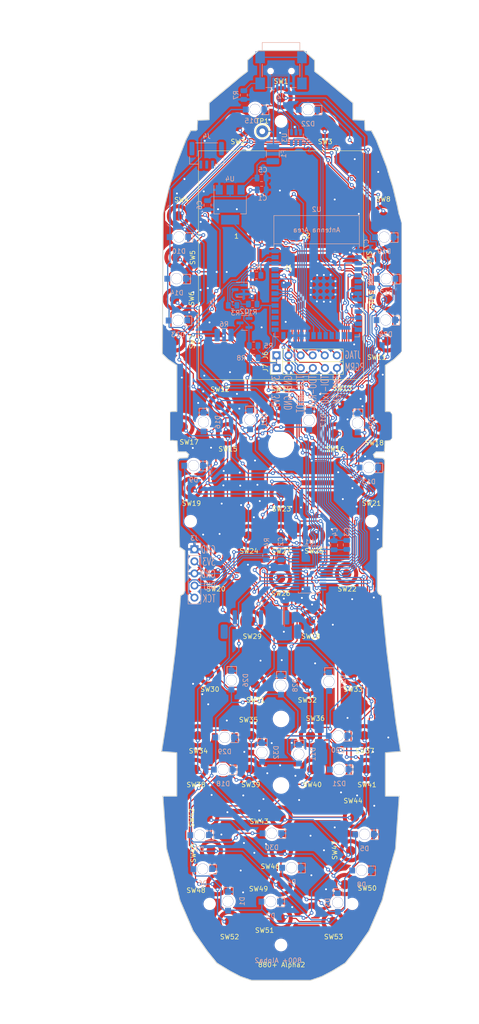
<source format=kicad_pcb>
(kicad_pcb (version 20221018) (generator pcbnew)
  (layers (0 "F.Cu" signal) (31 "B.Cu" signal) (34 "B.Paste" user) (35 "F.Paste" user) (36 "B.SilkS" user "B.Silkscreen") (37 "F.SilkS" user "F.Silkscreen") (38 "B.Mask" user) (39 "F.Mask" user) (44 "Edge.Cuts" user))
  (net 0 "")
  (net 1 "A")
  (net 2 "1")
  (net 3 "B")
  (net 4 "C")
  (net 5 "D")
  (net 6 "E")
  (net 7 "F")
  (net 8 "G")
  (net 9 "H")
  (net 10 "2")
  (net 11 "3")
  (net 12 "4")
  (net 13 "5")
  (net 14 "6")
  (net 15 "7")
  (net 16 "+5V")
  (net 17 "/LCD_BL")
  (net 18 "/LCD_D{slash}C")
  (net 19 "/LCD_CS")
  (net 20 "/LCD_CLK")
  (net 21 "/LCD_DIN")
  (net 22 "/LCD_RESET")
  (net 23 "/Buttons/SBWTDIO")
  (net 24 "ESP_EN")
  (net 25 "Net-(J2-VBUS)")
  (net 26 "MSP_P1.3")
  (net 27 "MSP_P1.4")
  (net 28 "MSP_P1.5")
  (net 29 "MSP_P1.6")
  (net 30 "MSP_P1.7")
  (net 31 "/Buttons/SBWTCK")
  (net 32 "Net-(J2-Shield)")
  (net 34 "TCK")
  (net 35 "TDO")
  (net 42 "Net-(Q1-B)")
  (net 43 "Net-(Q1-C)")
  (net 45 "LED_PWM")
  (net 46 "/LED_TP")
  (net 47 "LED_Drive")
  (net 48 "/LCD_BLC")
  (net 49 "TDI")
  (net 50 "TMS")
  (net 51 "ESP_RXD")
  (net 52 "ESP_TXD")
  (net 53 "ESP_IO0")
  (net 54 "ESP_TO_MSP")
  (net 55 "MSP_TO_ESP")
  (net 56 "D-")
  (net 57 "D+")
  (net 58 "GND")
  (net 59 "/DP")
  (net 62 "/DN")
  (net 67 "+3.3V")
  (footprint "MountingHole:MountingHole_3mm" (layer "F.Cu") (at 101.61 178.56)
    (fp_text reference "H3" hide)
    (fp_text value "Programming JTAG")
  )
  (footprint "880+:4mm Dome" (layer "F.Cu") (at 95.44 158)
    (fp_text reference "SW29")
    (fp_text value "PgDown")
  )
  (footprint "880+:4mm Dome" (layer "F.Cu") (at 101.625 47.9)
    (fp_text reference "SW1")
    (fp_text value "Off")
  )
  (footprint "880+:4mm Dome" (layer "F.Cu") (at 79.33 99.04)
    (fp_text reference "SW7")
    (fp_text value "L_LCD4")
  )
  (footprint "MountingHole:MountingHole_2.2mm_M2" (layer "F.Cu") (at 82.57 136.99)
    (fp_text reference "H8" hide)
    (fp_text value "Case Screw")
  )
  (footprint "880+:4mm Dome" (layer "F.Cu") (at 101.49 148.95)
    (fp_text reference "SW26")
    (fp_text value "Dpad_Down")
  )
  (footprint "880+:4mm Dome" (layer "F.Cu") (at 80.97 117.14)
    (fp_text reference "SW17")
    (fp_text value "Mute")
  )
  (footprint "Connector_PinHeader_2.54mm:PinHeader_1x06_P2.54mm_Vertical" (layer "F.Cu") (at 100.65 102.08 90)
    (fp_text reference "J6")
    (fp_text value "ESP_JTAG")
  )
  (footprint "880+:4mm Dome" (layer "F.Cu") (at 101.59 112.75)
    (fp_text reference "SW14")
    (fp_text value "Glow")
  )
  (footprint "880+:2inch_LCD" (layer "F.Cu") (at 101.61 83.12)
    (fp_text reference "J1")
    (fp_text value "2inch LCD")
  )
  (footprint "880+:4mm Dome" (layer "F.Cu") (at 115.05 213.4)
    (fp_text reference "SW50")
    (fp_text value "KP_9")
  )
  (footprint "880+:4mm Dome" (layer "F.Cu") (at 90.675 221.19)
    (fp_text reference "SW52")
    (fp_text value "KP_Clear")
  )
  (footprint "880+:4mm Dome" (layer "F.Cu") (at 79.17 90.27)
    (fp_text reference "SW6")
    (fp_text value "L_LCD3")
  )
  (footprint "880+:4mm Dome" (layer "F.Cu") (at 84.1 182.1)
    (fp_text reference "SW34")
    (fp_text value "Stop")
  )
  (footprint "880+:4mm Dome" (layer "F.Cu") (at 101.53 140.09)
    (fp_text reference "SW27")
    (fp_text value "Dpad_OK")
  )
  (footprint "880+:4mm Dome" (layer "F.Cu") (at 86.52 169.12)
    (fp_text reference "SW30")
    (fp_text value "Menu")
  )
  (footprint "MountingHole:MountingHole_2.2mm_M2" (layer "F.Cu") (at 120.68 136.95)
    (fp_text reference "H7" hide)
    (fp_text value "Case Screw")
  )
  (footprint "880+:4mm Dome" (layer "F.Cu") (at 114.57 112.61)
    (fp_text reference "SW13")
    (fp_text value "LCD_RIGHT")
  )
  (footprint "MountingHole:MountingHole_2.1mm" (layer "F.Cu") (at 116.62 217.46)
    (fp_text reference "H5" hide)
    (fp_text value "Battery Alignment")
  )
  (footprint "880+:4mm Dome" (layer "F.Cu") (at 101.66 206.33)
    (fp_text reference "SW46")
    (fp_text value "KP_5")
  )
  (footprint "880+:4mm Dome" (layer "F.Cu") (at 90.33 118.6)
    (fp_text reference "SW15")
    (fp_text value "Device")
  )
  (footprint "880+:4mm Dome" (layer "F.Cu") (at 117.05 199.2)
    (fp_text reference "SW44")
    (fp_text value "KP_3")
  )
  (footprint "880+:4mm Dome" (layer "F.Cu") (at 94.76 140.06)
    (fp_text reference "SW24")
    (fp_text value "Dpad_Left")
  )
  (footprint "MountingHole:MountingHole_2.2mm_M2" (layer "F.Cu") (at 101.6 226.1)
    (fp_text reference "H6" hide)
    (fp_text value "Case Screw")
  )
  (footprint "880+:4mm Dome" (layer "F.Cu") (at 95.41 182.1)
    (fp_text reference "SW35")
    (fp_text value "Replay")
  )
  (footprint "880+:4mm Dome" (layer "F.Cu") (at 116.705 169.13)
    (fp_text reference "SW33")
    (fp_text value "Info")
  )
  (footprint "880+:4mm Dome" (layer "F.Cu") (at 120.565 130.01)
    (fp_text reference "SW21")
    (fp_text value "Ch+")
  )
  (footprint "880+:4mm Dome" (layer "F.Cu") (at 83.61 189.2)
    (fp_text reference "SW38")
    (fp_text value "Rec")
  )
  (footprint "880+:4mm Dome" (layer "F.Cu") (at 92.425 53.95)
    (fp_text reference "SW2")
    (fp_text value "Activities")
  )
  (footprint "880+:4mm Dome" (layer "F.Cu") (at 86.92 206.27)
    (fp_text reference "SW45")
    (fp_text value "KP_4")
  )
  (footprint "880+:4mm Dome" (layer "F.Cu") (at 88.17 213.41)
    (fp_text reference "SW48")
    (fp_text value "KP_7")
  )
  (footprint "880+:4mm Dome" (layer "F.Cu") (at 82.65 130.02)
    (fp_text reference "SW19")
    (fp_text value "Vol+")
  )
  (footprint "880+:4mm Dome" (layer "F.Cu") (at 79.475 81.5)
    (fp_text reference "SW5")
    (fp_text value "L_LCD2")
  )
  (footprint "880+:4mm Dome" (layer "F.Cu") (at 88.68 112.58)
    (fp_text reference "SW12")
    (fp_text value "LCD_LEFT")
  )
  (footprint "880+:4mm Dome" (layer "F.Cu") (at 80 72.75)
    (fp_text reference "SW4")
    (fp_text value "L_LCD1")
  )
  (footprint "880+:4mm Dome" (layer "F.Cu") (at 96.18 171.38)
    (fp_text reference "SW31")
    (fp_text value "Exit")
  )
  (footprint "880+:4mm Dome" (layer "F.Cu") (at 119.605 189.2)
    (fp_text reference "SW41")
    (fp_text value "Pause")
  )
  (footprint "880+:4mm Dome" (layer "F.Cu") (at 101.61 131.2)
    (fp_text reference "SW23")
    (fp_text value "Dpad_Up")
  )
  (footprint "880+:4mm Dome" (layer "F.Cu") (at 112.9 118.6)
    (fp_text reference "SW16")
    (fp_text value "Media")
  )
  (footprint "MountingHole:MountingHole_2.1mm" (layer "F.Cu") (at 86.58 217.46)
    (fp_text reference "H4" hide)
    (fp_text value "Battery Alignment")
  )
  (footprint "MountingHole:MountingHole_5mm" (layer "F.Cu") (at 101.64 120.9)
    (fp_text reference "H1" hide)
    (fp_text value "Screw Recess")
  )
  (footprint "880+:4mm Dome" (layer "F.Cu") (at 101.625 220.5)
    (fp_text reference "SW51")
    (fp_text value "KP_0")
  )
  (footprint "880+:4mm Dome" (layer "F.Cu") (at 101.59 213.42)
    (fp_text reference "SW49")
    (fp_text value "KP_8")
  )
  (footprint "880+:4mm Dome" (layer "F.Cu") (at 107.77 157.99)
    (fp_text reference "SW28")
    (fp_text value "PgUp")
  )
  (footprint "880+:4mm Dome" (layer "F.Cu") (at 108.46 140.04)
    (fp_text reference "SW25")
    (fp_text value "Dpad_Right")
  )
  (footprint "880+:4mm Dome" (layer "F.Cu") (at 108.09 189.18)
    (fp_text reference "SW40")
    (fp_text value "Fwd")
  )
  (footprint "880+:4mm Dome" (layer "F.Cu") (at 124.105 90.25)
    (fp_text reference "SW10")
    (fp_text value "R_LCD3")
  )
  (footprint "880+:4mm Dome" (layer "F.Cu") (at 115.42 148.04)
    (fp_text reference "SW22")
    (fp_text value "Ch-")
  )
  (footprint "TestPoint:TestPoint_THTPad_D2.5mm_Drill1.2mm" (layer "F.Cu") (at 97.66 54.97)
    (fp_text reference "TP1")
    (fp_text value "TestPoint")
  )
  (footprint "880+:4mm Dome" (layer "F.Cu") (at 122.25 117.15)
    (fp_text reference "SW18")
    (fp_text value "Prev")
  )
  (footprint "880+:4mm Dome" (layer "F.Cu") (at 119.14 182.08)
    (fp_text reference "SW37")
    (fp_text value "Play")
  )
  (footprint "880+:4mm Dome" (layer "F.Cu") (at 101.61 199.18)
    (fp_text reference "SW43")
    (fp_text value "KP_2")
  )
  (footprint "880+:4mm Dome" (layer "F.Cu") (at 107.82 182.1)
    (fp_text reference "SW36")
    (fp_text value "Skip")
  )
  (footprint "MountingHole:MountingHole_2.2mm_M2" (layer "F.Cu") (at 101.62 52.88)
    (fp_text reference "H9" hide)
    (fp_text value "Case Screw")
  )
  (footprint "880+:4mm Dome" (layer "F.Cu") (at 86.175 199.21)
    (fp_text reference "SW42")
    (fp_text value "KP_1")
  )
  (footprint "880+:4mm Dome" (layer "F.Cu") (at 87.81 148.02)
    (fp_text reference "SW20")
    (fp_text value "Vol-")
  )
  (footprint "880+:4mm Dome" (layer "F.Cu") (at 95.14 189.18)
    (fp_text reference "SW39")
    (fp_text value "Rew")
  )
  (footprint "880+:4mm Dome" (layer "F.Cu") (at 116.31 206.28)
    (fp_text reference "SW47")
    (fp_text value "KP_6")
  )
  (footprint "880+:4mm Dome" (layer "F.Cu") (at 123.23 72.75)
    (fp_text reference "SW8")
    (fp_text value "R_LCD1")
  )
  (footprint "880+:4mm Dome" (layer "F.Cu") (at 112.57 221.18)
    (fp_text reference "SW53")
    (fp_text value "KP_Enter")
  )
  (footprint "Connector_PinHeader_2.54mm:PinHeader_1x06_P2.54mm_Vertical" (layer "F.Cu") (at 100.69 104.76 90)
    (fp_text reference "J7")
    (fp_text value "ESP_PROG")
  )
  (footprint "880+:4mm Dome" (layer "F.Cu") (at 110.8 53.95)
    (fp_text reference "SW3")
    (fp_text value "Help")
  )
  (footprint "880+:4mm Dome" (layer "F.Cu") (at 123.92 99.06)
    (fp_text reference "SW11")
    (fp_text value "R_LCD4")
  )
  (footprint "880+:4mm Dome" (layer "F.Cu") (at 107.04 171.4)
    (fp_text reference "SW32")
    (fp_text value "Guide")
  )
  (footprint "880+:4mm Dome" (layer "F.Cu") (at 123.725 81.5)
    (fp_text reference "SW9")
    (fp_text value "R_LCD2")
  )
  (footprint "MountingHole:MountingHole_3mm" (layer "F.Cu") (at 101.6 192.55)
    (fp_text reference "H2" hide)
    (fp_text value "Programming JTAG")
  )
  (footprint "880+:C265_reverse_mount_led_DRC" (layer "B.Cu") (at 123.34 77.22 180)
    (fp_text reference "D19")
    (fp_text value "LED")
  )
  (footprint "880+:C265_reverse_mount_led_DRC" (layer "B.Cu") (at 97.58 185.6 -90)
    (fp_text reference "D32")
    (fp_text value "LED")
  )
  (footprint "880+:C265_reverse_mount_led_DRC" (layer "B.Cu") (at 123.66 94.65 180)
    (fp_text reference "D24")
    (fp_text value "LED")
  )
  (footprint "Capacitor_SMD:C_0805_2012Metric" (layer "B.Cu") (at 97.54 67.28 180)
    (fp_text reference "C1")
    (fp_text value "1u")
  )
  (footprint "880+:C265_reverse_mount_led_DRC" (layer "B.Cu") (at 105.35 185.95 -90)
    (fp_text reference "D11")
    (fp_text value "LED")
  )
  (footprint "880+:C265_reverse_mount_led_DRC" (layer "B.Cu") (at 101.57 171.48 -90)
    (fp_text reference "D28")
    (fp_text value "LED")
  )
  (footprint "Capacitor_SMD:C_0805_2012Metric" (layer "B.Cu") (at 112.78 142.03 90)
    (fp_text reference "C4")
    (fp_text value ".1u")
  )
  (footprint "880+:C265_reverse_mount_led_DRC" (layer "B.Cu") (at 107.5 115.76 -90)
    (fp_text reference "D17")
    (fp_text value "LED")
  )
  (footprint "880+:C265_reverse_mount_led_DRC" (layer "B.Cu") (at 91.14 170.43 -90)
    (fp_text reference "D26")
    (fp_text value "LED")
  )
  (footprint "880+:C265_reverse_mount_led_DRC" (layer "B.Cu") (at 123.76 85.97 180)
    (fp_text reference "D12")
    (fp_text value "LED")
  )
  (footprint "Capacitor_SMD:C_0805_2012Metric" (layer "B.Cu") (at 86.13 70.49 -90)
    (fp_text reference "C6")
    (fp_text value "10u")
  )
  (footprint "Capacitor_SMD:C_0805_2012Metric" (layer "B.Cu") (at 115.46 141.95 90)
    (fp_text reference "C3")
    (fp_text value "10u")
  )
  (footprint "Resistor_SMD:R_0805_2012Metric" (layer "B.Cu") (at 91.42 91.57)
    (fp_text reference "R3")
    (fp_text value "10k")
  )
  (footprint "Package_TO_SOT_SMD:SOT-23-6" (layer "B.Cu") (at 104.75 56.3 -90)
    (fp_text reference "U3")
    (fp_text value "USBLC6")
  )
  (footprint "880+:C265_reverse_mount_led_DRC" (layer "B.Cu") (at 103.81 209.84 180)
    (fp_text reference "D4")
    (fp_text value "LED")
  )
  (footprint "Resistor_SMD:R_0805_2012Metric" (layer "B.Cu") (at 95.64 91.31)
    (fp_text reference "R1")
    (fp_text value "10R")
  )
  (footprint "Capacitor_SMD:C_0805_2012Metric" (layer "B.Cu") (at 97.5 64.79)
    (fp_text reference "C5")
    (fp_text value "10u")
  )
  (footprint "Connector_JST:JST_GH_BM03B-GHS-TBT_1x03-1MP_P1.25mm_Vertical" (layer "B.Cu") (at 85.96 60.01 180)
    (fp_text reference "J4")
    (fp_text value "Cradle")
  )
  (footprint "880+:C265_reverse_mount_led_DRC" (layer "B.Cu") (at 89.42 189.19 180)
    (fp_text reference "D18")
    (fp_text value "LED")
  )
  (footprint "880+:C265_reverse_mount_led_DRC" (layer "B.Cu") (at 111.7 170.7 -90)
    (fp_text reference "D27")
    (fp_text value "LED")
  )
  (footprint "Capacitor_SMD:C_0805_2012Metric" (layer "B.Cu") (at 120.41 81.09 -90)
    (fp_text reference "C7")
    (fp_text value "1u")
  )
  (footprint "880+:C265_reverse_mount_led_DRC" (layer "B.Cu") (at 80.1 77.19 180)
    (fp_text reference "D10")
    (fp_text value "LED")
  )
  (footprint "880+:C265_reverse_mount_led_DRC" (layer "B.Cu") (at 79.62 85.95 180)
    (fp_text reference "D14")
    (fp_text value "LED")
  )
  (footprint "Resistor_SMD:R_1210_3225Metric" (layer "B.Cu") (at 89.6225 97.82 180)
    (fp_text reference "R6")
    (fp_text value "R")
  )
  (footprint "Resistor_SMD:R_0805_2012Metric" (layer "B.Cu") (at 93.78 47.3475 -90)
    (fp_text reference "R7")
    (fp_text value "1M")
  )
  (footprint "Package_SO:TSSOP-28_4.4x9.7mm_P0.65mm" (layer "B.Cu") (at 107.56 147.13 180)
    (fp_text reference "U1")
    (fp_text value "MSP430G2553IPW28")
  )
  (footprint "Resistor_SMD:R_0805_2012Metric" (layer "B.Cu") (at 98.49 144.17 -90)
    (fp_text reference "R4")
    (fp_text value "47k")
  )
  (footprint "880+:C265_reverse_mount_led_DRC" (layer "B.Cu") (at 113.61 182.12 180)
    (fp_text reference "D20")
    (fp_text value "LED")
  )
  (footprint "Package_TO_SOT_SMD:SOT-23" (layer "B.Cu") (at 93.91 95.26 180)
    (fp_text reference "Q2")
    (fp_text value "AO3401A")
  )
  (footprint "880+:C265_reverse_mount_led_DRC" (layer "B.Cu") (at 107.3 50.4 180)
    (fp_text reference "D22")
    (fp_text value "LED")
  )
  (footprint "880+:C265_reverse_mount_led_DRC" (layer "B.Cu") (at 119.19 202.83 180)
    (fp_text reference "D5")
    (fp_text value "LED")
  )
  (footprint "Resistor_SMD:R_0805_2012Metric" (layer "B.Cu") (at 95.88 102.62 180)
    (fp_text reference "R8")
    (fp_text value "10k")
  )
  (footprint "880+:C265_reverse_mount_led_DRC" (layer "B.Cu") (at 99.44 216.96 180)
    (fp_text reference "D2")
    (fp_text value "LED")
  )
  (footprint "880+:C265_reverse_mount_led_DRC" (layer "B.Cu") (at 96.14 50.36 180)
    (fp_text reference "D15")
    (fp_text value "LED")
  )
  (footprint "Resistor_SMD:R_1210_3225Metric_Pad1.30x2.65mm_HandSolder" (layer "B.Cu") (at 99.88 59.7 90)
    (fp_text reference "F1")
    (fp_text value "Polyfuse")
  )
  (footprint "880+:C265_reverse_mount_led_DRC" (layer "B.Cu") (at 84.47 202.98 180)
    (fp_text reference "D7")
    (fp_text value "LED")
  )
  (footprint "Resistor_SMD:R_0805_2012Metric" (layer "B.Cu") (at 95.845 100.025 180)
    (fp_text reference "R5")
    (fp_text value "10k")
  )
  (footprint "880+:C265_reverse_mount_led_DRC" (layer "B.Cu") (at 118.56 210.4 180)
    (fp_text reference "D8")
    (fp_text value "LED")
  )
  (footprint "PCM_Espressif:ESP32-S3-WROOM-1" (layer "B.Cu") (at 109.1 88.44 180)
    (fp_text reference "U2")
    (fp_text value "ESP32-S3-WROOM-1U")
  )
  (footprint "880+:C265_reverse_mount_led_DRC" (layer "B.Cu") (at 120.09 125.664 180)
    (fp_text reference "D13")
    (fp_text value "LED")
  )
  (footprint "Connector_USB:USB_Mini-B_Wuerth_65100516121_Horizontal" (layer "B.Cu") (at 101.61 42.3)
    (fp_text reference "J2")
    (fp_text value "USB_B_Micro")
  )
  (footprint "Capacitor_SMD:C_0805_2012Metric" (layer "B.Cu") (at 101.6 144.14 90)
    (fp_text reference "C2")
    (fp_text value "1.1nF")
  )
  (footprint "880+:C265_reverse_mount_led_DRC" (layer "B.Cu") (at 113.55 217.17 -90)
    (fp_text reference "D3")
    (fp_text value "LED")
  )
  (footprint "880+:C265_reverse_mount_led_DRC" (layer "B.Cu") (at 117.73 116.3 -90)
    (fp_text reference "D25")
    (fp_text value "LED")
  )
  (footprint "880+:C265_reverse_mount_led_DRC" (layer "B.Cu") (at 95.07 115.67 -90)
    (fp_text reference "D31")
    (fp_text value "LED")
  )
  (footprint "880+:C265_reverse_mount_led_DRC" (layer "B.Cu") (at 85.12 210.12 180)
    (fp_text reference "D6")
    (fp_text value "LED")
  )
  (footprint "880+:C265_reverse_mount_led_DRC" (layer "B.Cu") (at 85.275 116.125 -90)
    (fp_text reference "D16")
    (fp_text value "LED")
  )
  (footprint "880+:C265_reverse_mount_led_DRC" (layer "B.Cu") (at 83.2 125.274 180)
    (fp_text reference "D9")
    (fp_text value "LED")
  )
  (footprint "Package_TO_SOT_SMD:SOT-23" (layer "B.Cu") (at 92.8425 88.26 180)
    (fp_text reference "Q1")
    (fp_text value "S8050")
  )
  (footprint "Package_TO_SOT_SMD:SOT-223" (layer "B.Cu") (at 90.89 70.43 -90)
    (fp_text reference "U4")
    (fp_text value "AP1117")
  )
  (footprint "Resistor_SMD:R_0805_2012Metric" (layer "B.Cu") (at 96.4475 85.26 180)
    (fp_text reference "R2")
    (fp_text value "1k")
  )
  (footprint "880+:C265_reverse_mount_led_DRC" (layer "B.Cu") (at 99.68 202.59 180)
    (fp_text reference "D30")
    (fp_text value "LED")
  )
  (footprint "880+:Battery_reuse" (layer "B.Cu") (at 97.39 158.7 180)
    (fp_text reference "J5")
    (fp_text value "Battery")
  )
  (footprint "880+:C265_reverse_mount_led_DRC" (layer "B.Cu") (at 89.74 182.43 180)
    (fp_text reference "D29")
    (fp_text value "LED")
  )
  (footprint "Connector_PinHeader_2.54mm:PinHeader_1x05_P2.54mm_Vertical" (layer "B.Cu") (at 83.38 142.88 180)
    (fp_text reference "J3")
    (fp_text value "MSP_SBW")
  )
  (footprint "880+:C265_reverse_mount_led_DRC" (layer "B.Cu") (at 113.84 189.17 180)
    (fp_text reference "D21")
    (fp_text value "LED")
  )
  (footprint "880+:C265_reverse_mount_led_DRC" (layer "B.Cu") (at 79.91 94.74 180)
    (fp_text reference "D23")
    (fp_text value "LED")
  )
  (footprint "880+:C265_reverse_mount_led_DRC" (layer "B.Cu") (at 90.43 216.91 -90)
    (fp_text reference "D1")
    (fp_text value "LED")
  )
  (footprint "Resistor_SMD:R_0805_2012Metric" (layer "B.Cu") (at 120.76 88.79 -90)
    (fp_text reference "R9")
    (fp_text value "10k")
  )
  (gr_line locked (start 124.957787 185.550035) (end 123.587431 185.661847) (stroke (width 0.2)) (layer "Edge.Cuts"))
  (gr_line locked (start 88.1 229.9) (end 90.846015 231.585032) (stroke (width 0.2)) (layer "Edge.Cuts"))
  (gr_line locked (start 126.614331 101.764031) (end 125.394275 102.951174) (stroke (width 0.2)) (layer "Edge.Cuts"))
  (gr_line locked (start 122.982904 142.392064) (end 121.880997 143.156584) (stroke (width 0.2)) (layer "Edge.Cuts"))
  (gr_line locked (start 90.846015 231.585032) (end 93.049943 232.732052) (stroke (width 0.2)) (layer "Edge.Cuts"))
  (gr_line locked (start 79.790067 124.119007) (end 80.249492 142.392086) (stroke (width 0.2)) (layer "Edge.Cuts"))
  (gr_line locked (start 81.61049 122.376435) (end 82.195356 122.930672) (stroke (width 0.2)) (layer "Edge.Cuts"))
  (gr_line locked (start 78.682146 119.979309) (end 79.732178 120.083292) (stroke (width 0.2)) (layer "Edge.Cuts"))
  (gr_line locked (start 80.181413 123.706012) (end 79.790067 124.119007) (stroke (width 0.2)) (layer "Edge.Cuts"))
  (gr_line locked (start 116.755233 52.527641) (end 119.191583 52.658007) (stroke (width 0.2)) (layer "Edge.Cuts"))
  (gr_line locked (start 77.125916 70.630799) (end 76.778999 72.341714) (stroke (width 0.2)) (layer "Edge.Cuts"))
  (gr_line locked (start 79.645011 188.761946) (end 79.645014 194.797097) (stroke (width 0.2)) (layer "Edge.Cuts"))
  (gr_line locked (start 126.106406 70.630774) (end 126.453324 72.341688) (stroke (width 0.2)) (layer "Edge.Cuts"))
  (gr_line locked (start 110.182546 232.732043) (end 107.835432 233.537464) (stroke (width 0.2)) (layer "Edge.Cuts"))
  (gr_line locked (start 82.195356 122.930672) (end 81.930711 123.611619) (stroke (width 0.2)) (layer "Edge.Cuts"))
  (gr_line locked (start 79.64501 185.661869) (end 79.645011 188.761946) (stroke (width 0.2)) (layer "Edge.Cuts"))
  (gr_line locked (start 80.752433 58.893891) (end 79.929816 61.009855) (stroke (width 0.2)) (layer "Edge.Cuts"))
  (gr_line locked (start 121.621885 122.376414) (end 121.03702 122.930652) (stroke (width 0.2)) (layer "Edge.Cuts"))
  (gr_line locked (start 126.50412 194.797073) (end 125.714891 205.892113) (stroke (width 0.2)) (layer "Edge.Cuts"))
  (gr_line locked (start 122.150389 152.25466) (end 122.765104 152.609991) (stroke (width 0.2)) (layer "Edge.Cuts"))
  (gr_line locked (start 123.44231 124.118985) (end 122.982904 142.392064) (stroke (width 0.2)) (layer "Edge.Cuts"))
  (gr_line locked (start 122.765104 152.609991) (end 123.053233 156.057012) (stroke (width 0.2)) (layer "Edge.Cuts"))
  (gr_line locked (start 117.161677 227.399643) (end 115.132486 229.899986) (stroke (width 0.2)) (layer "Edge.Cuts"))
  (gr_line locked (start 127 74.25) (end 126.453324 72.341688) (stroke (width 0.1)) (layer "Edge.Cuts"))
  (gr_line locked (start 119.286066 54.613064) (end 119.524628 54.812781) (stroke (width 0.2)) (layer "Edge.Cuts"))
  (gr_line locked (start 81.351404 151.607846) (end 81.082017 152.254681) (stroke (width 0.2)) (layer "Edge.Cuts"))
  (gr_line locked (start 123.500195 120.08327) (end 123.376465 122.376413) (stroke (width 0.2)) (layer "Edge.Cuts"))
  (gr_line locked (start 84.04072 52.658025) (end 83.946239 54.613082) (stroke (width 0.2)) (layer "Edge.Cuts"))
  (gr_line locked (start 125.792277 179.223518) (end 126.777893 185.401526) (stroke (width 0.2)) (layer "Edge.Cuts"))
  (gr_line locked (start 80.467302 152.610013) (end 80.179177 156.057034) (stroke (width 0.2)) (layer "Edge.Cuts"))
  (gr_line locked (start 108.677965 42.361801) (end 110.141254 43.47601) (stroke (width 0.2)) (layer "Edge.Cuts"))
  (gr_line locked (start 123.897293 164.32874) (end 124.480692 168.914319) (stroke (width 0.2)) (layer "Edge.Cuts"))
  (gr_line locked (start 79.335126 164.328763) (end 78.751731 168.914342) (stroke (width 0.2)) (layer "Edge.Cuts"))
  (gr_line locked (start 78.25 120) (end 78.682146 119.979309) (stroke (width 0.1)) (layer "Edge.Cuts"))
  (gr_line locked (start 78.751731 168.914342) (end 78.23534 172.973265) (stroke (width 0.2)) (layer "Edge.Cuts"))
  (gr_line locked (start 93.049943 232.732052) (end 95.397058 233.537471) (stroke (width 0.2)) (layer "Edge.Cuts"))
  (gr_line locked (start 108.677963 40.020535) (end 108.677965 42.361801) (stroke (width 0.2)) (layer "Edge.Cuts"))
  (gr_line locked (start 125.394275 102.951174) (end 123.572997 104.183283) (stroke (width 0.2)) (layer "Edge.Cuts"))
  (gr_line locked (start 107.835432 233.537464) (end 101.616245 233.537467) (stroke (width 0.2)) (layer "Edge.Cuts"))
  (gr_line locked (start 78.23534 172.973265) (end 77.440157 179.223543) (stroke (width 0.2)) (layer "Edge.Cuts"))
  (gr_line locked (start 81.082017 152.254681) (end 80.467302 152.610013) (stroke (width 0.2)) (layer "Edge.Cuts"))
  (gr_line locked (start 124.550227 119.979285) (end 123.500195 120.08327) (stroke (width 0.2)) (layer "Edge.Cuts"))
  (gr_line locked (start 123.587431 185.661847) (end 123.587432 188.761924) (stroke (width 0.2)) (layer "Edge.Cuts"))
  (gr_line locked (start 121.03702 122.930652) (end 121.301666 123.611599) (stroke (width 0.2)) (layer "Edge.Cuts"))
  (gr_line locked (start 77.517571 205.892138) (end 78.693579 210.081346) (stroke (width 0.2)) (layer "Edge.Cuts"))
  (gr_line locked (start 124.538887 210.081323) (end 122.912565 216.716267) (stroke (width 0.2)) (layer "Edge.Cuts"))
  (gr_line locked (start 83.106505 223.161241) (end 86.070807 227.399659) (stroke (width 0.2)) (layer "Edge.Cuts"))
  (gr_line locked (start 123.302495 61.009832) (end 123.867456 62.463038) (stroke (width 0.2)) (layer "Edge.Cuts"))
  (gr_line locked (start 86.47707 52.527656) (end 84.04072 52.658025) (stroke (width 0.2)) (layer "Edge.Cuts"))
  (gr_line locked (start 79.645014 194.797097) (end 76.72833 194.797099) (stroke (width 0.2)) (layer "Edge.Cuts"))
  (gr_line locked (start 79.732339 160.436057) (end 79.335126 164.328763) (stroke (width 0.2)) (layer "Edge.Cuts"))
  (gr_line locked (start 121.880997 143.156584) (end 121.881002 151.607825) (stroke (width 0.2)) (layer "Edge.Cuts"))
  (gr_line locked (start 78.103818 66.581731) (end 77.67752 68.346849) (stroke (width 0.2)) (layer "Edge.Cuts"))
  (gr_line locked (start 106.378765 37.975933) (end 101.616144 37.975936) (stroke (width 0.2)) (layer "Edge.Cuts"))
  (gr_line locked (start 96.853523 37.975938) (end 94.554327 40.020543) (stroke (width 0.2)) (layer "Edge.Cuts"))
  (gr_line locked (start 79.85591 122.376436) (end 81.61049 122.376435) (stroke (width 0.2)) (layer "Edge.Cuts"))
  (gr_line locked (start 80.319908 216.716289) (end 83.106505 223.161241) (stroke (width 0.2)) (layer "Edge.Cuts"))
  (gr_line locked (start 79.732178 120.083292) (end 79.85591 122.376436) (stroke (width 0.2)) (layer "Edge.Cuts"))
  (gr_line locked (start 82.595561 54.816856) (end 81.56613 56.800873) (stroke (width 0.2)) (layer "Edge.Cuts"))
  (gr_line locked (start 79.929816 61.009855) (end 79.364858 62.463061) (stroke (width 0.2)) (layer "Edge.Cuts"))
  (gr_line locked (start 79.659359 104.183305) (end 79.659364 113.904283) (stroke (width 0.2)) (layer "Edge.Cuts"))
  (gr_line locked (start 78.8217 64.357063) (end 78.103818 66.581731) (stroke (width 0.2)) (layer "Edge.Cuts"))
  (gr_line locked (start 83.946239 54.613082) (end 83.707678 54.8128) (stroke (width 0.2)) (layer "Edge.Cuts"))
  (gr_line locked (start 94.554328 42.361808) (end 93.091039 43.476018) (stroke (width 0.2)) (layer "Edge.Cuts"))
  (gr_line locked (start 76.454547 185.401552) (end 78.274654 185.550059) (stroke (width 0.2)) (layer "Edge.Cuts"))
  (gr_line locked (start 94.554327 40.020543) (end 94.554328 42.361808) (stroke (width 0.2)) (layer "Edge.Cuts"))
  (gr_line locked (start 127 101.25) (end 127 74.25) (stroke (width 0.1)) (layer "Edge.Cuts"))
  (gr_line locked (start 78.25 114) (end 78.25 120) (stroke (width 0.1)) (layer "Edge.Cuts"))
  (gr_line locked (start 81.930711 123.611619) (end 80.181413 123.706012) (stroke (width 0.2)) (layer "Edge.Cuts"))
  (gr_line locked (start 125.714891 205.892113) (end 124.538887 210.081323) (stroke (width 0.2)) (layer "Edge.Cuts"))
  (gr_line locked (start 96.853523 37.975938) (end 101.616144 37.975936) (stroke (width 0.2)) (layer "Edge.Cuts"))
  (gr_line locked (start 126.777893 185.401526) (end 124.957787 185.550035) (stroke (width 0.2)) (layer "Edge.Cuts"))
  (gr_line locked (start 124.550224 113.90426) (end 125 114.5) (stroke (width 0.1)) (layer "Edge.Cuts"))
  (gr_line locked (start 76.72833 194.797099) (end 77.517571 205.892138) (stroke (width 0.2)) (layer "Edge.Cuts"))
  (gr_line locked (start 115.132486 229.899986) (end 112.386473 231.58502) (stroke (width 0.2)) (layer "Edge.Cuts"))
  (gr_line locked (start 123.867456 62.463038) (end 124.410615 64.35704) (stroke (width 0.2)) (layer "Edge.Cuts"))
  (gr_line locked (start 78.682143 113.904284) (end 78.25 114) (stroke (width 0.1)) (layer "Edge.Cuts"))
  (gr_line locked (start 119.191583 52.658007) (end 119.286066 54.613064) (stroke (width 0.2)) (layer "Edge.Cuts"))
  (gr_line locked (start 76.778999 72.341714) (end 76.618023 101.764057) (stroke (width 0.2)) (layer "Edge.Cuts"))
  (gr_line locked (start 81.56613 56.800873) (end 80.752433 58.893891) (stroke (width 0.2)) (layer "Edge.Cuts"))
  (gr_line locked (start 86.477068 49.013081) (end 86.47707 52.527656) (stroke (width 0.2)) (layer "Edge.Cuts"))
  (gr_line locked (start 80.179177 156.057034) (end 79.732339 160.436057) (stroke (width 0.2)) (layer "Edge.Cuts"))
  (gr_line locked (start 79.659364 113.904283) (end 78.682143 113.904284) (stroke (width 0.2)) (layer "Edge.Cuts"))
  (gr_line locked (start 120.636745 54.816837) (end 121.666177 56.800853) (stroke (width 0.2)) (layer "Edge.Cuts"))
  (gr_line locked (start 124.997087 172.973241) (end 125.792277 179.223518) (stroke (width 0.2)) (layer "Edge.Cuts"))
  (gr_line locked (start 125 119.5) (end 124.550227 119.979285) (stroke (width 0.1)) (layer "Edge.Cuts"))
  (gr_line locked (start 125.128499 66.581706) (end 125.5548 68.346824) (stroke (width 0.2)) (layer "Edge.Cuts"))
  (gr_line locked (start 123.587436 194.797074) (end 126.50412 194.797073) (stroke (width 0.2)) (layer "Edge.Cuts"))
  (gr_line locked (start 78.693579 210.081346) (end 80.319908 216.716289) (stroke (width 0.2)) (layer "Edge.Cuts"))
  (gr_line locked (start 80.249492 142.392086) (end 81.351399 143.156605) (stroke (width 0.2)) (layer "Edge.Cuts"))
  (gr_line locked (start 123.050963 123.70599) (end 123.44231 124.118985) (stroke (width 0.2)) (layer "Edge.Cuts"))
  (gr_line locked (start 121.881002 151.607825) (end 122.150389 152.25466) (stroke (width 0.2)) (layer "Edge.Cuts"))
  (gr_line locked (start 77.83808 102.951198) (end 79.659359 104.183305) (stroke (width 0.2)) (layer "Edge.Cuts"))
  (gr_line locked (start 123.376465 122.376413) (end 121.621885 122.376414) (stroke (width 0.2)) (layer "Edge.Cuts"))
  (gr_line locked (start 123.572997 104.183283) (end 123.573002 113.90426) (stroke (width 0.2)) (layer "Edge.Cuts"))
  (gr_line locked (start 116.755231 49.013065) (end 116.755233 52.527641) (stroke (width 0.2)) (layer "Edge.Cuts"))
  (gr_line locked (start 119.524628 54.812781) (end 120.636745 54.816837) (stroke (width 0.2)) (layer "Edge.Cuts"))
  (gr_line locked (start 125.5548 68.346824) (end 126.106406 70.630774) (stroke (width 0.2)) (layer "Edge.Cuts"))
  (gr_line locked (start 86.070807 227.399659) (end 88.1 229.9) (stroke (width 0.2)) (layer "Edge.Cuts"))
  (gr_line locked (start 121.666177 56.800853) (end 122.479876 58.89387) (stroke (width 0.2)) (layer "Edge.Cuts"))
  (gr_line locked (start 125 114.5) (end 125 119.5) (stroke (width 0.1)) (layer "Edge.Cuts"))
  (gr_line locked (start 93.091039 43.476018) (end 86.477068 49.013081) (stroke (width 0.2)) (layer "Edge.Cuts"))
  (gr_line locked (start 112.386473 231.58502) (end 110.182546 232.732043) (stroke (width 0.2)) (layer "Edge.Cuts"))
  (gr_line locked (start 120.125975 223.161222) (end 117.161677 227.399643) (stroke (width 0.2)) (layer "Edge.Cuts"))
  (gr_line locked (start 106.378765 37.975933) (end 108.677963 40.020535) (stroke (width 0.2)) (layer "Edge.Cuts"))
  (gr_line locked (start 123.573002 113.90426) (end 124.550224 113.90426) (stroke (width 0.2)) (layer "Edge.Cuts"))
  (gr_line locked (start 121.301666 123.611599) (end 123.050963 123.70599) (stroke (width 0.2)) (layer "Edge.Cuts"))
  (gr_line locked (start 79.364858 62.463061) (end 78.8217 64.357063) (stroke (width 0.2)) (layer "Edge.Cuts"))
  (gr_line locked (start 78.274654 185.550059) (end 79.64501 185.661869) (stroke (width 0.2)) (layer "Edge.Cuts"))
  (gr_line locked (start 83.707678 54.8128) (end 82.595561 54.816856) (stroke (width 0.2)) (layer "Edge.Cuts"))
  (gr_line locked (start 77.67752 68.346849) (end 77.125916 70.630799) (stroke (width 0.2)) (layer "Edge.Cuts"))
  (gr_line locked (start 124.410615 64.35704) (end 125.128499 66.581706) (stroke (width 0.2)) (layer "Edge.Cuts"))
  (gr_line locked (start 123.053233 156.057012) (end 123.500075 160.436035) (stroke (width 0.2)) (layer "Edge.Cuts"))
  (gr_line locked (start 124.480692 168.914319) (end 124.997087 172.973241) (stroke (width 0.2)) (layer "Edge.Cuts"))
  (gr_line locked (start 122.479876 58.89387) (end 123.302495 61.009832) (stroke (width 0.2)) (layer "Edge.Cuts"))
  (gr_line locked (start 110.141254 43.47601) (end 116.755231 49.013065) (stroke (width 0.2)) (layer "Edge.Cuts"))
  (gr_line locked (start 126.614331 101.764031) (end 127 101.25) (stroke (width 0.1)) (layer "Edge.Cuts"))
  (gr_line locked (start 76.618023 101.764057) (end 77.83808 102.951198) (stroke (width 0.2)) (layer "Edge.Cuts"))
  (gr_line locked (start 81.351399 143.156605) (end 81.351404 151.607846) (stroke (width 0.2)) (layer "Edge.Cuts"))
  (gr_line locked (start 95.397058 233.537471) (end 101.616245 233.537467) (stroke (width 0.2)) (layer "Edge.Cuts"))
  (gr_line locked (start 123.587432 188.761924) (end 123.587436 194.797074) (stroke (width 0.2)) (layer "Edge.Cuts"))
  (gr_line locked (start 123.500075 160.436035) (end 123.897293 164.32874) (stroke (width 0.2)) (layer "Edge.Cuts"))
  (gr_line locked (start 77.440157 179.223543) (end 76.454547 185.401552) (stroke (width 0.2)) (layer "Edge.Cuts"))
  (gr_line locked (start 122.912565 216.716267) (end 120.125975 223.161222) (stroke (width 0.2)) (layer "Edge.Cuts"))
  (gr_text "JTAG\nPGRM" (at 114.95 105.53) (layer "B.SilkS") (effects (font (size 1.6 1)) (justify right bottom mirror)))
  (gr_text "3V3-3V3\nGND-GND\nTCK-BOOT\nTDO-RxD\nTDI-TxD\nTMS-EN" (at 114.37 106.19 90) (layer "B.SilkS") (effects (font (size 1.6 1)) (justify left bottom mirror)))
  (gr_text "800+ Alpha2" (at 106.06 229.94) (layer "B.SilkS") (effects (font (size 1 1)) (justify left bottom mirror)))
  (gr_text "GND\n3V3\nGND\nDIO\nTCK" (at 87.92 154.19) (layer "B.SilkS") (effects (font (size 1.6 1)) (justify left bottom mirror)))
  (gr_text "880+ Alpha2" (at 96.68 230.85) (layer "F.SilkS") (effects (font (size 1 1)) (justify left bottom)))
  (segment (start 114.8195 123.1705) (end 114.8195 124.6005) (width 0.25) (layer "F.Cu") (net 1))
  (segment (start 108.46 139.827689) (end 108.46 140.04) (width 0.25) (layer "F.Cu") (net 1))
  (segment (start 122.316714 86.60278) (end 122.027701 86.313767) (width 0.25) (layer "F.Cu") (net 1))
  (segment (start 108.06 133.715718) (end 100.964282 126.62) (width 0.25) (layer "F.Cu") (net 1))
  (segment (start 118.63 108.221782) (end 118.63 108.61) (width 0.25) (layer "F.Cu") (net 1))
  (segment (start 81.606128 117.910214) (end 81.606128 117.776128) (width 0.25) (layer "F.Cu") (net 1))
  (segment (start 119.411782 107.44) (end 118.63 108.221782) (width 0.25) (layer "F.Cu") (net 1))
  (segment (start 122.027701 86.313767) (end 122.027701 84.307701) (width 0.25) (layer "F.Cu") (net 1))
  (segment (start 87.09 85.49) (end 86.11 84.51) (width 0.25) (layer "F.Cu") (net 1))
  (segment (start 122.316714 87.781312) (end 122.316714 86.60278) (width 0.25) (layer "F.Cu") (net 1))
  (segment (start 120.7345 107.44) (end 119.411782 107.44) (width 0.25) (layer "F.Cu") (net 1))
  (segment (start 109.05265 139.235039) (end 108.46 139.827689) (width 0.25) (layer "F.Cu") (net 1))
  (segment (start 114.8195 124.6005) (end 114.8 124.62) (width 0.25) (layer "F.Cu") (net 1))
  (segment (start 79.475 81.5) (end 79.953704 81.5) (width 0.25) (layer "F.Cu") (net 1))
  (segment (start 113.979854 112.337614) (end 114.25224 112.61) (width 0.25) (layer "F.Cu") (net 1))
  (segment (start 123.725 81.5) (end 123.725 82.036901) (width 0.25) (layer "F.Cu") (net 1))
  (segment (start 120.520374 130.054626) (end 120.565 130.01) (width 0.25) (layer "F.Cu") (net 1))
  (segment (start 84.3 84.51) (end 84.29 84.5) (width 0.25) (layer "F.Cu") (net 1))
  (segment (start 87.09 92.34) (end 87.09 85.49) (width 0.25) (layer "F.Cu") (net 1))
  (segment (start 114.25224 112.61) (end 114.57 112.61) (width 0.25) (layer "F.Cu") (net 1))
  (segment (start 100.16 126.62) (end 99.9 126.88) (width 0.25) (layer "F.Cu") (net 1))
  (segment (start 123.725 82.036901) (end 123.340739 82.421162) (width 0.25) (layer "F.Cu") (net 1))
  (segment (start 100.964282 126.62) (end 100.16 126.62) (width 0.25) (layer "F.Cu") (net 1))
  (segment (start 120.520374 131.00884) (end 120.520374 130.054626) (width 0.25) (layer "F.Cu") (net 1))
  (segment (start 108.06 134.87) (end 108.06 133.715718) (width 0.25) (layer "F.Cu") (net 1))
  (segment (start 79.953704 81.5) (end 80.378397 81.924693) (width 0.25) (layer "F.Cu") (net 1))
  (segment (start 101.689604 47.964604) (end 101.625 47.9) (width 0.25) (layer "F.Cu") (net 1))
  (segment (start 86.11 84.51) (end 84.3 84.51) (width 0.25) (layer "F.Cu") (net 1))
  (segment (start 81.606128 117.776128) (end 80.97 117.14) (width 0.25) (layer "F.Cu") (net 1))
  (segment (start 102.623762 47.964604) (end 101.689604 47.964604) (width 0.25) (layer "F.Cu") (net 1))
  (via (at 114.8195 123.1705) (size 0.8) (drill 0.4) (layers "F.Cu" "B.Cu") (net 1))
  (via (at 120.7345 107.44) (size 0.8) (drill 0.4) (layers "F.Cu" "B.Cu") (net 1))
  (via (at 120.520374 131.00884) (size 0.8) (drill 0.4) (layers "F.Cu" "B.Cu") (net 1))
  (via (at 122.316714 87.781312) (size 0.8) (drill 0.4) (layers "F.Cu" "B.Cu") (net 1))
  (via (at 113.979854 112.337614) (size 0.8) (drill 0.4) (layers "F.Cu" "B.Cu") (net 1))
  (via (at 81.606128 117.910214) (size 0.8) (drill 0.4) (layers "F.Cu" "B.Cu") (net 1))
  (via (at 122.027701 84.307701) (size 0.8) (drill 0.4) (layers "F.Cu" "B.Cu") (net 1))
  (via (at 114.8 124.62) (size 0.8) (drill 0.4) (layers "F.Cu" "B.Cu") (net 1))
  (via (at 84.29 84.5) (size 0.8) (drill 0.4) (layers "F.Cu" "B.Cu") (net 1))
  (via (at 102.623762 47.964604) (size 0.8) (drill 0.4) (layers "F.Cu" "B.Cu") (net 1))
  (via (at 80.378397 81.924693) (size 0.8) (drill 0.4) (layers "F.Cu" "B.Cu") (net 1))
  (via (at 99.9 126.88) (size 0.8) (drill 0.4) (layers "F.Cu" "B.Cu") (net 1))
  (via (at 109.05265 139.235039) (size 0.8) (drill 0.4) (layers "F.Cu" "B.Cu") (net 1))
  (via (at 123.340739 82.421162) (size 0.8) (drill 0.4) (layers "F.Cu" "B.Cu") (net 1))
  (via (at 108.06 134.87) (size 0.8) (drill 0.4) (layers "F.Cu" "B.Cu") (net 1))
  (via (at 118.63 108.61) (size 0.8) (drill 0.4) (layers "F.Cu" "B.Cu") (net 1))
  (via (at 87.09 92.34) (size 0.8) (drill 0.4) (layers "F.Cu" "B.Cu") (net 1))
  (segment (start 81.606128 117.910214) (end 81.606128 97.823872) (width 0.25) (layer "B.Cu") (net 1))
  (segment (start 110.4225 148.105) (end 113.946649 148.105) (width 0.25) (layer "B.Cu") (net 1))
  (segment (start 108.91 143.367437) (end 109.27 143.727437) (width 0.25) (layer "B.Cu") (net 1))
  (segment (start 108.91 142.442563) (end 108.91 142.73) (width 0.25) (layer "B.Cu") (net 1))
  (segment (start 109.5225 141.830062) (end 109.5225 139.23) (width 0.25) (layer "B.Cu") (net 1))
  (segment (start 80.378397 81.924693) (end 82.31 83.856296) (width 0.25) (layer "B.Cu") (net 1))
  (segment (start 122.316714 87.781312) (end 122.316714 88.540851) (width 0.25) (layer "B.Cu") (net 1))
  (segment (start 113.255 115.550305) (end 112.51 116.295305) (width 0.25) (layer "B.Cu") (net 1))
  (segment (start 119.49 59.395305) (end 119.215 59.120305) (width 0.25) (layer "B.Cu") (net 1))
  (segment (start 121.66 78.916396) (end 121.66 78.252462) (width 0.25) (layer "B.Cu") (net 1))
  (segment (start 121.175 105.390662) (end 120.7345 105.831162) (width 0.25) (layer "B.Cu") (net 1))
  (segment (start 82.31 83.856296) (end 82.31 84.02) (width 0.25) (layer "B.Cu") (net 1))
  (segment (start 123.836806 90.661149) (end 123.412398 91.085557) (width 0.25) (layer "B.Cu") (net 1))
  (segment (start 123.190842 83.652762) (end 123.190842 82.571059) (width 0.25) (layer "B.Cu") (net 1))
  (segment (start 99.9 126.88) (end 94.545386 126.88) (width 0.25) (layer "B.Cu") (net 1))
  (segment (start 112.905 123.525) (end 114.233299 123.525) (width 0.25) (layer "B.Cu") (net 1))
  (segment (start 120.7345 105.831162) (end 120.7345 107.44) (width 0.25) (layer "B.Cu") (net 1))
  (segment (start 112.51 114.204695) (end 113.255 114.949695) (width 0.25) (layer "B.Cu") (net 1))
  (segment (start 120.44 78.195) (end 120.44 76.856396) (width 0.25) (layer "B.Cu") (net 1))
  (segment (start 111.014604 47.964604) (end 102.623762 47.964604) (width 0.25) (layer "B.Cu") (net 1))
  (segment (start 115.686098 148.362488) (end 119.25712 144.791466) (width 0.25) (layer "B.Cu") (net 1))
  (segment (start 120.44 76.856396) (end 119.49 75.906396) (width 0.25) (layer "B.Cu") (net 1))
  (segment (start 81.606128 97.823872) (end 87.09 92.34) (width 0.25) (layer "B.Cu") (net 1))
  (segment (start 114.545 123.445) (end 114.8195 123.1705) (width 0.25) (layer "B.Cu") (net 1))
  (segment (start 114.233299 123.525) (end 114.313299 123.445) (width 0.25) (layer "B.Cu") (net 1))
  (segment (start 123.190842 82.271265) (end 123.190842 80.447238) (width 0.25) (layer "B.Cu") (net 1))
  (segment (start 108.91 142.442563) (end 109.5225 141.830062) (width 0.25) (layer "B.Cu") (net 1))
  (segment (start 122.027701 84.307701) (end 122.177396 84.158006) (width 0.25) (layer "B.Cu") (net 1))
  (segment (start 108.495 135.403299) (end 108.524521 135.373777) (width 0.25) (layer "B.Cu") (net 1))
  (segment (start 109.5225 138.194201) (end 108.495 137.166701) (width 0.25) (layer "B.Cu") (net 1))
  (segment (start 90.781728 118.871728) (end 86.288272 118.871728) (width 0.25) (layer "B.Cu") (net 1))
  (segment (start 109.27 147.640361) (end 109.734639 148.105) (width 0.25) (layer "B.Cu") (net 1))
  (segment (start 114.8 124.86) (end 120.520374 130.580374) (width 0.25) (layer "B.Cu") (net 1))
  (segment (start 117.319266 108.61) (end 118.63 108.61) (width 0.25) (layer "B.Cu") (net 1))
  (segment (start 121.66 78.252462) (end 121.602538 78.195) (width 0.25) (layer "B.Cu") (net 1))
  (segment (start 112.51 113.419266) (end 112.51 114.204695) (width 0.25) (layer "B.Cu") (net 1))
  (segment (start 120.76 93.725) (end 120.76 97.438299) (width 0.25) (layer "B.Cu") (net 1))
  (segment (start 119.25712 144.791466) (end 119.257118 139.445321) (width 0.25) (layer "B.Cu") (net 1))
  (segment (start 121.602538 78.195) (end 120.44 78.195) (width 0.25) (layer "B.Cu") (net 1))
  (segment (start 108.524521 135.373777) (end 108.524521 135.334521) (width 0.25) (layer "B.Cu") (net 1))
  (segment (start 123.190842 82.571059) (end 123.340739 82.421162) (width 0.25) (layer "B.Cu") (net 1))
  (segment (start 114.8 124.62) (end 114.8 124.86) (width 0.25) (layer "B.Cu") (net 1))
  (segment (start 113.979854 111.949412) (end 117.319266 108.61) (width 0.25) (layer "B.Cu") (net 1))
  (segment (start 121.7245 100.261896) (end 121.175 100.811396) (width 0.25) (layer "B.Cu") (net 1))
  (segment (start 118.44 138.628203) (end 118.44 137.180332) (width 0.25) (layer "B.Cu") (net 1))
  (segment (start 118.44 137.180332) (end 118.694031 136.9263) (width 0.25) (layer "B.Cu") (net 1))
  (segment (start 123.340739 82.421162) (end 123.190842 82.271265) (width 0.25) (layer "B.Cu") (net 1))
  (segment (start 82.79 84.5) (end 82.31 84.02) (width 0.25) (layer "B.Cu") (net 1))
  (segment (start 123.190842 80.447238) (end 121.66 78.916396) (width 0.25) (layer "B.Cu") (net 1))
  (segment (start 109.05265 139.235039) (end 109.517461 139.235039) (width 0.25) (layer "B.Cu") (net 1))
  (segment (start 119.215 56.165) (end 111.014604 47.964604) (width 0.25) (layer "B.Cu") (net 1))
  (segment (start 113.591652 112.337614) (end 112.51 113.419266) (width 0.25) (layer "B.Cu") (net 1))
  (segment (start 108.495 137.166701) (end 108.495 135.403299) (width 0.25) (layer "B.Cu") (net 1))
  (segment (start 119.257118 139.445321) (end 118.44 138.628203) (width 0.25) (layer "B.Cu") (net 1))
  (segment (start 109.27 143.727437) (end 109.27 147.640361) (width 0.25) (layer "B.Cu") (net 1))
  (segment (start 91.123332 119.213332) (end 90.781728 118.871728) (width 0.25) (layer "B.Cu") (net 1))
  (segment (start 82.720425 119.024511) (end 81.606128 117.910214) (width 0.25) (layer "B.Cu") (net 1))
  (segment (start 123.412398 91.536206) (end 121.223604 93.725) (width 0.25) (layer "B.Cu") (net 1))
  (segment (start 94.545386 126.88) (end 91.123332 123.457946) (width 0.25) (layer "B.Cu") (net 1))
  (segment (start 113.255 114.949695) (end 113.255 115.550305) (width 0.25) (layer "B.Cu") (net 1))
  (segment (start 112.51 123.13) (end 112.905 123.525) (width 0.25) (layer "B.Cu") (net 1))
  (segment (start 108.91 142.73) (end 108.91 143.367437) (width 0.25) (layer "B.Cu") (net 1))
  (segment (start 123.412398 91.085557) (end 123.412398 91.536206) (width 0.25) (layer "B.Cu") (net 1))
  (segment (start 120.76 97.438299) (end 121.7245 98.402799) (width 0.25) (layer "B.Cu") (net 1))
  (segment (start 86.288272 118.871728) (end 86.135489 119.024511) (width 0.25) (layer "B.Cu") (net 1))
  (segment (start 121.7245 98.402799) (end 121.7245 100.261896) (width 0.25) (layer "B.Cu") (net 1))
  (segment (start 114.204137 148.362488) (end 115.686098 148.362488) (width 0.25) (layer "B.Cu") (net 1))
  (segment (start 119.215 59.120305) (end 119.215 56.165) (width 0.25) (layer "B.Cu") (net 1))
  (segment (start 119.49 75.906396) (end 119.49 59.395305) (width 0.25) (layer "B.Cu") (net 1))
  (segment (start 118.694031 136.9263) (end 118.694031 132.835183) (width 0.25) (layer "B.Cu") (net 1))
  (segment (start 121.175 100.811396) (end 121.175 105.390662) (width 0.25) (layer "B.Cu") (net 1))
  (segment (start 121.223604 93.725) (end 120.76 93.725) (width 0.25) (layer "B.Cu") (net 1))
  (segment (start 108.524521 135.334521) (end 108.06 134.87) (width 0.25) (layer "B.Cu") (net 1))
  (segment (start 120.520374 130.580374) (end 120.520374 131.00884) (width 0.25) (layer "B.Cu") (net 1))
  (segment (start 112.51 116.295305) (end 112.51 123.13) (width 0.25) (layer "B.Cu") (net 1))
  (segment (start 122.685598 84.158006) (end 123.190842 83.652762) (width 0.25) (layer "B.Cu") (net 1))
  (segment (start 113.946649 148.105) (end 114.204137 148.362488) (width 0.25) (layer "B.Cu") (net 1))
  (segment (start 109.734639 148.105) (end 110.4225 148.105) (width 0.25) (layer "B.Cu") (net 1))
  (segment (start 114.313299 123.445) (end 114.545 123.445) (width 0.25) (layer "B.Cu") (net 1))
  (segment (start 122.316714 88.540851) (end 123.836806 90.060943) (width 0.25) (layer "B.Cu") (net 1))
  (segment (start 113.979854 112.337614) (end 113.979854 111.949412) (width 0.25) (layer "B.Cu") (net 1))
  (segment (start 122.177396 84.158006) (end 122.685598 84.158006) (width 0.25) (layer "B.Cu") (net 1))
  (segment (start 118.694031 132.835183) (end 120.520374 131.00884) (width 0.25) (layer "B.Cu") (net 1))
  (segment (start 86.135489 119.024511) (end 82.720425 119.024511) (width 0.25) (layer "B.Cu") (net 1))
  (segment (start 109.517461 139.235039) (end 109.5225 139.23) (width 0.25) (layer "B.Cu") (net 1))
  (segment (start 84.29 84.5) (end 82.79 84.5) (width 0.25) (layer "B.Cu") (net 1))
  (segment (start 109.5225 139.23) (end 109.5225 138.194201) (width 0.25) (layer "B.Cu") (net 1))
  (segment (start 113.979854 112.337614) (end 113.591652 112.337614) (width 0.25) (layer "B.Cu") (net 1))
  (segment (start 123.836806 90.060943) (end 123.836806 90.661149) (width 0.25) (layer "B.Cu") (net 1))
  (segment (start 91.123332 123.457946) (end 91.123332 119.213332) (width 0.25) (layer "B.Cu") (net 1))
  (segment (start 85.39 72.75) (end 85.59 72.55) (width 0.25) (layer "F.Cu") (net 2))
  (segment (start 94.15 56.6) (end 94.15 56.11) (width 0.25) (layer "F.Cu") (net 2))
  (segment (start 119.79 154.239321) (end 119.01 153.459321) (width 0.25) (layer "F.Cu") (net 2))
  (segment (start 88.2 199.21) (end 88.23 199.18) (width 0.25) (layer "F.Cu") (net 2))
  (segment (start 104.97 114.583604) (end 105.34 114.213604) (width 0.25) (layer "F.Cu") (net 2))
  (segment (start 93.5875 57.1625) (end 90.375 53.95) (width 0.25) (layer "F.Cu") (net 2))
  (segment (start 87.360258 200.86) (end 86.92 201.300258) (width 0.25) (layer "F.Cu") (net 2))
  (segment (start 104.97 121.635864) (end 104.97 114.583604) (width 0.25) (layer "F.Cu") (net 2))
  (segment (start 101.22 126.24) (end 101.22 125.385864) (width 0.25) (layer "F.Cu") (net 2))
  (segment (start 87.815 94.065) (end 87.815 92.039695) (width 0.25) (layer "F.Cu") (net 2))
  (segment (start 105.34 114.213604) (end 105.34 110.785386) (width 0.25) (layer "F.Cu") (net 2))
  (segment (start 107.210258 53.95) (end 108.75 53.95) (width 0.25) (layer "F.Cu") (net 2))
  (segment (start 80 70.75) (end 93.36 57.39) (width 0.25) (layer "F.Cu") (net 2))
  (segment (start 105.34 110.785386) (end 104.280103 109.725489) (width 0.25) (layer "F.Cu") (net 2))
  (segment (start 121.405 175.879176) (end 121.405 174.559695) (width 0.25) (layer "F.Cu") (net 2))
  (segment (start 103.655 199.2) (end 115 199.2) (width 0.25) (layer "F.Cu") (net 2))
  (segment (start 87.815 92.039695) (end 87.54 91.764695) (width 0.25) (layer "F.Cu") (net 2))
  (segment (start 102.810258 49.55) (end 107.210258 53.95) (width 0.25) (layer "F.Cu") (net 2))
  (segment (start 102.485489 109.725489) (end 87.32 94.56) (width 0.25) (layer "F.Cu") (net 2))
  (segment (start 98.91 49.6) (end 100.575 49.6) (width 0.25) (layer "F.Cu") (net 2))
  (segment (start 119.01 153.459321) (end 119.01 148.6805) (width 0.25) (layer "F.Cu") (net 2))
  (segment (start 119.938897 168.197327) (end 119.79 168.04843) (width 0.25) (layer "F.Cu") (net 2))
  (segment (start 108.999933 148.687153) (end 108.999933 147.890067) (width 0.25) (layer "F.Cu") (net 2))
  (segment (start 87.54 89.01) (end 87.99 88.56) (width 0.25) (layer "F.Cu") (net 2))
  (segment (start 111.249226 136.269226) (end 101.22 126.24) (width 0.25) (layer "F.Cu") (net 2))
  (segment (start 88.23 199.18) (end 99.56 199.18) (width 0.25) (layer "F.Cu") (net 2))
  (segment (start 104.280103 109.725489) (end 102.485489 109.725489) (width 0.25) (layer "F.Cu") (net 2))
  (segment (start 93.36 57.39) (end 94.15 56.6) (width 0.25) (layer "F.Cu") (net 2))
  (segment (start 119.938897 173.093592) (end 119.938897 168.197327) (width 0.25) (layer "F.Cu") (net 2))
  (segment (start 116.36 180.924176) (end 121.405 175.879176) (width 0.25) (layer "F.Cu") (net 2))
  (segment (start 111.249226 145.640774) (end 111.249226 136.269226) (width 0.25) (layer "F.Cu") (net 2))
  (segment (start 86.92 201.300258) (end 86.92 204.27) (width 0.25) (layer "F.Cu") (net 2))
  (segment (start 108.999933 147.890067) (end 111.249226 145.640774) (width 0.25) (layer "F.Cu") (net 2))
  (segment (start 94.15 56.11) (end 94.45 55.81) (width 0.25) (layer "F.Cu") (net 2))
  (segment (start 119.79 168.04843) (end 119.79 154.239321) (width 0.25) (layer "F.Cu") (net 2))
  (segment (start 121.405 174.559695) (end 119.938897 173.093592) (width 0.25) (layer "F.Cu") (net 2))
  (segment (start 103.635 199.18) (end 103.655 199.2) (width 0.25) (layer "F.Cu") (net 2))
  (segment (start 97.608 51.162) (end 97.608 50.902) (width 0.25) (layer "F.Cu") (net 2))
  (segment (start 87.32 94.56) (end 87.815 94.065) (width 0.25) (layer "F.Cu") (net 2))
  (segment (start 82.025 72.75) (end 85.39 72.75) (width 0.25) (layer "F.Cu") (net 2))
  (segment (start 97.608 50.902) (end 98.91 49.6) (width 0.25) (layer "F.Cu") (net 2))
  (segment (start 96.942 51.828) (end 97.608 51.162) (width 0.25) (layer "F.Cu") (net 2))
  (segment (start 94.45 54.06) (end 96.682 51.828) (width 0.25) (layer "F.Cu") (net 2))
  (segment (start 93.36 57.39) (end 93.5875 57.1625) (width 0.25) (layer "F.Cu") (net 2))
  (segment (start 94.45 55.81) (end 94.45 54.06) (width 0.25) (layer "F.Cu") (net 2))
  (segment (start 96.682 51.828) (end 96.942 51.828) (width 0.25) (layer "F.Cu") (net 2))
  (segment (start 87.54 91.764695) (end 87.54 89.01) (width 0.25) (layer "F.Cu") (net 2))
  (segment (start 101.22 125.385864) (end 104.97 121.635864) (width 0.25) (layer "F.Cu") (net 2))
  (segment (start 116.36 196.51) (end 116.36 180.924176) (width 0.25) (layer "F.Cu") (net 2))
  (segment (start 117.05 197.2) (end 116.36 196.51) (width 0.25) (layer "F.Cu") (net 2))
  (via (at 119.01 148.6805) (size 0.8) (drill 0.4) (layers "F.Cu" "B.Cu") (net 2))
  (via (at 108.999933 148.687153) (size 0.8) (drill 0.4) (layers "F.Cu" "B.Cu") (net 2))
  (via (at 87.99 88.56) (size 0.8) (drill 0.4) (layers "F.Cu" "B.Cu") (net 2))
  (via (at 85.59 72.55) (size 0.8) (drill 0.4) (layers "F.Cu" "B.Cu") (net 2))
  (segment (start 119.04 148.7105) (end 119.01 148.6805) (width 0.25) (layer "B.Cu") (net 2))
  (segment (start 114.04 148.82) (end 119.04 148.82) (width 0.25) (layer "B.Cu") (net 2))
  (segment (start 108.999933 148.687153) (end 109.06778 148.755) (width 0.25) (layer "B.Cu") (net 2))
  (segment (start 88.765 75.725) (end 88.765 87.785) (width 0.25) (layer "B.Cu") (net 2))
  (segment (start 109.06778 148.755) (end 110.4225 148.755) (width 0.25) (layer "B.Cu") (net 2))
  (segment (start 85.59 72.55) (end 88.765 75.725) (width 0.25) (layer "B.Cu") (net 2))
  (segment (start 113.975 148.755) (end 114.04 148.82) (width 0.25) (layer "B.Cu") (net 2))
  (segment (start 110.4225 148.755) (end 113.975 148.755) (width 0.25) (layer "B.Cu") (net 2))
  (segment (start 119.04 148.82) (end 119.04 148.7105) (width 0.25) (layer "B.Cu") (net 2))
  (segment (start 88.765 87.785) (end 87.99 88.56) (width 0.25) (layer "B.Cu") (net 2))
  (segment (start 98.515 146.325) (end 96.975 146.325) (width 0.25) (layer "F.Cu") (net 3))
  (segment (start 84.37 92.45) (end 84.07 92.15) (width 0.25) (layer "F.Cu") (net 3))
  (segment (start 116.94 67.26) (end 117.038604 67.161396) (width 0.25) (layer "F.Cu") (net 3))
  (segment (start 116.44 79.351701) (end 118.08 77.711701) (width 0.25) (layer "F.Cu") (net 3))
  (segment (start 121.256579 117.266668) (end 122.133332 117.266668) (width 0.25) (layer "F.Cu") (net 3))
  (segment (start 93.011866 54.757999) (end 93.011866 54.536866) (width 0.25) (layer "F.Cu") (net 3))
  (segment (start 98.765 122.090864) (end 101.07 124.395864) (width 0.25) (layer "F.Cu") (net 3))
  (segment (start 117.038604 67.161396) (end 117.038604 66.788604) (width 0.25) (layer "F.Cu") (net 3))
  (segment (start 123.112295 90.361046) (end 123.993954 90.361046) (width 0.25) (layer "F.Cu") (net 3))
  (segment (start 121 91.126044) (end 121 84.997208) (width 0.25) (layer "F.Cu") (net 3))
  (segment (start 100.637313 148.95) (end 101.49 148.95) (width 0.25) (layer "F.Cu") (net 3))
  (segment (start 122.133332 117.266668) (end 122.25 117.15) (width 0.25) (layer "F.Cu") (net 3))
  (segment (start 114.986847 147.606847) (end 115.42 148.04) (width 0.25) (layer "F.Cu") (net 3))
  (segment (start 121.411978 91.538022) (end 121 91.126044) (width 0.25) (layer "F.Cu") (net 3))
  (segment (start 120.595305 84.196396) (end 120.595305 83.823604) (width 0.25) (layer "F.Cu") (net 3))
  (segment (start 95.32 57.26) (end 108.68 57.26) (width 0.25) (layer "F.Cu") (net 3))
  (segment (start 100.06 144.78) (end 98.515 146.325) (width 0.25) (layer "F.Cu") (net 3))
  (segment (start 117.038604 66.788604) (end 116.5 66.25) (width 0.25) (layer "F.Cu") (net 3))
  (segment (start 98.765 117.850402) (end 98.765 122.090864) (width 0.25) (layer "F.Cu") (net 3))
  (segment (start 98.72 142.975305) (end 100.06 144.315305) (width 0.25) (layer "F.Cu") (net 3))
  (segment (start 84.37 97.92) (end 84.37 92.45) (width 0.25) (layer "F.Cu") (net 3))
  (segment (start 121.17 91.78) (end 121.411978 91.538022) (width 0.25) (layer "F.Cu") (net 3))
  (segment (start 118.08 74.343604) (end 116.94 73.203604) (width 0.25) (layer "F.Cu") (net 3))
  (segment (start 100.516813 148.8295) (end 100.637313 148.95) (width 0.25) (layer "F.Cu") (net 3))
  (segment (start 101.154769 113.185231) (end 101.59 112.75) (width 0.25) (layer "F.Cu") (net 3))
  (segment (start 100.06 144.315305) (end 100.06 144.78) (width 0.25) (layer "F.Cu") (net 3))
  (segment (start 120.58 84.577208) (end 120.58 84.211701) (width 0.25) (layer "F.Cu") (net 3))
  (segment (start 108.68 57.26) (end 110.92 59.5) (width 0.25) (layer "F.Cu") (net 3))
  (segment (start 114.519949 147.606847) (end 114.986847 147.606847) (width 0.25) (layer "F.Cu") (net 3))
  (segment (start 123.993954 90.361046) (end 124.105 90.25) (width 0.25) (layer "F.Cu") (net 3))
  (segment (start 93.011866 54.536866) (end 92.425 53.95) (width 0.25) (layer "F.Cu") (net 3))
  (segment (start 100.02 116.595402) (end 98.765 117.850402) (width 0.25) (layer "F.Cu") (net 3))
  (segment (start 79.798026 91.04675) (end 79.798026 90.898026) (width 0.25) (layer "F.Cu") (net 3))
  (segment (start 84.73 98.28) (end 84.37 97.92) (width 0.25) (layer "F.Cu") (net 3))
  (segment (start 79.798026 90.898026) (end 79.17 90.27) (width 0.25) (layer "F.Cu") (net 3))
  (segment (start 101.07 124.684695) (end 98.72 127.034695) (width 0.25) (layer "F.Cu") (net 3))
  (segment (start 116.44 79.668299) (end 116.44 79.351701) (width 0.25) (layer "F.Cu") (net 3))
  (segment (start 96.975 146.325) (end 96.06 147.24) (width 0.25) (layer "F.Cu") (net 3))
  (segment (start 110.92 59.5) (end 112.25 59.5) (width 0.25) (layer "F.Cu") (net 3))
  (segment (start 118.08 77.711701) (end 118.08 74.343604) (width 0.25) (layer "F.Cu") (net 3))
  (segment (start 100.69095 113.185231) (end 101.154769 113.185231) (width 0.25) (layer "F.Cu") (net 3))
  (segment (start 121 84.997208) (end 120.58 84.577208) (width 0.25) (layer "F.Cu") (net 3))
  (segment (start 120.595305 83.823604) (end 116.44 79.668299) (width 0.25) (layer "F.Cu") (net 3))
  (segment (start 116.94 73.203604) (end 116.94 67.26) (width 0.25) (layer "F.Cu") (net 3))
  (segment (start 120.58 84.211701) (end 120.595305 84.196396) (width 0.25) (layer "F.Cu") (net 3))
  (segment (start 101.07 124.395864) (end 101.07 124.684695) (width 0.25) (layer "F.Cu") (net 3))
  (segment (start 98.72 127.034695) (end 98.72 142.975305) (width 0.25) (layer "F.Cu") (net 3))
  (via (at 93.011866 54.757999) (size 0.8) (drill 0.4) (layers "F.Cu" "B.Cu") (net 3))
  (via (at 84.73 98.28) (size 0.8) (drill 0.4) (layers "F.Cu" "B.Cu") (net 3))
  (via (at 79.798026 91.04675) (size 0.8) (drill 0.4) (layers "F.Cu" "B.Cu") (net 3))
  (via (at 121.256579 117.266668) (size 0.8) (drill 0.4) (layers "F.Cu" "B.Cu") (net 3))
  (via (at 121.17 91.78) (size 0.8) (drill 0.4) (layers "F.Cu" "B.Cu") (net 3))
  (via (at 84.07 92.15) (size 0.8) (drill 0.4) (layers "F.Cu" "B.Cu") (net 3))
  (via (at 96.06 147.24) (size 0.8) (drill 0.4) (layers "F.Cu" "B.Cu") (net 3))
  (via (at 95.32 57.26) (size 0.8) (drill 0.4) (layers "F.Cu" "B.Cu") (net 3))
  (via (at 123.112295 90.361046) (size 0.8) (drill 0.4) (layers "F.Cu" "B.Cu") (net 3))
  (via (at 100.02 116.595402) (size 0.8) (drill 0.4) (layers "F.Cu" "B.Cu") (net 3))
  (via (at 114.519949 147.606847) (size 0.8) (drill 0.4) (layers "F.Cu" "B.Cu") (net 3))
  (via (at 100.516813 148.8295) (size 0.8) (drill 0.4) (layers "F.Cu" "B.Cu") (net 3))
  (via (at 112.25 59.5) (size 0.8) (drill 0.4) (layers "F.Cu" "B.Cu") (net 3))
  (via (at 100.69095 113.185231) (size 0.8) (drill 0.4) (layers "F.Cu" "B.Cu") (net 3))
  (via (at 116.5 66.25) (size 0.8) (drill 0.4) (layers "F.Cu" "B.Cu") (net 3))
  (segment (start 118.244511 136.740103) (end 118.244511 132.505489) (width 0.25) (layer "B.Cu") (net 3))
  (segment (start 118.244511 132.505489) (end 119.795374 130.954626) (width 0.25) (layer "B.Cu") (net 3))
  (segment (start 114.499695 125.345) (end 113.79 124.635305) (width 0.25) (layer "B.Cu") (net 3))
  (segment (start 95.32 57.26) (end 93.011866 54.951866) (width 0.25) (layer "B.Cu") (net 3))
  (segment (start 118.807599 139.631519) (end 117.98 138.80392) (width 0.25) (layer "B.Cu") (net 3))
  (segment (start 96.394074 108.944511) (end 89.749897 108.944511) (width 0.25) (layer "B.Cu") (net 3))
  (segment (start 97.5995 148.8295) (end 100.516813 148.8295) (width 0.25) (layer "B.Cu") (net 3))
  (segment (start 118.8076 144.605269) (end 118.807599 139.631519) (width 0.25) (layer "B.Cu") (net 3))
  (segment (start 120.31 97.765) (end 120.31 93.538604) (width 0.25) (layer "B.Cu") (net 3))
  (segment (start 122.532208 91.78) (end 122.962398 91.34981) (width 0.25) (layer "B.Cu") (net 3))
  (segment (start 80.102011 70.589061) (end 80.102011 73.342989) (width 0.25) (layer "B.Cu") (net 3))
  (segment (start 85.37 90.85) (end 84.07 92.15) (width 0.25) (layer "B.Cu") (net 3))
  (segment (start 93.431072 57.26) (end 80.102011 70.589061) (width 0.25) (layer "B.Cu") (net 3))
  (segment (start 96.06 147.29) (end 97.5995 148.8295) (width 0.25) (layer "B.Cu") (net 3))
  (segment (start 112.25 62) (end 116.5 66.25) (width 0.25) (layer "B.Cu") (net 3))
  (segment (start 93.011866 54.951866) (end 93.011866 54.757999) (width 0.25) (layer "B.Cu") (net 3))
  (segment (start 119.795374 130.49177) (end 114.648604 125.345) (width 0.25) (layer "B.Cu") (net 3))
  (segment (start 114.368102 147.455) (end 110.4225 147.455) (width 0.25) (layer "B.Cu") (net 3))
  (segment (start 113.79 124.635305) (end 113.79 124.604695) (width 0.25) (layer "B.Cu") (net 3))
  (segment (start 121.256579 117.266668) (end 121.256579 116.877759) (width 0.25) (layer "B.Cu") (net 3))
  (segment (start 120.725 105.204266) (end 120.725 100.625) (width 0.25) (layer "B.Cu") (net 3))
  (segment (start 122.962398 91.34981) (end 122.962398 90.510943) (width 0.25) (layer "B.Cu") (net 3))
  (segment (start 121.17 91.78) (end 122.532208 91.78) (width 0.25) (layer "B.Cu") (net 3))
  (segment (start 114.499695 123.895) (end 116.352886 123.895) (width 0.25) (layer "B.Cu") (net 3))
  (segment (start 121.256579 118.991307) (end 121.256579 117.266668) (width 0.25) (layer "B.Cu") (net 3))
  (segment (start 85.37 78.610978) (end 85.37 90.85) (width 0.25) (layer "B.Cu") (net 3))
  (segment (start 122.962398 90.510943) (end 123.112295 90.361046) (width 0.25) (layer "B.Cu") (net 3))
  (segment (start 114.648604 125.345) (end 114.499695 125.345) (width 0.25) (layer "B.Cu") (net 3))
  (segment (start 116.352886 123.895) (end 121.256579 118.991307) (width 0.25) (layer "B.Cu") (net 3))
  (segment (start 89.749897 108.944511) (end 84.73 103.924614) (width 0.25) (layer "B.Cu") (net 3))
  (segment (start 100.634794 113.185231) (end 96.394074 108.944511) (width 0.25) (layer "B.Cu") (net 3))
  (segment (start 117.98 138.80392) (end 117.98 137.004614) (width 0.25) (layer "B.Cu") (net 3))
  (segment (start 114.519949 147.606847) (end 115.806022 147.606847) (width 0.25) (layer "B.Cu") (net 3))
  (segment (start 121.2745 98.589195) (end 120.450305 97.765) (width 0.25) (layer "B.Cu") (net 3))
  (segment (start 117.98 137.004614) (end 118.244511 136.740103) (width 0.25) (layer "B.Cu") (net 3))
  (segment (start 120.450305 97.765) (end 120.31 97.765) (width 0.25) (layer "B.Cu") (net 3))
  (segment (start 100.69095 115.924452) (end 100.69095 113.185231) (width 0.25) (layer "B.Cu") (net 3))
  (segment (start 80.901276 92.15) (end 84.07 92.15) (width 0.25) (layer "B.Cu") (net 3))
  (segment (start 84.73 103.924614) (end 84.73 98.28) (width 0.25) (layer "B.Cu") (net 3))
  (segment (start 95.32 57.26) (end 93.431072 57.26) (width 0.25) (layer "B.Cu") (net 3))
  (segment (start 80.102011 73.342989) (end 85.37 78.610978) (width 0.25) (layer "B.Cu") (net 3))
  (segment (start 120.0095 105.919766) (end 120.725 105.204266) (width 0.25) (layer "B.Cu") (net 3))
  (segment (start 121.2745 100.0755) (end 121.2745 98.589195) (width 0.25) (layer "B.Cu") (net 3))
  (segment (start 121.256579 116.877759) (end 120.0095 115.63068) (width 0.25) (layer "B.Cu") (net 3))
  (segment (start 120.31 93.538604) (end 121.17 92.678604) (width 0.25) (layer "B.Cu") (net 3))
  (segment (start 121.17 92.678604) (end 121.17 91.78) (width 0.25) (layer "B.Cu") (net 3))
  (segment (start 100.02 116.595402) (end 100.69095 115.924452) (width 0.25) (layer "B.Cu") (net 3))
  (segment (start 120.725 100.625) (end 121.2745 100.0755) (width 0.25) (layer "B.Cu") (net 3))
  (segment (start 120.0095 115.63068) (end 120.0095 105.919766) (width 0.25) (layer "B.Cu") (net 3))
  (segment (start 100.69095 113.185231) (end 100.634794 113.185231) (width 0.25) (layer "B.Cu") (net 3))
  (segment (start 79.798026 91.04675) (end 80.901276 92.15) (width 0.25) (layer "B.Cu") (net 3))
  (segment (start 115.806022 147.606847) (end 118.8076 144.605269) (width 0.25) (layer "B.Cu") (net 3))
  (segment (start 114.519949 147.606847) (end 114.368102 147.455) (width 0.25) (layer "B.Cu") (net 3))
  (segment (start 96.06 147.24) (end 96.06 147.29) (width 0.25) (layer "B.Cu") (net 3))
  (segment (start 119.795374 130.954626) (end 119.795374 130.49177) (width 0.25) (layer "B.Cu") (net 3))
  (segment (start 112.25 59.5) (end 112.25 62) (width 0.25) (layer "B.Cu") (net 3))
  (segment (start 113.79 124.604695) (end 114.499695 123.895) (width 0.25) (layer "B.Cu") (net 3))
  (segment (start 115.775 66.055) (end 115.775 66.550305) (width 0.25) (layer "F.Cu") (net 4))
  (segment (start 101.608012 131.201988) (end 101.61 131.2) (width 0.25) (layer "F.Cu") (net 4))
  (segment (start 115.355 79.800305) (end 115.355 80.625) (width 0.25) (layer "F.Cu") (net 4))
  (segment (start 120.145305 84.01) (end 119.660305 83.525) (width 0.25) (layer "F.Cu") (net 4))
  (segment (start 117.082792 83.75) (end 116.422792 83.09) (width 0.25) (layer "F.Cu") (net 4))
  (segment (start 117.63 77.525305) (end 115.355 79.800305) (width 0.25) (layer "F.Cu") (net 4))
  (segment (start 107.945 147.919695) (end 108.369695 147.495) (width 0.25) (layer "F.Cu") (net 4))
  (segment (start 120.13 84.763604) (end 120.13 84.025305) (width 0.25) (layer "F.Cu") (net 4))
  (segment (start 95.98 83.09) (end 106.91 83.09) (width 0.25) (layer "F.Cu") (net 4))
  (segment (start 107.512453 143.029226) (end 106.013227 141.53) (width 0.25) (layer "F.Cu") (net 4))
  (segment (start 110.795292 54.948806) (end 110.795292 53.954708) (width 0.25) (layer "F.Cu") (net 4))
  (segment (start 123.106669 98.47853) (end 123.33853 98.47853) (width 0.25) (layer "F.Cu") (net 4))
  (segment (start 108.49 150.426307) (end 108.49 150.065778) (width 0.25) (layer "F.Cu") (net 4))
  (segment (start 116.49 67.073604) (end 116.49 73.39) (width 0.25) (layer "F.Cu") (net 4))
  (segment (start 82.65 130.02) (end 83.008547 130.02) (width 0.25) (layer "F.Cu") (net 4))
  (segment (start 101.53 140.09) (end 101.53 139.163995) (width 0.25) (layer "F.Cu") (net 4))
  (segment (start 116.49 73.39) (end 117.63 74.53) (width 0.25) (layer "F.Cu") (net 4))
  (segment (start 115.355 80.625) (end 112.89 83.09) (width 0.25) (layer "F.Cu") (net 4))
  (segment (start 120.445 91.479695) (end 120.55 91.374695) (width 0.25) (layer "F.Cu") (net 4))
  (segment (start 110.795292 53.954708) (end 110.8 53.95) (width 0.25) (layer "F.Cu") (net 4))
  (segment (start 90.33 118.005647) (end 90.33 118.6) (width 0.25) (layer "F.Cu") (net 4))
  (segment (start 106.013227 141.53) (end 104.89 141.53) (width 0.25) (layer "F.Cu") (net 4))
  (segment (start 121.67 96.47) (end 121.67 93.03) (width 0.25) (layer "F.Cu") (net 4))
  (segment (start 116.422792 83.09) (end 106.91 83.09) (width 0.25) (layer "F.Cu") (net 4))
  (segment (start 120.55 91.374695) (end 120.55 85.183604) (width 0.25) (layer "F.Cu") (net 4))
  (segment (start 108.49 150.065778) (end 108.090281 149.666059) (width 0.25) (layer "F.Cu") (net 4))
  (segment (start 108.758604 147.495) (end 110.799226 145.454378) (width 0.25) (layer "F.Cu") (net 4))
  (segment (start 120.445 92.080305) (end 120.445 91.479695) (width 0.25) (layer "F.Cu") (net 4))
  (segment (start 111.5255 61.8055) (end 115.775 66.055) (width 0.25) (layer "F.Cu") (net 4))
  (segment (start 121.67 93.03) (end 121.145 92.505) (width 0.25) (layer "F.Cu") (net 4))
  (segment (start 83.14 108.62) (end 83.14 105.95) (width 0.25) (layer "F.Cu") (net 4))
  (segment (start 119.059695 83.525) (end 118.808198 83.776497) (width 0.25) (layer "F.Cu") (net 4))
  (segment (start 108.290213 148.865517) (end 107.945 148.520305) (width 0.25) (layer "F.Cu") (net 4))
  (segment (start 111.5255 61.03) (end 111.5255 61.8055) (width 0.25) (layer "F.Cu") (net 4))
  (segment (start 120.869695 92.505) (end 120.445 92.080305) (width 0.25) (layer "F.Cu") (net 4))
  (segment (start 108.090281 149.065449) (end 108.290213 148.865517) (width 0.25) (layer "F.Cu") (net 4))
  (segment (start 115.775 66.550305) (end 116.199695 66.975) (width 0.25) (layer "F.Cu") (net 4))
  (segment (start 120.55 85.183604) (end 120.13 84.763604) (width 0.25) (layer "F.Cu") (net 4))
  (segment (start 110.799226 143.029226) (end 107.512453 143.029226) (width 0.25) (layer "F.Cu") (net 4))
  (segment (start 101.608012 132.19871) (end 101.608012 131.201988) (width 0.25) (layer "F.Cu") (net 4))
  (segment (start 83.14 105.95) (end 80.19 103) (width 0.25) (layer "F.Cu") (net 4))
  (segment (start 123.33853 98.47853) (end 123.92 99.06) (width 0.25) (layer "F.Cu") (net 4))
  (segment (start 120.13 84.025305) (end 120.145305 84.01) (width 0.25) (layer "F.Cu") (net 4))
  (segment (start 90.398821 119.596239) (end 90.398821 118.668821) (width 0.25) (layer "F.Cu") (net 4))
  (segment (start 112.89 83.09) (end 106.91 83.09) (width 0.25) (layer "F.Cu") (net 4))
  (segment (start 79.33 99.04) (end 79.33 99.014281) (width 0.25) (layer "F.Cu") (net 4))
  (segment (start 89.98644 117.662087) (end 90.33 118.005647) (width 0.25) (layer "F.Cu") (net 4))
  (segment (start 118.781702 83.75) (end 117.082792 83.75) (width 0.25) (layer "F.Cu") (net 4))
  (segment (start 118.808198 83.776497) (end 118.781702 83.75) (width 0.25) (layer "F.Cu") (net 4))
  (segment (start 117.63 74.53) (end 117.63 77.525305) (width 0.25) (layer "F.Cu") (net 4))
  (segment (start 110.799226 145.454378) (end 110.799226 143.029226) (width 0.25) (layer "F.Cu") (net 4))
  (segment (start 108.090281 149.666059) (end 108.090281 149.065449) (width 0.25) (layer "F.Cu") (net 4))
  (segment (start 108.369695 147.495) (end 108.758604 147.495) (width 0.25) (layer "F.Cu") (net 4))
  (segment (start 109.115624 151.051931) (end 108.49 150.426307) (width 0.25) (layer "F.Cu") (net 4))
  (segment (start 116.588604 66.975) (end 116.49 67.073604) (width 0.25) (layer "F.Cu") (net 4))
  (segment (start 90.398821 118.668821) (end 90.33 118.6) (width 0.25) (layer "F.Cu") (net 4))
  (segment (start 121.145 92.505) (end 120.869695 92.505) (width 0.25) (layer "F.Cu") (net 4))
  (segment (start 101.53 139.163995) (end 101.600186 139.093809) (width 0.25) (layer "F.Cu") (net 4))
  (segment (start 107.945 148.520305) (end 107.945 147.919695) (width 0.25) (layer "F.Cu") (net 4))
  (segment (start 79.33 99.014281) (end 80.023151 98.32113) (width 0.25) (layer "F.Cu") (net 4))
  (segment (start 83.008547 130.02) (end 83.512164 130.523617) (width 0.25) (layer "F.Cu") (net 4))
  (segment (start 116.199695 66.975) (end 116.588604 66.975) (width 0.25) (layer "F.Cu") (net 4))
  (segment (start 119.660305 83.525) (end 119.059695 83.525) (width 0.25) (layer "F.Cu") (net 4))
  (via (at 110.795292 54.948806) (size 0.8) (drill 0.4) (layers "F.Cu" "B.Cu") (net 4))
  (via (at 80.023151 98.32113) (size 0.8) (drill 0.4) (layers "F.Cu" "B.Cu") (net 4))
  (via (at 109.115624 151.051931) (size 0.8) (drill 0.4) (layers "F.Cu" "B.Cu") (net 4))
  (via (at 121.67 96.47) (size 0.8) (drill 0.4) (layers "F.Cu" "B.Cu") (net 4))
  (via (at 111.5255 61.03) (size 0.8) (drill 0.4) (layers "F.Cu" "B.Cu") (net 4))
  (via (at 90.398821 119.596239) (size 0.8) (drill 0.4) (layers "F.Cu" "B.Cu") (net 4))
  (via (at 83.14 108.62) (size 0.8) (drill 0.4) (layers "F.Cu" "B.Cu") (net 4))
  (via (at 101.600186 139.093809) (size 0.8) (drill 0.4) (layers "F.Cu" "B.Cu") (net 4))
  (via (at 123.106669 98.47853) (size 0.8) (drill 0.4) (layers "F.Cu" "B.Cu") (net 4))
  (via (at 104.89 141.53) (size 0.8) (drill 0.4) (layers "F.Cu" "B.Cu") (net 4))
  (via (at 95.98 83.09) (size 0.8) (drill 0.4) (layers "F.Cu" "B.Cu") (net 4))
  (via (at 101.608012 132.19871) (size 0.8) (drill 0.4) (layers "F.Cu" "B.Cu") (net 4))
  (via (at 80.19 103) (size 0.8) (drill 0.4) (layers "F.Cu" "B.Cu") (net 4))
  (via (at 89.98644 117.662087) (size 0.8) (drill 0.4) (layers "F.Cu" "B.Cu") (net 4))
  (via (at 83.512164 130.523617) (size 0.8) (drill 0.4) (layers "F.Cu" "B.Cu") (net 4))
  (segment (start 80.19 103) (end 80.19 98.487979) (width 0.25) (layer "B.Cu") (net 4))
  (segment (start 122.436627 98.47853) (end 121.67 97.711903) (width 0.25) (layer "B.Cu") (net 4))
  (segment (start 89.215 89.129987) (end 89.215 88.262208) (width 0.25) (layer "B.Cu") (net 4))
  (segment (start 89.215 88.262208) (end 91.217208 86.26) (width 0.25) (layer "B.Cu") (net 4))
  (segment (start 80.023151 98.32113) (end 80.023151 97.066849) (width 0.25) (layer "B.Cu") (net 4))
  (segment (start 110.89 60.3945) (end 110.89 55.043514) (width 0.25) (layer "B.Cu") (net 4))
  (segment (start 95.487208 83.09) (end 95.98 83.09) (width 0.25) (layer "B.Cu") (net 4))
  (segment (start 84.223058 131.234511) (end 100.643813 131.234511) (width 0.25) (layer "B.Cu") (net 4))
  (segment (start 80.023151 97.066849) (end 81.278138 97.066849) (width 0.25) (layer "B.Cu") (net 4))
  (segment (start 123.106669 98.47853) (end 122.436627 98.47853) (width 0.25) (layer "B.Cu") (net 4))
  (segment (start 83.512164 130.523617) (end 84.223058 131.234511) (width 0.25) (layer "B.Cu") (net 4))
  (segment (start 83.512164 130.523617) (end 90.398821 123.63696) (width 0.25) (layer "B.Cu") (net 4))
  (segment (start 100.643813 131.234511) (end 101.608012 132.19871) (width 0.25) (layer "B.Cu") (net 4))
  (segment (start 89.98644 117.662087) (end 89.98644 115.46644) (width 0.25) (layer "B.Cu") (net 4))
  (segment (start 92.317208 86.26) (end 95.487208 83.09) (width 0.25) (layer "B.Cu") (net 4))
  (segment (start 90.398821 123.63696) (end 90.398821 119.596239) (width 0.25) (layer "B.Cu") (net 4))
  (segment (start 104.036377 141.53) (end 101.600186 139.093809) (width 0.25) (layer "B.Cu") (net 4))
  (segment (start 109.115624 151.051931) (end 109.462555 150.705) (width 0.25) (layer "B.Cu") (net 4))
  (segment (start 101.600186 132.206536) (end 101.608012 132.19871) (width 0.25) (layer "B.Cu") (net 4))
  (segment (start 80.19 98.487979) (end 80.023151 98.32113) (width 0.25) (layer "B.Cu") (net 4))
  (segment (start 81.278138 97.066849) (end 89.215 89.129987) (width 0.25) (layer "B.Cu") (net 4))
  (segment (start 89.98644 115.46644) (end 83.14 108.62) (width 0.25) (layer "B.Cu") (net 4))
  (segment (start 101.600186 139.093809) (end 101.600186 132.206536) (width 0.25) (layer "B.Cu") (net 4))
  (segment (start 110.89 55.043514) (end 110.795292 54.948806) (width 0.25) (layer "B.Cu") (net 4))
  (segment (start 109.462555 150.705) (end 110.4225 150.705) (width 0.25) (layer "B.Cu") (net 4))
  (segment (start 121.67 97.711903) (end 121.67 96.47) (width 0.25) (layer "B.Cu") (net 4))
  (segment (start 111.5255 61.03) (end 110.89 60.3945) (width 0.25) (layer "B.Cu") (net 4))
  (segment (start 91.217208 86.26) (end 92.317208 86.26) (width 0.25) (layer "B.Cu") (net 4))
  (segment (start 104.89 141.53) (end 104.036377 141.53) (width 0.25) (layer "B.Cu") (net 4))
  (segment (start 111.825805 60.305) (end 112.2505 60.729695) (width 0.25) (layer "F.Cu") (net 5))
  (segment (start 123.159067 72.679067) (end 123.23 72.75) (width 0.25) (layer "F.Cu") (net 5))
  (segment (start 80.265864 72.75) (end 80.826522 72.189342) (width 0.25) (layer "F.Cu") (net 5))
  (segment (start 113.884074 118.6) (end 113.900065 118.584009) (width 0.25) (layer "F.Cu") (net 5))
  (segment (start 88.68 111.621075) (end 88.639637 111.580712) (width 0.25) (layer "F.Cu") (net 5))
  (segment (start 83.92 78.11) (end 85.25 76.78) (width 0.25) (layer "F.Cu") (net 5))
  (segment (start 91.701085 143.461085) (end 91.701085 146.705565) (width 0.25) (layer "F.Cu") (net 5))
  (segment (start 94.246316 140.915854) (end 94.246316 140.573684) (width 0.25) (layer "F.Cu") (net 5))
  (segment (start 95.895305 57.71) (end 108.493604 57.71) (width 0.25) (layer "F.Cu") (net 5))
  (segment (start 88.335939 147.170771) (end 87.81 147.69671) (width 0.25) (layer "F.Cu") (net 5))
  (segment (start 108.649805 123.79) (end 112.38 123.79) (width 0.25) (layer "F.Cu") (net 5))
  (segment (start 106.17598 122.55) (end 107.409805 122.55) (width 0.25) (layer "F.Cu") (net 5))
  (segment (start 117.225 64.699695) (end 117.225 64.808272) (width 0.25) (layer "F.Cu") (net 5))
  (segment (start 87.81 147.69671) (end 87.81 148.02) (width 0.25) (layer "F.Cu") (net 5))
  (segment (start 120.706728 68.29) (end 122.06 68.29) (width 0.25) (layer "F.Cu") (net 5))
  (segment (start 88.68 112.58) (end 88.68 111.621075) (width 0.25) (layer "F.Cu") (net 5))
  (segment (start 111.1569 60.373295) (end 111.225195 60.305) (width 0.25) (layer "F.Cu") (net 5))
  (segment (start 112.2505 61.330305) (end 111.9755 61.605305) (width 0.25) (layer "F.Cu") (net 5))
  (segment (start 97.619695 146.775) (end 98.219614 146.775) (width 0.25) (layer "F.Cu") (net 5))
  (segment (start 83.92 83.845386) (end 83.92 78.11) (width 0.25) (layer "F.Cu") (net 5))
  (segment (start 92.35052 147.355) (end 93.885679 147.355) (width 0.25) (layer "F.Cu") (net 5))
  (segment (start 83.565489 84.800103) (end 83.565489 84.199897) (width 0.25) (layer "F.Cu") (net 5))
  (segment (start 83.92 98.791564) (end 83.92 93.024614) (width 0.25) (layer "F.Cu") (net 5))
  (segment (start 83.92 91.425489) (end 83.92 85.154614) (width 0.25) (layer "F.Cu") (net 5))
  (segment (start 83.769897 91.425489) (end 83.92 91.425489) (width 0.25) (layer "F.Cu") (net 5))
  (segment (start 96.65534 150.12466) (end 97.195 149.585) (width 0.25) (layer "F.Cu") (net 5))
  (segment (start 112.9 118.6) (end 113.884074 118.6) (width 0.25) (layer "F.Cu") (net 5))
  (segment (start 112.38 123.79) (end 113.37 122.8) (width 0.25) (layer "F.Cu") (net 5))
  (segment (start 112.2505 60.729695) (end 112.2505 61.330305) (width 0.25) (layer "F.Cu") (net 5))
  (segment (start 83.92 85.154614) (end 83.565489 84.800103) (width 0.25) (layer "F.Cu") (net 5))
  (segment (start 116.199695 64.275) (end 116.800305 64.275) (width 0.25) (layer "F.Cu") (net 5))
  (segment (start 94.73 126.04) (end 94.73 133.76) (width 0.25) (layer "F.Cu") (net 5))
  (segment (start 94.751348 58.18325) (end 95.422055 58.18325) (width 0.25) (layer "F.Cu") (net 5))
  (segment (start 83.889959 98.821605) (end 83.92 98.791564) (width 0.25) (layer "F.Cu") (net 5))
  (segment (start 108.493604 57.71) (end 111.1569 60.373295) (width 0.25) (layer "F.Cu") (net 5))
  (segment (start 83.565489 84.199897) (end 83.92 83.845386) (width 0.25) (layer "F.Cu") (net 5))
  (segment (start 95.422055 58.18325) (end 95.895305 57.71) (width 0.25) (layer "F.Cu") (net 5))
  (segment (start 123.159067 71.753925) (end 123.159067 72.679067) (width 0.25) (layer "F.Cu") (net 5))
  (segment (start 116.800305 64.275) (end 117.225 64.699695) (width 0.25) (layer "F.Cu") (net 5))
  (segment (start 97.195 149.585) (end 97.195 147.199695) (width 0.25) (layer "F.Cu") (net 5))
  (segment (start 108.392091 157.367909) (end 107.77 157.99) (width 0.25) (layer "F.Cu") (net 5))
  (segment (start 98.693176 147.248562) (end 98.693176 152.073176) (width 0.25) (layer "F.Cu") (net 5))
  (segment (start 108.550843 157.367909) (end 108.392091 157.367909) (width 0.25) (layer "F.Cu") (net 5))
  (segment (start 107.409805 122.55) (end 108.649805 123.79) (width 0.25) (layer "F.Cu") (net 5))
  (segment (start 97.195 147.199695) (end 97.619695 146.775) (width 0.25) (layer "F.Cu") (net 5))
  (segment (start 80 72.75) (end 80.265864 72.75) (width 0.25) (layer "F.Cu") (net 5))
  (segment (start 117.225 64.808272) (end 120.706728 68.29) (width 0.25) (layer "F.Cu") (net 5))
  (segment (start 98.693176 152.073176) (end 100.6 153.98) (width 0.25) (layer "F.Cu") (net 5))
  (segment (start 91.701085 146.705565) (end 92.35052 147.355) (width 0.25) (layer "F.Cu") (net 5))
  (segment (start 93.53 124.84) (end 94.73 126.04) (width 0.25) (layer "F.Cu") (net 5))
  (segment (start 111.225195 60.305) (end 111.825805 60.305) (width 0.25) (layer "F.Cu") (net 5))
  (segment (start 93.885679 147.355) (end 96.65534 150.12466) (width 0.25) (layer "F.Cu") (net 5))
  (segment (start 94.246316 140.573684) (end 94.76 140.06) (width 0.25) (layer "F.Cu") (net 5))
  (segment (start 111.9755 61.605305) (end 111.9755 61.619104) (width 0.25) (layer "F.Cu") (net 5))
  (segment (start 111.9755 61.619104) (end 115.775 65.418604) (width 0.25) (layer "F.Cu") (net 5))
  (segment (start 115.775 65.418604) (end 115.775 64.699695) (width 0.25) (layer "F.Cu") (net 5))
  (segment (start 83.345489 92.450103) (end 83.345489 91.849897) (width 0.25) (layer "F.Cu") (net 5))
  (segment (start 83.345489 91.849897) (end 83.769897 91.425489) (width 0.25) (layer "F.Cu") (net 5))
  (segment (start 98.219614 146.775) (end 98.693176 147.248562) (width 0.25) (layer "F.Cu") (net 5))
  (segment (start 115.775 64.699695) (end 116.199695 64.275) (width 0.25) (layer "F.Cu") (net 5))
  (segment (start 83.92 93.024614) (end 83.345489 92.450103) (width 0.25) (layer "F.Cu") (net 5))
  (via (at 94.751348 58.18325) (size 0.8) (drill 0.4) (layers "F.Cu" "B.Cu") (net 5))
  (via (at 85.25 76.78) (size 0.8) (drill 0.4) (layers "F.Cu" "B.Cu") (net 5))
  (via (at 106.17598 122.55) (size 0.8) (drill 0.4) (layers "F.Cu" "B.Cu") (net 5))
  (via (at 122.06 68.29) (size 0.8) (drill 0.4) (layers "F.Cu" "B.Cu") (net 5))
  (via (at 88.335939 147.170771) (size 0.8) (drill 0.4) (layers "F.Cu" "B.Cu") (net 5))
  (via (at 83.889959 98.821605) (size 0.8) (drill 0.4) (layers "F.Cu" "B.Cu") (net 5))
  (via (at 113.37 122.8) (size 0.8) (drill 0.4) (layers "F.Cu" "B.Cu") (net 5))
  (via (at 94.246316 140.915854) (size 0.8) (drill 0.4) (layers "F.Cu" "B.Cu") (net 5))
  (via (at 94.73 133.76) (size 0.8) (drill 0.4) (layers "F.Cu" "B.Cu") (net 5))
  (via (at 108.550843 157.367909) (size 0.8) (drill 0.4) (layers "F.Cu" "B.Cu") (net 5))
  (via (at 91.701085 143.461085) (size 0.8) (drill 0.4) (layers "F.Cu" "B.Cu") (net 5))
  (via (at 100.6 153.98) (size 0.8) (drill 0.4) (layers "F.Cu" "B.Cu") (net 5))
  (via (at 113.900065 118.584009) (size 0.8) (drill 0.4) (layers "F.Cu" "B.Cu") (net 5))
  (via (at 123.159067 71.753925) (size 0.8) (drill 0.4) (layers "F.Cu" "B.Cu") (net 5))
  (via (at 80.826522 72.189342) (size 0.8) (drill 0.4) (layers "F.Cu" "B.Cu") (net 5))
  (via (at 88.639637 111.580712) (size 0.8) (drill 0.4) (layers "F.Cu" "B.Cu") (net 5))
  (via (at 93.53 124.84) (size 0.8) (drill 0.4) (layers "F.Cu" "B.Cu") (net 5))
  (segment (start 89.032833 147.170771) (end 91.701085 144.502519) (width 0.25) (layer "B.Cu") (net 5))
  (segment (start 108.068752 157.85) (end 108.068752 157.278752) (width 0.25) (layer "B.Cu") (net 5))
  (segment (start 99.850305 117.365) (end 99.765 117.365) (width 0.25) (layer "B.Cu") (net 5))
  (segment (start 83.889959 98.821605) (end 83.92 98.851646) (width 0.25) (layer "B.Cu") (net 5))
  (segment (start 93.144218 58.18325) (end 80.826522 70.500946) (width 0.25) (layer "B.Cu") (net 5))
  (segment (start 100.275 117.875) (end 100.275 117.789695) (width 0.25) (layer "B.Cu") (net 5))
  (segment (start 112.96 119.524074) (end 112.96 122.39) (width 0.25) (layer "B.Cu") (net 5))
  (segment (start 104.605 154.939695) (end 104.180305 154.515) (width 0.25) (layer "B.Cu") (net 5))
  (segment (start 92.742519 143.461085) (end 91.701085 143.461085) (width 0.25) (layer "B.Cu") (net 5))
  (segment (start 106.17598 120.966398) (end 103.235061 118.025479) (width 0.25) (layer "B.Cu") (net 5))
  (segment (start 103.244695 154.85) (end 101.47 154.85) (width 0.25) (layer "B.Cu") (net 5))
  (segment (start 88.639637 111.580712) (end 92.18 115.121075) (width 0.25) (layer "B.Cu") (net 5))
  (segment (start 101.47 154.85) (end 100.6 153.98) (width 0.25) (layer "B.Cu") (net 5))
  (segment (start 103.235061 118.025479) (end 100.425479 118.025479) (width 0.25) (layer "B.Cu") (net 5))
  (segment (start 94.73 140.43217) (end 94.246316 140.915854) (width 0.25) (layer "B.Cu") (net 5))
  (segment (start 106.17598 122.55) (end 106.17598 120.966398) (width 0.25) (layer "B.Cu") (net 5))
  (segment (start 110.4225 151.355) (end 110.4225 155.496252) (width 0.25) (layer "B.Cu") (net 5))
  (segment (start 83.92 98.851646) (end 83.92 106.861075) (width 0.25) (layer "B.Cu") (net 5))
  (segment (start 98.515 115.265978) (end 94.829734 111.580712) (width 0.25) (layer "B.Cu") (net 5))
  (segment (start 104.180305 154.515) (end 103.579695 154.515) (width 0.25) (layer "B.Cu") (net 5))
  (segment (start 103.579695 154.515) (end 103.244695 154.85) (width 0.25) (layer "B.Cu") (net 5))
  (segment (start 85.25 76.78) (end 84.175418 76.78) (width 0.25) (layer "B.Cu") (net 5))
  (segment (start 105.729695 154.939695) (end 104.605 154.939695) (width 0.25) (layer "B.Cu") (net 5))
  (segment (start 122.06 68.29) (end 122.06 70.654858) (width 0.25) (layer "B.Cu") (net 5))
  (segment (start 83.92 106.861075) (end 88.639637 111.580712) (width 0.25) (layer "B.Cu") (net 5))
  (segment (start 113.900065 118.584009) (end 112.96 119.524074) (width 0.25) (layer "B.Cu") (net 5))
  (segment (start 92.18 123.49) (end 93.53 124.84) (width 0.25) (layer "B.Cu") (net 5))
  (segment (start 94.73 133.76) (end 94.73 140.43217) (width 0.25) (layer "B.Cu") (net 5))
  (segment (start 99.765 117.365) (end 98.515 116.115) (width 0.25) (layer "B.Cu") (net 5))
  (segment (start 94.246316 143.32548) (end 92.878124 143.32548) (width 0.25) (layer "B.Cu") (net 5))
  (segment (start 108.550843 157.367909) (end 108.068752 157.85) (width 0.25) (layer "B.Cu") (net 5))
  (segment (start 84.175418 76.78) (end 80.826522 73.431104) (width 0.25) (layer "B.Cu") (net 5))
  (segment (start 112.96 122.39) (end 113.37 122.8) (width 0.25) (layer "B.Cu") (net 5))
  (segment (start 122.06 70.654858) (end 123.159067 71.753925) (width 0.25) (layer "B.Cu") (net 5))
  (segment (start 98.515 116.115) (end 98.515 115.265978) (width 0.25) (layer "B.Cu") (net 5))
  (segment (start 100.275 117.789695) (end 99.850305 117.365) (width 0.25) (layer "B.Cu") (net 5))
  (segment (start 110.4225 155.496252) (end 108.550843 157.367909) (width 0.25) (layer "B.Cu") (net 5))
  (segment (start 94.246316 140.915854) (end 94.246316 143.32548) (width 0.25) (layer "B.Cu") (net 5))
  (segment (start 100.425479 118.025479) (end 100.275 117.875) (width 0.25) (layer "B.Cu") (net 5))
  (segment (start 92.18 115.121075) (end 92.18 123.49) (width 0.25) (layer "B.Cu") (net 5))
  (segment (start 92.878124 143.32548) (end 92.742519 143.461085) (width 0.25) (layer "B.Cu") (net 5))
  (segment (start 94.751348 58.18325) (end 93.144218 58.18325) (width 0.25) (layer "B.Cu") (net 5))
  (segment (start 88.335939 147.170771) (end 89.032833 147.170771) (width 0.25) (layer "B.Cu") (net 5))
  (segment (start 108.068752 157.278752) (end 105.729695 154.939695) (width 0.25) (layer "B.Cu") (net 5))
  (segment (start 94.829734 111.580712) (end 88.639637 111.580712) (width 0.25) (layer "B.Cu") (net 5))
  (segment (start 91.701085 144.502519) (end 91.701085 143.461085) (width 0.25) (layer "B.Cu") (net 5))
  (segment (start 80.826522 73.431104) (end 80.826522 72.189342) (width 0.25) (layer "B.Cu") (net 5))
  (segment (start 80.826522 70.500946) (end 80.826522 72.189342) (width 0.25) (layer "B.Cu") (net 5))
  (segment (start 116.705 169.13) (end 116.705 169.814078) (width 0.25) (layer "F.Cu") (net 6))
  (segment (start 116.705 169.814078) (end 116.980727 170.089805) (width 0.25) (layer "F.Cu") (net 6))
  (segment (start 114.2874 213.4) (end 115.05 213.4) (width 0.25) (layer "F.Cu") (net 6))
  (segment (start 119.200451 182.140451) (end 119.14 182.08) (width 0.25) (layer "F.Cu") (net 6))
  (segment (start 86.321948 199.21) (end 86.950458 199.83851) (width 0.25) (layer "F.Cu") (net 6))
  (segment (start 95.706225 158) (end 96.266661 158.560436) (width 0.25) (layer "F.Cu") (net 6))
  (segment (start 95.44 158) (end 95.706225 158) (width 0.25) (layer "F.Cu") (net 6))
  (segment (start 102.301987 206.971987) (end 101.66 206.33) (width 0.25) (layer "F.Cu") (net 6))
  (segment (start 102.424148 206.971987) (end 102.301987 206.971987) (width 0.25) (layer "F.Cu") (net 6))
  (segment (start 119.605 190.16833) (end 119.573592 190.199738) (width 0.25) (layer "F.Cu") (net 6))
  (segment (start 112.630278 211.350278) (end 111.51 210.23) (width 0.25) (layer "F.Cu") (net 6))
  (segment (start 114.073949 213.186549) (end 114.2874 213.4) (width 0.25) (layer "F.Cu") (net 6))
  (segment (start 86.175 199.21) (end 86.321948 199.21) (width 0.25) (layer "F.Cu") (net 6))
  (segment (start 119.605 189.2) (end 119.605 190.16833) (width 0.25) (layer "F.Cu") (net 6))
  (segment (start 119.200451 183.076531) (end 119.200451 182.140451) (width 0.25) (layer "F.Cu") (net 6))
  (segment (start 112.630278 211.540917) (end 112.630278 211.350278) (width 0.25) (layer "F.Cu") (net 6))
  (via (at 112.630278 211.540917) (size 0.8) (drill 0.4) (layers "F.Cu" "B.Cu") (net 6))
  (via (at 86.950458 199.83851) (size 0.8) (drill 0.4) (layers "F.Cu" "B.Cu") (net 6))
  (via (at 116.980727 170.089805) (size 0.8) (drill 0.4) (layers "F.Cu" "B.Cu") (net 6))
  (via (at 114.073949 213.186549) (size 0.8) (drill 0.4) (layers "F.Cu" "B.Cu") (net 6))
  (via (at 119.573592 190.199738) (size 0.8) (drill 0.4) (layers "F.Cu" "B.Cu") (net 6))
  (via (at 119.200451 183.076531) (size 0.8) (drill 0.4) (layers "F.Cu" "B.Cu") (net 6))
  (via (at 102.424148 206.971987) (size 0.8) (drill 0.4) (layers "F.Cu" "B.Cu") (net 6))
  (via (at 96.266661 158.560436) (size 0.8) (drill 0.4) (layers "F.Cu" "B.Cu") (net 6))
  (via (at 111.51 210.23) (size 0.8) (drill 0.4) (layers "F.Cu" "B.Cu") (net 6))
  (segment (start 98.211987 206.971987) (end 102.424148 206.971987) (width 0.25) (layer "B.Cu") (net 6))
  (segment (start 91.07851 199.83851) (end 98.211987 206.971987) (width 0.25) (layer "B.Cu") (net 6))
  (segment (start 114.073949 212.984588) (end 114.073949 213.186549) (width 0.25) (layer "B.Cu") (net 6))
  (segment (start 96.266661 156.046201) (end 96.266661 158.560436) (width 0.25) (layer "B.Cu") (net 6))
  (segment (start 116.290489 206.540489) (end 116.290489 201.905489) (width 0.25) (layer "B.Cu") (net 6))
  (segment (start 111.51 210.23) (end 108.251987 206.971987) (width 0.25) (layer "B.Cu") (net 6))
  (segment (start 116.49926 207.67659) (end 116.49926 206.74926) (width 0.25) (layer "B.Cu") (net 6))
  (segment (start 116.290489 201.905489) (end 119.573592 198.622386) (width 0.25) (layer "B.Cu") (net 6))
  (segment (start 116.49926 206.74926) (end 116.290489 206.540489) (width 0.25) (layer "B.Cu") (net 6))
  (segment (start 107.8 162.69) (end 115.199805 170.089805) (width 0.25) (layer "B.Cu") (net 6))
  (segment (start 119.200451 172.309529) (end 116.980727 170.089805) (width 0.25) (layer "B.Cu") (net 6))
  (segment (start 119.573592 198.622386) (end 119.573592 190.199738) (width 0.25) (layer "B.Cu") (net 6))
  (segment (start 100.396225 162.69) (end 103.384695 162.69) (width 0.25) (layer "B.Cu") (net 6))
  (segment (start 103.489695 162.585) (end 104.090305 162.585) (width 0.25) (layer "B.Cu") (net 6))
  (segment (start 104.195305 162.69) (end 107.8 162.69) (width 0.25) (layer "B.Cu") (net 6))
  (segment (start 104.090305 162.585) (end 104.195305 162.69) (width 0.25) (layer "B.Cu") (net 6))
  (segment (start 108.251987 206.971987) (end 102.424148 206.971987) (width 0.25) (layer "B.Cu") (net 6))
  (segment (start 112.634933 211.540917) (end 116.49926 207.67659) (width 0.25) (layer "B.Cu") (net 6))
  (segment (start 104.6975 151.355) (end 100.957862 151.355) (width 0.25) (layer "B.Cu") (net 6))
  (segment (start 96.266661 158.560436) (end 100.396225 162.69) (width 0.25) (layer "B.Cu") (net 6))
  (segment (start 112.630278 211.540917) (end 114.073949 212.984588) (width 0.25) (layer "B.Cu") (net 6))
  (segment (start 119.573592 190.199738) (end 119.573592 183.449672) (width 0.25) (layer "B.Cu") (net 6))
  (segment (start 103.384695 162.69) (end 103.489695 162.585) (width 0.25) (layer "B.Cu") (net 6))
  (segment (start 115.199805 170.089805) (end 116.980727 170.089805) (width 0.25) (layer "B.Cu") (net 6))
  (segment (start 119.200451 183.076531) (end 119.200451 172.309529) (width 0.25) (layer "B.Cu") (net 6))
  (segment (start 100.957862 151.355) (end 96.266661 156.046201) (width 0.25) (layer "B.Cu") (net 6))
  (segment (start 112.630278 211.540917) (end 112.634933 211.540917) (width 0.25) (layer "B.Cu") (net 6))
  (segment (start 86.950458 199.83851) (end 91.07851 199.83851) (width 0.25) (layer "B.Cu") (net 6))
  (segment (start 119.573592 183.449672) (end 119.200451 183.076531) (width 0.25) (layer "B.Cu") (net 6))
  (segment (start 86.291501 169.348499) (end 86.52 169.12) (width 0.25) (layer "F.Cu") (net 7))
  (segment (start 86.291501 170.091616) (end 86.291501 169.348499) (width 0.25) (layer "F.Cu") (net 7))
  (segment (start 83.61 189.2) (end 83.936112 189.2) (width 0.25) (layer "F.Cu") (net 7))
  (segment (start 83.936112 189.2) (end 84.459691 189.723579) (width 0.25) (layer "F.Cu") (net 7))
  (segment (start 106.98 220.41) (end 108.04 219.35) (width 0.25) (layer "F.Cu") (net 7))
  (segment (start 102.44037 199.737397) (end 101.882973 199.18) (width 0.25) (layer "F.Cu") (net 7))
  (segment (start 102.323791 220.5) (end 101.625 220.5) (width 0.25) (layer "F.Cu") (net 7))
  (segment (start 84.1 183.071591) (end 84.07197 183.099621) (width 0.25) (layer "F.Cu") (net 7))
  (segment (start 101.882973 199.18) (end 101.61 199.18) (width 0.25) (layer "F.Cu") (net 7))
  (segment (start 115.774749 206.815251) (end 116.31 206.28) (width 0.25) (layer "F.Cu") (net 7))
  (segment (start 84.1 182.1) (end 84.1 183.071591) (width 0.25) (layer "F.Cu") (net 7))
  (segment (start 115.774749 207.123402) (end 115.774749 206.815251) (width 0.25) (layer "F.Cu") (net 7))
  (segment (start 106.34 220.41) (end 106.98 220.41) (width 0.25) (layer "F.Cu") (net 7))
  (segment (start 102.588272 220.235519) (end 102.323791 220.5) (width 0.25) (layer "F.Cu") (net 7))
  (via (at 106.34 220.41) (size 0.8) (drill 0.4) (layers "F.Cu" "B.Cu") (net 7))
  (via (at 86.291501 170.091616) (size 0.8) (drill 0.4) (layers "F.Cu" "B.Cu") (net 7))
  (via (at 102.588272 220.235519) (size 0.8) (drill 0.4) (layers "F.Cu" "B.Cu") (net 7))
  (via (at 84.07197 183.099621) (size 0.8) (drill 0.4) (layers "F.Cu" "B.Cu") (net 7))
  (via (at 102.44037 199.737397) (size 0.8) (drill 0.4) (layers "F.Cu" "B.Cu") (net 7))
  (via (at 108.04 219.35) (size 0.8) (drill 0.4) (layers "F.Cu" "B.Cu") (net 7))
  (via (at 84.459691 189.723579) (size 0.8) (drill 0.4) (layers "F.Cu" "B.Cu") (net 7))
  (via (at 115.774749 207.123402) (size 0.8) (drill 0.4) (layers "F.Cu" "B.Cu") (net 7))
  (segment (start 92.342618 159.02452) (end 91.437382 159.02452) (width 0.25) (layer "B.Cu") (net 7))
  (segment (start 105.940199 220.010199) (end 106.34 220.41) (width 0.25) (layer "B.Cu") (net 7))
  (segment (start 100.816916 149.554011) (end 97.225989 149.554011) (width 0.25) (layer "B.Cu") (net 7))
  (segment (start 102.813592 220.010199) (end 105.940199 220.010199) (width 0.25) (layer "B.Cu") (net 7))
  (segment (start 92.66452 158.702618) (end 92.342618 159.02452) (width 0.25) (layer "B.Cu") (net 7))
  (segment (start 90.71452 159.37548) (end 90.71452 165.668597) (width 0.25) (layer "B.Cu") (net 7))
  (segment (start 102.456276 199.753303) (end 108.40465 199.753303) (width 0.25) (layer "B.Cu") (net 7))
  (segment (start 91.251431 158.838569) (end 90.71452 159.37548) (width 0.25) (layer "B.Cu") (net 7))
  (segment (start 101.615927 148.755) (end 100.816916 149.554011) (width 0.25) (layer "B.Cu") (net 7))
  (segment (start 84.07197 172.311147) (end 86.291501 170.091616) (width 0.25) (layer "B.Cu") (net 7))
  (segment (start 108.40465 199.753303) (end 115.774749 207.123402) (width 0.25) (layer "B.Cu") (net 7))
  (segment (start 101.507767 200.67) (end 95.406112 200.67) (width 0.25) (layer "B.Cu") (net 7))
  (segment (start 84.07197 183.099621) (end 84.07197 172.311147) (width 0.25) (layer "B.Cu") (net 7))
  (segment (start 91.437382 159.02452) (end 91.251431 158.838569) (width 0.25) (layer "B.Cu") (net 7))
  (segment (start 84.07197 189.335858) (end 84.459691 189.723579) (width 0.25) (layer "B.Cu") (net 7))
  (segment (start 92.66452 154.11548) (end 92.66452 158.702618) (width 0.25) (layer "B.Cu") (net 7))
  (segment (start 102.44037 199.737397) (end 101.507767 200.67) (width 0.25) (layer "B.Cu") (net 7))
  (segment (start 104.6975 148.755) (end 101.615927 148.755) (width 0.25) (layer "B.Cu") (net 7))
  (segment (start 102.588272 220.235519) (end 102.813592 220.010199) (width 0.25) (layer "B.Cu") (net 7))
  (segment (start 108.04 219.35) (end 108.04 214.858151) (width 0.25) (layer "B.Cu") (net 7))
  (segment (start 102.44037 199.737397) (end 102.456276 199.753303) (width 0.25) (layer "B.Cu") (net 7))
  (segment (start 84.07197 183.099621) (end 84.07197 189.335858) (width 0.25) (layer "B.Cu") (net 7))
  (segment (start 108.04 214.858151) (end 115.774749 207.123402) (width 0.25) (layer "B.Cu") (net 7))
  (segment (start 95.406112 200.67) (end 84.459691 189.723579) (width 0.25) (layer "B.Cu") (net 7))
  (segment (start 90.71452 165.668597) (end 86.291501 170.091616) (width 0.25) (layer "B.Cu") (net 7))
  (segment (start 97.225989 149.554011) (end 92.66452 154.11548) (width 0.25) (layer "B.Cu") (net 7))
  (segment (start 91.47 190.63) (end 92.22 191.38) (width 0.25) (layer "F.Cu") (net 8))
  (segment (start 101.75 155.04) (end 101.75 159.644695) (width 0.25) (layer "F.Cu") (net 8))
  (segment (start 95.41 182.1) (end 95.41 183.038692) (width 0.25) (layer "F.Cu") (net 8))
  (segment (start 100.299695 154.705) (end 101.415 154.705) (width 0.25) (layer "F.Cu") (net 8))
  (segment (start 101.75 159.644695) (end 100.14 161.254695) (width 0.25) (layer "F.Cu") (net 8))
  (segment (start 88.783934 190.63) (end 88.913934 190.76) (width 0.25) (layer "F.Cu") (net 8))
  (segment (start 89.680075 221.19) (end 89.674892 221.184817) (width 0.25) (layer "F.Cu") (net 8))
  (segment (start 90.056066 190.63) (end 91.47 190.63) (width 0.25) (layer "F.Cu") (net 8))
  (segment (start 89.926066 190.76) (end 90.056066 190.63) (width 0.25) (layer "F.Cu") (net 8))
  (segment (start 87.94 190.63) (end 88.783934 190.63) (width 0.25) (layer "F.Cu") (net 8))
  (segment (start 95.41 183.038692) (end 95.351328 183.097364) (width 0.25) (layer "F.Cu") (net 8))
  (segment (start 88.24101 213.48101) (end 88.17 213.41) (width 0.25) (layer "F.Cu") (net 8))
  (segment (start 101.415 154.705) (end 101.75 155.04) (width 0.25) (layer "F.Cu") (net 8))
  (segment (start 82.31 196.26) (end 87.94 190.63) (width 0.25) (layer "F.Cu") (net 8))
  (segment (start 82.31 205.095305) (end 82.31 196.26) (width 0.25) (layer "F.Cu") (net 8))
  (segment (start 96.18 171.38) (end 96.18 171.914154) (width 0.25) (layer "F.Cu") (net 8))
  (segment (start 96.18 171.38) (end 96.18 172.05) (width 0.25) (layer "F.Cu") (net 8))
  (segment (start 99.875 154.280305) (end 100.299695 154.705) (width 0.25) (layer "F.Cu") (net 8))
  (segment (start 83.6 212.54) (end 83.6 209.34) (width 0.25) (layer "F.Cu") (net 8))
  (segment (start 97.92 147.5) (end 98.16 147.74) (width 0.25) (layer "F.Cu") (net 8))
  (segment (start 96.18 172.05) (end 95.7 172.53) (width 0.25) (layer "F.Cu") (net 8))
  (segment (start 116.058872 199.333591) (end 116.916409 199.333591) (width 0.25) (layer "F.Cu") (net 8))
  (segment (start 99.875 153.891396) (end 99.875 154.280305) (width 0.25) (layer "F.Cu") (net 8))
  (segment (start 96.18 171.914154) (end 95.793783 172.300371) (width 0.25) (layer "F.Cu") (net 8))
  (segment (start 83.87 206.655305) (end 82.31 205.095305) (width 0.25) (layer "F.Cu") (net 8))
  (segment (start 100.14 161.254695) (end 100.14 163.39) (width 0.25) (layer "F.Cu") (net 8))
  (segment (start 88.913934 190.76) (end 89.926066 190.76) (width 0.25) (layer "F.Cu") (net 8))
  (segment (start 116.916409 199.333591) (end 117.05 199.2) (width 0.25) (layer "F.Cu") (net 8))
  (segment (start 95.14 189.84817) (end 94.851512 190.136658) (width 0.25) (layer "F.Cu") (net 8))
  (segment (start 83.87 209.07) (end 83.87 206.655305) (width 0.25) (layer "F.Cu") (net 8))
  (segment (start 98.16 147.74) (end 98.16 152.176396) (width 0.25) (layer "F.Cu") (net 8))
  (segment (start 95.14 189.18) (end 95.14 189.84817) (width 0.25) (layer "F.Cu") (net 8))
  (segment (start 98.16 152.176396) (end 99.875 153.891396) (width 0.25) (layer "F.Cu") (net 8))
  (segment (start 84.35 213.29) (end 83.6 212.54) (width 0.25) (layer "F.Cu") (net 8))
  (segment (start 88.17 213.41) (end 87.296431 213.41) (width 0.25) (layer "F.Cu") (net 8))
  (segment (start 88.24101 214.406161) (end 88.24101 213.48101) (width 0.25) (layer "F.Cu") (net 8))
  (segment (start 83.6 209.34) (end 83.87 209.07) (width 0.25) (layer "F.Cu") (net 8))
  (segment (start 90.675 221.19) (end 89.680075 221.19) (width 0.25) (layer "F.Cu") (net 8))
  (segment (start 87.296431 213.41) (end 87.177824 213.291393) (width 0.25) (layer "F.Cu") (net 8))
  (via (at 94.851512 190.136658) (size 0.8) (drill 0.4) (layers "F.Cu" "B.Cu") (net 8))
  (via (at 88.24101 214.406161) (size 0.8) (drill 0.4) (layers "F.Cu" "B.Cu") (net 8))
  (via (at 84.35 213.29) (size 0.8) (drill 0.4) (layers "F.Cu" "B.Cu") (net 8))
  (via (at 87.177824 213.291393) (size 0.8) (drill 0.4) (layers "F.Cu" "B.Cu") (net 8))
  (via (at 92.22 191.38) (size 0.8) (drill 0.4) (layers "F.Cu" "B.Cu") (net 8))
  (via (at 95.351328 183.097364) (size 0.8) (drill 0.4) (layers "F.Cu" "B.Cu") (net 8))
  (via (at 95.793783 172.300371) (size 0.8) (drill 0.4) (layers "F.Cu" "B.Cu") (net 8))
  (via (at 116.058872 199.333591) (size 0.8) (drill 0.4) (layers "F.Cu" "B.Cu") (net 8))
  (via (at 97.92 147.5) (size 0.8) (drill 0.4) (layers "F.Cu" "B.Cu") (net 8))
  (via (at 100.14 163.39) (size 0.8) (drill 0.4) (layers "F.Cu" "B.Cu") (net 8))
  (via (at 89.674892 221.184817) (size 0.8) (drill 0.4) (layers "F.Cu" "B.Cu") (net 8))
  (segment (start 116.029064 199.303783) (end 116.058872 199.333591) (width 0.25) (layer "B.Cu") (net 8))
  (segment (start 92.22 191.38) (end 93.60817 191.38) (width 0.25) (layer "B.Cu") (net 8))
  (segment (start 93.60817 191.38) (end 94.851512 190.136658) (width 0.25) (layer "B.Cu") (net 8))
  (segment (start 104.018637 199.303783) (end 116.029064 199.303783) (width 0.25) (layer "B.Cu") (net 8))
  (segment (start 95.351328 189.636842) (end 94.851512 190.136658) (width 0.25) (layer "B.Cu") (net 8))
  (segment (start 84.351393 213.291393) (end 84.35 213.29) (width 0.25) (layer "B.Cu") (net 8))
  (segment (start 97.92 147.5) (end 98.525 148.105) (width 0.25) (layer "B.Cu") (net 8))
  (segment (start 95.351328 183.097364) (end 95.351328 189.636842) (width 0.25) (layer "B.Cu") (net 8))
  (segment (start 87.177824 213.291393) (end 84.351393 213.291393) (width 0.25) (layer "B.Cu") (net 8))
  (segment (start 88.24101 219.750935) (end 88.24101 214.406161) (width 0.25) (layer "B.Cu") (net 8))
  (segment (start 95.793783 172.300371) (end 95.793783 182.654909) (width 0.25) (layer "B.Cu") (net 8))
  (segment (start 98.525 148.105) (end 104.6975 148.105) (width 0.25) (layer "B.Cu") (net 8))
  (segment (start 89.674892 221.184817) (end 88.24101 219.750935) (width 0.25) (layer "B.Cu") (net 8))
  (segment (start 94.851512 190.136658) (end 104.018637 199.303783) (width 0.25) (layer "B.Cu") (net 8))
  (segment (start 95.793783 172.300371) (end 100.14 167.954154) (width 0.25) (layer "B.Cu") (net 8))
  (segment (start 95.793783 182.654909) (end 95.351328 183.097364) (width 0.25) (layer "B.Cu") (net 8))
  (segment (start 100.14 167.954154) (end 100.14 163.39) (width 0.25) (layer "B.Cu") (net 8))
  (segment (start 87.017976 206.367976) (end 86.92 206.27) (width 0.25) (layer "F.Cu") (net 9))
  (segment (start 104.99 162.11) (end 103.79 163.31) (width 0.25) (layer "F.Cu") (net 9))
  (segment (start 88.917589 196.847589) (end 100.017093 196.847589) (width 0.25) (layer "F.Cu") (net 9))
  (segment (start 83.42 205.18) (end 82.76 204.52) (width 0.25) (layer "F.Cu") (net 9))
  (segment (start 112.003657 221.18) (end 111.640202 220.816545) (width 0.25) (layer "F.Cu") (net 9))
  (segment (start 107.82 182.1) (end 107.82 181.11441) (width 0.25) (layer "F.Cu") (net 9))
  (segment (start 107.82 181.11441) (end 107.806477 181.100887) (width 0.25) (layer "F.Cu") (net 9))
  (segment (start 83.76 196.16) (end 88.23 196.16) (width 0.25) (layer "F.Cu") (net 9))
  (segment (start 82.76 204.52) (end 82.76 197.16) (width 0.25) (layer "F.Cu") (net 9))
  (segment (start 112.57 221.18) (end 112.003657 221.18) (width 0.25) (layer "F.Cu") (net 9))
  (segment (start 100.017093 196.847589) (end 104.564682 192.3) (width 0.25) (layer "F.Cu") (net 9))
  (segment (start 88.23 196.16) (end 88.917589 196.847589) (width 0.25) (layer "F.Cu") (net 9))
  (segment (start 107.18 147.865) (end 107.18 152.97) (width 0.25) (layer "F.Cu") (net 9))
  (segment (start 107.065382 172.397756) (end 107.065382 171.425382) (width 0.25) (layer "F.Cu") (net 9))
  (segment (start 82.76 197.16) (end 83.76 196.16) (width 0.25) (layer "F.Cu") (net 9))
  (segment (start 87.914072 206.367976) (end 87.017976 206.367976) (width 0.25) (layer "F.Cu") (net 9))
  (segment (start 107.18 152.97) (end 104.99 155.16) (width 0.25) (layer "F.Cu") (net 9))
  (segment (start 100.612572 213.42) (end 100.591036 213.441536) (width 0.25) (layer "F.Cu") (net 9))
  (segment (start 101.59 213.42) (end 100.612572 213.42) (width 0.25) (layer "F.Cu") (net 9))
  (segment (start 104.564682 192.3) (end 106.11 192.3) (width 0.25) (layer "F.Cu") (net 9))
  (segment (start 107.065382 171.425382) (end 107.04 171.4) (width 0.25) (layer "F.Cu") (net 9))
  (segment (start 108.09 189.520558) (end 107.575294 190.035264) (width 0.25) (layer "F.Cu") (net 9))
  (segment (start 108.09 189.18) (end 108.09 189.520558) (width 0.25) (layer "F.Cu") (net 9))
  (segment (start 104.99 155.16) (end 104.99 162.11) (width 0.25) (layer "F.Cu") (net 9))
  (segment (start 106.8445 147.5295) (end 107.18 147.865) (width 0.25) (layer "F.Cu") (net 9))
  (via (at 107.8535 183.097472) (size 0.8) (drill 0.4) (layers "F.Cu" "B.Cu") (net 9))
  (via (at 83.42 205.18) (size 0.8) (drill 0.4) (layers "F.Cu" "B.Cu") (net 9))
  (via (at 106.11 192.3) (size 0.8) (drill 0.4) (layers "F.Cu" "B.Cu") (net 9))
  (via (at 107.575294 190.035264) (size 0.8) (drill 0.4) (layers "F.Cu" "B.Cu") (net 9))
  (via (at 107.065382 172.397756) (size 0.8) (drill 0.4) (layers "F.Cu" "B.Cu") (net 9))
  (via (at 106.8445 147.5295) (size 0.8) (drill 0.4) (layers "F.Cu" "B.Cu") (net 9))
  (via (at 103.79 163.31) (size 0.8) (drill 0.4) (layers "F.Cu" "B.Cu") (net 9))
  (via (at 87.914072 206.367976) (size 0.8) (drill 0.4) (layers "F.Cu" "B.Cu") (net 9))
  (via (at 111.640202 220.816545) (size 0.8) (drill 0.4) (layers "F.Cu" "B.Cu") (net 9))
  (via (at 107.806477 181.100887) (size 0.8) (drill 0.4) (layers "F.Cu" "B.Cu") (net 9))
  (via (at 100.591036 213.441536) (size 0.8) (drill 0.4) (layers "F.Cu" "B.Cu") (net 9))
  (segment (start 107.806477 181.100887) (end 107.806477 173.138851) (width 0.25) (layer "B.Cu") (net 9))
  (segment (start 107.065382 172.397756) (end 103.79 169.122374) (width 0.25) (layer "B.Cu") (net 9))
  (segment (start 93.517476 206.367976) (end 87.914072 206.367976) (width 0.25) (layer "B.Cu") (net 9))
  (segment (start 111.640202 220.816545) (end 107.966045 220.816545) (width 0.25) (layer "B.Cu") (net 9))
  (segment (start 87.914072 206.367976) (end 84.607976 206.367976) (width 0.25) (layer "B.Cu") (net 9))
  (segment (start 103.79 169.122374) (end 103.79 163.31) (width 0.25) (layer "B.Cu") (net 9))
  (segment (start 107.575294 183.375678) (end 107.8535 183.097472) (width 0.25) (layer "B.Cu") (net 9))
  (segment (start 106.165305 147.45) (end 104.7025 147.45) (width 0.25) (layer "B.Cu") (net 9))
  (segment (start 107.575294 190.035264) (end 107.575294 183.375678) (width 0.25) (layer "B.Cu") (net 9))
  (segment (start 100.591036 213.441536) (end 93.517476 206.367976) (width 0.25) (layer "B.Cu") (net 9))
  (segment (start 106.244805 147.5295) (end 106.165305 147.45) (width 0.25) (layer "B.Cu") (net 9))
  (segment (start 107.966045 220.816545) (end 100.591036 213.441536) (width 0.25) (layer "B.Cu") (net 9))
  (segment (start 104.7025 147.45) (end 104.6975 147.455) (width 0.25) (layer "B.Cu") (net 9))
  (segment (start 84.607976 206.367976) (end 83.42 205.18) (width 0.25) (layer "B.Cu") (net 9))
  (segment (start 107.575294 190.834706) (end 106.11 192.3) (width 0.25) (layer "B.Cu") (net 9))
  (segment (start 106.8445 147.5295) (end 106.244805 147.5295) (width 0.25) (layer "B.Cu") (net 9))
  (segment (start 107.806477 173.138851) (end 107.065382 172.397756) (width 0.25) (layer "B.Cu") (net 9))
  (segment (start 107.575294 190.035264) (end 107.575294 190.834706) (width 0.25) (layer "B.Cu") (net 9))
  (segment (start 120.388897 168.010931) (end 120.388897 172.907196) (width 0.25) (layer "F.Cu") (net 10))
  (segment (start 95.895305 56.81) (end 95.620305 56.535) (width 0.25) (layer "F.Cu") (net 10))
  (segment (start 83.589654 99.546605) (end 83.163049 99.12) (width 0.25) (layer "F.Cu") (net 10))
  (segment (start 95.620305 56.535) (end 94.875 56.535) (width 0.25) (layer "F.Cu") (net 10))
  (segment (start 108.866396 56.81) (end 95.895305 56.81) (width 0.25) (layer "F.Cu") (net 10))
  (segment (start 121.724923 191.004717) (end 121.476735 191.260993) (width 0.25) (layer "F.Cu") (net 10))
  (segment (start 107.52 110.24) (end 107.19 110.24) (width 0.25) (layer "F.Cu") (net 10))
  (segment (start 122.27 203.72038) (end 119.45038 206.54) (width 0.25) (layer "F.Cu") (net 10))
  (segment (start 121.315 177.749695) (end 121.315 180.065) (width 0.25) (layer "F.Cu") (net 10))
  (segment (start 121.31 191.427728) (end 121.31 195.86) (width 0.25) (layer "F.Cu") (net 10))
  (segment (start 101.59 211.42) (end 101.59 208.499488) (width 0.25) (layer "F.Cu") (net 10))
  (segment (start 86.315 73.96) (end 80.525 79.75) (width 0.25) (layer "F.Cu") (net 10))
  (segment (start 78.435479 96.145479) (end 79.33 97.04) (width 0.25) (layer "F.Cu") (net 10))
  (segment (start 121.23 177.664695) (end 121.315 177.749695) (width 0.25) (layer "F.Cu") (net 10))
  (segment (start 121.315 180.065) (end 122.388897 181.138897) (width 0.25) (layer "F.Cu") (net 10))
  (segment (start 122.388897 181.138897) (end 122.388897 190.340743) (width 0.25) (layer "F.Cu") (net 10))
  (segment (start 78.435479 93.104009) (end 78.435479 96.145479) (width 0.25) (layer "F.Cu") (net 10))
  (segment (start 121.855 174.373299) (end 121.855 176.065572) (width 0.25) (layer "F.Cu") (net 10))
  (segment (start 122.27 196.82) (end 122.27 203.72038) (width 0.25) (layer "F.Cu") (net 10))
  (segment (start 118.062243 147.162716) (end 118.062243 146.749515) (width 0.25) (layer "F.Cu") (net 10))
  (segment (start 117.11 136.85) (end 117.52 136.44) (width 0.25) (layer "F.Cu") (net 10))
  (segment (start 118.062243 146.749515) (end 117.11 145.797272) (width 0.25) (layer "F.Cu") (net 10))
  (segment (start 119.580201 149.135603) (end 119.735 148.980805) (width 0.25) (layer "F.Cu") (net 10))
  (segment (start 113.25 58.75) (end 110.806396 58.75) (width 0.25) (layer "F.Cu") (net 10))
  (segment (start 120.122299 149.677701) (end 119.580201 149.135603) (width 0.25) (layer "F.Cu") (net 10))
  (segment (start 85.289695 71.825) (end 85.890305 71.825) (width 0.25) (layer "F.Cu") (net 10))
  (segment (start 119.310305 147.9555) (end 118.6155 147.9555) (width 0.25) (layer "F.Cu") (net 10))
  (segment (start 85.890305 71.825) (end 86.315 72.249695) (width 0.25) (layer "F.Cu") (net 10))
  (segment (start 98.98 109.41) (end 98.98 106.856396) (width 0.25) (layer "F.Cu") (net 10))
  (segment (start 101.59 208.499488) (end 101.66 208.429488) (width 0.25) (layer "F.Cu") (net 10))
  (segment (start 78.145479 87.245479) (end 79.17 88.27) (width 0.25) (layer "F.Cu") (net 10))
  (segment (start 81.85 99.12) (end 81.18 99.79) (width 0.25) (layer "F.Cu") (net 10))
  (segment (start 91.033604 98.91) (end 85.125305 98.91) (width 0.25) (layer "F.Cu") (net 10))
  (segment (start 120.388897 172.907196) (end 121.855 174.373299) (width 0.25) (layer "F.Cu") (net 10))
  (segment (start 121.18 69.399668) (end 116.780332 65) (width 0.25) (layer "F.Cu") (net 10))
  (segment (start 84.4887 99.546605) (end 83.589654 99.546605) (width 0.25) (layer "F.Cu") (net 10))
  (segment (start 82.743335 71.560607) (end 82.743335 72.3) (width 0.25) (layer "F.Cu") (net 10))
  (segment (start 84.814695 72.3) (end 85.289695 71.825) (width 0.25) (layer "F.Cu") (net 10))
  (segment (start 94.51 57.4) (end 81.499806 70.410194) (width 0.25) (layer "F.Cu") (net 10))
  (segment (start 94.51 56.9) (end 94.51 57.4) (width 0.25) (layer "F.Cu") (net 10))
  (segment (start 119.45038 206.54) (end 118.595 206.54) (width 0.25) (layer "F.Cu") (net 10))
  (segment (start 120.122299 149.677701) (end 119.805489 149.994511) (width 0.25) (layer "F.Cu") (net 10))
  (segment (start 82.743335 72.3) (end 84.814695 72.3) (width 0.25) (layer "F.Cu") (net 10))
  (segment (start 110.806396 58.75) (end 108.866396 56.81) (width 0.25) (layer "F.Cu") (net 10))
  (segment (start 118.6155 147.9555) (end 118.147382 147.487382) (width 0.25) (layer "F.Cu") (net 10))
  (segment (start 78.145479 84.929009) (end 78.145479 87.245479) (width 0.25) (layer "F.Cu") (net 10))
  (segment (start 119.735 148.380195) (end 119.310305 147.9555) (width 0.25) (layer "F.Cu") (net 10))
  (segment (start 90.205 213.42) (end 90.195 213.41) (width 0.25) (layer "F.Cu") (net 10))
  (segment (start 81.499806 70.410194) (end 81.592821 70.466581) (width 0.25) (layer "F.Cu") (net 10))
  (segment (start 99.54 213.42) (end 90.205 213.42) (width 0.25) (layer "F.Cu") (net 10))
  (segment (start 98.98 106.856396) (end 91.033604 98.91) (width 0.25) (layer "F.Cu") (net 10))
  (segment (start 121.855 176.065572) (end 121.23 176.690572) (width 0.25) (layer "F.Cu") (net 10))
  (segment (start 83.163049 99.12) (end 81.85 99.12) (width 0.25) (layer "F.Cu") (net 10))
  (segment (start 121.23 176.690572) (end 121.23 177.664695) (width 0.25) (layer "F.Cu") (net 10))
  (segment (start 79.17 92.369488) (end 78.435479 93.104009) (width 0.25) (layer "F.Cu") (net 10))
  (segment (start 112.935489 204.955489) (end 114.26 206.28) (width 0.25) (layer "F.Cu") (net 10))
  (segment (start 120.24 154.052925) (end 120.24 167.862034) (width 0.25) (layer "F.Cu") (net 10))
  (segment (start 81.871735 70.689007) (end 82.743335 71.560607) (width 0.25) (layer "F.Cu") (net 10))
  (segment (start 79.475 83.599488) (end 78.145479 84.929009) (width 0.25) (layer "F.Cu") (net 10))
  (segment (start 119.805489 153.618414) (end 120.24 154.052925) (width 0.25) (layer "F.Cu") (net 10))
  (segment (start 118.147382 147.487382) (end 118.062243 147.162716) (width 0.25) (layer "F.Cu") (net 10))
  (segment (start 121.31 195.86) (end 122.27 196.82) (width 0.25) (layer "F.Cu") (net 10))
  (segment (start 105.059511 204.955489) (end 112.935489 204.955489) (width 0.25) (layer "F.Cu") (net 10))
  (segment (start 103.685 206.33) (end 105.059511 204.955489) (width 0.25) (layer "F.Cu") (net 10))
  (segment (start 112.53 115.25) (end 107.52 110.24) (width 0.25) (layer "F.Cu") (net 10))
  (segment (start 121.18 72.75) (end 121.18 69.399668) (width 0.25) (layer "F.Cu") (net 10))
  (segment (start 119.735 148.980805) (end 119.735 148.380195) (width 0.25) (layer "F.Cu") (net 10))
  (segment (start 119.805489 149.994511) (end 119.805489 153.618414) (width 0.25) (layer "F.Cu") (net 10))
  (segment (start 118.595 206.54) (end 118.335 206.28) (width 0.25) (layer "F.Cu") (net 10))
  (segment (start 122.388897 190.340743) (end 121.724923 191.004717) (width 0.25) (layer "F.Cu") (net 10))
  (segment (start 86.315 72.249695) (end 86.315 73.96) (width 0.25) (layer "F.Cu") (net 10))
  (segment (start 117.11 145.797272) (end 117.11 136.85) (width 0.25) (layer "F.Cu") (net 10))
  (segment (start 85.125305 98.91) (end 84.4887 99.546605) (width 0.25) (layer "F.Cu") (net 10))
  (segment (start 81.592821 70.466581) (end 81.871735 70.689007) (width 0.25) (layer "F.Cu") (net 10))
  (segment (start 94.875 56.535) (end 94.51 56.9) (width 0.25) (layer "F.Cu") (net 10))
  (segment (start 120.24 167.862034) (end 120.388897 168.010931) (width 0.25) (layer "F.Cu") (net 10))
  (segment (start 116.780332 65) (end 116.5 65) (width 0.25) (layer "F.Cu") (net 10))
  (segment (start 121.476735 191.260993) (end 121.31 191.427728) (width 0.25) (layer "F.Cu") (net 10))
  (via (at 98.98 109.41) (size 0.8) (drill 0.4) (layers "F.Cu" "B.Cu") (net 10))
  (via (at 120.122299 149.677701) (size 0.8) (drill 0.4) (layers "F.Cu" "B.Cu") (net 10))
  (via (at 107.19 110.24) (size 0.8) (drill 0.4) (layers "F.Cu" "B.Cu") (net 10))
  (via (at 112.53 115.25) (size 0.8) (drill 0.4) (layers "F.Cu" "B.Cu") (net 10))
  (via (at 113.25 58.75) (size 0.8) (drill 0.4) (layers "F.Cu" "B.Cu") (net 10))
  (via (at 117.52 136.44) (size 0.8) (drill 0.4) (layers "F.Cu" "B.Cu") (net 10))
  (via (at 116.5 65) (size 0.8) (drill 0.4) (layers "F.Cu" "B.Cu") (net 10))
  (segment (start 117.24838 138.071621) (end 112.05856 132.881801) (width 0.25) (layer "B.Cu") (net 10))
  (segment (start 112.05856 115.72144) (end 112.53 115.25) (width 0.25) (layer "B.Cu") (net 10))
  (segment (start 119.849598 149.405) (end 120.122299 149.677701) (width 0.25) (layer "B.Cu") (net 10))
  (segment (start 106.36 109.41) (end 98.98 109.41) (width 0.25) (layer "B.Cu") (net 10))
  (segment (start 113.25 61.75) (end 113.25 58.75) (width 0.25) (layer "B.Cu") (net 10))
  (segment (start 112.05856 132.881801) (end 112.05856 115.72144) (width 0.25) (layer "B.Cu") (net 10))
  (segment (start 110.4225 149.405) (end 119.849598 149.405) (width 0.25) (layer "B.Cu") (net 10))
  (segment (start 116.5 65) (end 113.25 61.75) (width 0.25) (layer "B.Cu") (net 10))
  (segment (start 117.52 137.8) (end 117.24838 138.071621) (width 0.25) (layer "B.Cu") (net 10))
  (segment (start 117.52 136.44) (end 117.52 137.8) (width 0.25) (layer "B.Cu") (net 10))
  (segment (start 107.19 110.24) (end 106.36 109.41) (width 0.25) (layer "B.Cu") (net 10))
  (segment (start 122.838897 190.535471) (end 121.79 191.584368) (width 0.25) (layer "F.Cu") (net 11))
  (segment (start 96.27 220.5) (end 95.58 221.19) (width 0.25) (layer "F.Cu") (net 11))
  (segment (start 125.134521 95.845479) (end 125.134521 94.039232) (width 0.25) (layer "F.Cu") (net 11))
  (segment (start 89.73 108.54) (end 89.73 110.83) (width 0.25) (layer "F.Cu") (net 11))
  (segment (start 113.62 219.43) (end 115.05 218) (width 0.25) (layer "F.Cu") (net 11))
  (segment (start 122.186167 99.978416) (end 122.186167 103.617437) (width 0.25) (layer "F.Cu") (net 11))
  (segment (start 122.186167 103.617437) (end 119.563604 106.24) (width 0.25) (layer "F.Cu") (net 11))
  (segment (start 99.575 220.5) (end 96.27 220.5) (width 0.25) (layer "F.Cu") (net 11))
  (segment (start 124.105 93.009711) (end 124.105 92.349488) (width 0.25) (layer "F.Cu") (net 11))
  (segment (start 104.76 220.5) (end 103.65 220.5) (width 0.25) (layer "F.Cu") (net 11))
  (segment (start 122.838897 180.952501) (end 122.838897 190.535471) (width 0.25) (layer "F.Cu") (net 11))
  (segment (start 121.79 176.766968) (end 121.79 179.903604) (width 0.25) (layer "F.Cu") (net 11))
  (segment (start 117.03 108.99) (end 107.61 108.99) (width 0.25) (layer "F.Cu") (net 11))
  (segment (start 107.61 108.99) (end 106.89 108.27) (width 0.25) (layer "F.Cu") (net 11))
  (segment (start 125.234521 85.359232) (end 123.725 83.849711) (width 0.25) (layer "F.Cu") (net 11))
  (segment (start 125.134521 94.039232) (end 124.105 93.009711) (width 0.25) (layer "F.Cu") (net 11))
  (segment (start 121.79 195.703604) (end 122.72 196.633604) (width 0.25) (layer "F.Cu") (net 11))
  (segment (start 120.69 153.779322) (end 120.69 167.675638) (width 0.25) (layer "F.Cu") (net 11))
  (segment (start 122.72 203.906776) (end 115.226776 211.4) (width 0.25) (layer "F.Cu") (net 11))
  (segment (start 123.92 97.06) (end 125.134521 95.845479) (width 0.25) (layer "F.Cu") (net 11))
  (segment (start 119.563604 106.24) (end 119.33899 106.24) (width 0.25) (layer "F.Cu") (net 11))
  (segment (start 122.305 174.186903) (end 122.305 176.251968) (width 0.25) (layer "F.Cu") (net 11))
  (segment (start 105.44 221.18) (end 104.76 220.5) (width 0.25) (layer "F.Cu") (net 11))
  (segment (start 119.33899 106.24) (end 117.455489 108.123501) (width 0.25) (layer "F.Cu") (net 11))
  (segment (start 124.105 88.25) (end 125.234521 87.120479) (width 0.25) (layer "F.Cu") (net 11))
  (segment (start 115.226776 211.4) (end 115.05 211.4) (width 0.25) (layer "F.Cu") (net 11))
  (segment (start 120.838897 172.7208) (end 122.305 174.186903) (width 0.25) (layer "F.Cu") (net 11))
  (segment (start 117.455489 108.564511) (end 117.03 108.99) (width 0.25) (layer "F.Cu") (net 11))
  (segment (start 122.305 176.251968) (end 121.79 176.766968) (width 0.25) (layer "F.Cu") (net 11))
  (segment (start 121.79 191.584368) (end 121.79 195.703604) (width 0.25) (layer "F.Cu") (net 11))
  (segment (start 110.52 221.18) (end 105.44 221.18) (width 0.25) (layer "F.Cu") (net 11))
  (segment (start 120.53 151.11) (end 120.255489 151.384511) (width 0.25) (layer "F.Cu") (net 11))
  (segment (start 125.234521 87.120479) (end 125.234521 85.359232) (width 0.25) (layer "F.Cu") (net 11))
  (segment (start 115.05 218) (end 115.05 215.499488) (width 0.25) (layer "F.Cu") (net 11))
  (segment (start 117.455489 108.123501) (end 117.455489 108.564511) (width 0.25) (layer "F.Cu") (net 11))
  (segment (start 90.05 108.22) (end 89.73 108.54) (width 0.25) (layer "F.Cu") (net 11))
  (segment (start 120.838897 167.824535) (end 120.838897 172.7208) (width 0.25) (layer "F.Cu") (net 11))
  (segment (start 120.255489 153.344811) (end 120.69 153.779322) (width 0.25) (layer "F.Cu") (net 11))
  (segment (start 120.255489 151.384511) (end 120.255489 153.344811) (width 0.25) (layer "F.Cu") (net 11))
  (segment (start 123.725 83.849711) (end 123.725 83.599488) (width 0.25) (layer "F.Cu") (net 11))
  (segment (start 120.69 167.675638) (end 120.838897 167.824535) (width 0.25) (layer "F.Cu") (net 11))
  (segment (start 95.58 221.19) (end 92.7 221.19) (width 0.25) (layer "F.Cu") (net 11))
  (segment (start 121.79 179.903604) (end 122.838897 180.952501) (width 0.25) (layer "F.Cu") (net 11))
  (segment (start 122.72 196.633604) (end 122.72 203.906776) (width 0.25) (layer "F.Cu") (net 11))
  (via (at 106.89 108.27) (size 0.8) (drill 0.4) (layers "F.Cu" "B.Cu") (net 11))
  (via (at 122.201784 101.300413) (size 0.8) (drill 0.4) (layers "F.Cu" "B.Cu") (net 11))
  (via (at 90.05 108.22) (size 0.8) (drill 0.4) (layers "F.Cu" "B.Cu") (net 11))
  (via (at 120.53 151.11) (size 0.8) (drill 0.4) (layers "F.Cu" "B.Cu") (net 11))
  (segment (start 90.1 108.27) (end 90.05 108.22) (width 0.25) (layer "B.Cu") (net 11))
  (segment (start 120.4595 115.444284) (end 121.981579 116.966363) (width 0.25) (layer "B.Cu") (net 11))
  (segment (start 106.89 108.27) (end 90.1 108.27) (width 0.25) (layer "B.Cu") (net 11))
  (segment (start 120.422604 148.952701) (end 120.847299 149.377396) (width 0.25) (layer "B.Cu") (net 11))
  (segment (start 120.43177 131.73384) (end 119.143551 133.022059) (width 0.25) (layer "B.Cu") (net 11))
  (segment (start 121.1845 106.017558) (end 121.1845 106.864695) (width 0.25) (layer "B.Cu") (net 11))
  (segment (start 120.53 151.11) (end 119.475 150.055) (width 0.25) (layer "B.Cu") (net 11))
  (segment (start 120.372701 148.952701) (end 120.422604 148.952701) (width 0.25) (layer "B.Cu") (net 11))
  (segment (start 120.847299 149.377396) (end 120.847299 150.792701) (width 0.25) (layer "B.Cu") (net 11))
  (segment (start 121.4595 107.139695) (end 121.4595 107.740305) (width 0.25) (layer "B.Cu") (net 11))
  (segment (start 121.625 105.577058) (end 121.1845 106.017558) (width 0.25) (layer "B.Cu") (net 11))
  (segment (start 121.1845 106.864695) (end 121.4595 107.139695) (width 0.25) (layer "B.Cu") (net 11))
  (segment (start 122.201784 101.300413) (end 121.625 101.300413) (width 0.25) (layer "B.Cu") (net 11))
  (segment (start 119.143551 138.695358) (end 119.707118 139.258925) (width 0.25) (layer "B.Cu") (net 11))
  (segment (start 118.052491 146.632491) (end 120.372701 148.952701) (width 0.25) (layer "B.Cu") (net 11))
  (segment (start 119.475 150.055) (end 110.4225 150.055) (width 0.25) (layer "B.Cu") (net 11))
  (segment (start 121.706579 119.177703) (end 115.949488 124.934794) (width 0.25) (layer "B.Cu") (net 11))
  (segment (start 121.981579 116.966363) (end 121.981579 117.566973) (width 0.25) (layer "B.Cu") (net 11))
  (segment (start 115.949488 125.37377) (end 121.245374 130.669656) (width 0.25) (layer "B.Cu") (net 11))
  (segment (start 121.245374 130.669656) (end 121.245374 131.309145) (width 0.25) (layer "B.Cu") (net 11))
  (segment (start 121.625 101.300413) (end 121.625 105.577058) (width 0.25) (layer "B.Cu") (net 11))
  (segment (start 119.70712 144.977862) (end 118.052491 146.632491) (width 0.25) (layer "B.Cu") (net 11))
  (segment (start 121.706579 117.841973) (end 121.706579 119.177703) (width 0.25) (layer "B.Cu") (net 11))
  (segment (start 120.847299 150.792701) (end 120.53 151.11) (width 0.25) (layer "B.Cu") (net 11))
  (segment (start 119.707118 139.258925) (end 119.70712 144.977862) (width 0.25) (layer "B.Cu") (net 11))
  (segment (start 120.820679 131.73384) (end 120.43177 131.73384) (width 0.25) (layer "B.Cu") (net 11))
  (segment (start 120.4595 108.740305) (end 120.4595 115.444284) (width 0.25) (layer "B.Cu") (net 11))
  (segment (start 121.981579 117.566973) (end 121.706579 117.841973) (width 0.25) (layer "B.Cu") (net 11))
  (segment (start 121.4595 107.740305) (end 120.4595 108.740305) (width 0.25) (layer "B.Cu") (net 11))
  (segment (start 119.143551 133.022059) (end 119.143551 138.695358) (width 0.25) (layer "B.Cu") (net 11))
  (segment (start 115.949488 124.934794) (end 115.949488 125.37377) (width 0.25) (layer "B.Cu") (net 11))
  (segment (start 121.245374 131.309145) (end 120.820679 131.73384) (width 0.25) (layer "B.Cu") (net 11))
  (segment (start 99.141584 113.668416) (end 99.856167 113.668416) (width 0.25) (layer "F.Cu") (net 12))
  (segment (start 89.14 134.265305) (end 90.33 133.075305) (width 0.25) (layer "F.Cu") (net 12))
  (segment (start 89.395 144.600304) (end 89.395 139.349695) (width 0.25) (layer "F.Cu") (net 12))
  (segment (start 96.85 154.35) (end 96.85 154.59) (width 0.25) (layer "F.Cu") (net 12))
  (segment (start 111.193172 117.6) (end 111.71 117.083172) (width 0.25) (layer "F.Cu") (net 12))
  (segment (start 95.44 168.64) (end 96.18 169.38) (width 0.25) (layer "F.Cu") (net 12))
  (segment (start 96.85 150.955717) (end 93.699283 147.805) (width 0.25) (layer "F.Cu") (net 12))
  (segment (start 114.57 114.709488) (end 114.57 116.23) (width 0.25) (layer "F.Cu") (net 12))
  (segment (start 103.595479 170.005479) (end 104.99 171.4) (width 0.25) (layer "F.Cu") (net 12))
  (segment (start 95.44 160.099488) (end 95.44 168.64) (width 0.25) (layer "F.Cu") (net 12))
  (segment (start 89.177214 144.81809) (end 89.395 144.600304) (width 0.25) (layer "F.Cu") (net 12))
  (segment (start 96.544521 116.265479) (end 99.141584 113.668416) (width 0.25) (layer "F.Cu") (net 12))
  (segment (start 111.71 115.066396) (end 108.573604 111.93) (width 0.25) (layer "F.Cu") (net 12))
  (segment (start 98.205 171.38) (end 99.579521 170.005479) (width 0.25) (layer "F.Cu") (net 12))
  (segment (start 103.98 110.45) (end 103.98 111.01) (width 0.25) (layer "F.Cu") (net 12))
  (segment (start 96.85 154.59) (end 95.44 156) (width 0.25) (layer "F.Cu") (net 12))
  (segment (start 95.665479 117.144521) (end 95.680768 117.144521) (width 0.25) (layer "F.Cu") (net 12))
  (segment (start 108.573604 111.93) (end 107.71 111.93) (width 0.25) (layer "F.Cu") (net 12))
  (segment (start 103.98 111.01) (end 103.29 111.7) (width 0.25) (layer "F.Cu") (net 12))
  (segment (start 111.71 117.083172) (end 111.71 115.066396) (width 0.25) (layer "F.Cu") (net 12))
  (segment (start 94.13 171.38) (end 93.605479 171.904521) (width 0.25) (layer "F.Cu") (net 12))
  (segment (start 90.33 133.075305) (end 90.33 120.699488) (width 0.25) (layer "F.Cu") (net 12))
  (segment (start 93.605479 171.904521) (end 90.404521 171.904521) (width 0.25) (layer "F.Cu") (net 12))
  (segment (start 89.395 139.349695) (end 89.14 139.094695) (width 0.25) (layer "F.Cu") (net 12))
  (segment (start 93.699283 147.805) (end 92.164124 147.805) (width 0.25) (layer "F.Cu") (net 12))
  (segment (start 92.164124 147.805) (end 89.177214 144.81809) (width 0.25) (layer "F.Cu") (net 12))
  (segment (start 99.579521 170.005479) (end 103.595479 170.005479) (width 0.25) (layer "F.Cu") (net 12))
  (segment (start 90.404521 171.904521) (end 88.37 169.87) (width 0.25) (layer "F.Cu") (net 12))
  (segment (start 92.355 118.6) (end 94.21 118.6) (width 0.25) (layer "F.Cu") (net 12))
  (segment (start 94.21 118.6) (end 95.665479 117.144521) (width 0.25) (layer "F.Cu") (net 12))
  (segment (start 114.57 116.23) (end 113.95 116.85) (width 0.25) (layer "F.Cu") (net 12))
  (segment (start 96.85 154.35) (end 96.85 150.955717) (width 0.25) (layer "F.Cu") (net 12))
  (segment (start 96.544521 116.280768) (end 96.544521 116.265479) (width 0.25) (layer "F.Cu") (net 12))
  (segment (start 95.680768 117.144521) (end 96.544521 116.280768) (width 0.25) (layer "F.Cu") (net 12))
  (segment (start 89.14 139.094695) (end 89.14 134.265305) (width 0.25) (layer "F.Cu") (net 12))
  (via (at 96.85 154.35) (size 0.8) (drill 0.4) (layers "F.Cu" "B.Cu") (net 12))
  (via (at 107.71 111.93) (size 0.8) (drill 0.4) (layers "F.Cu" "B.Cu") (net 12))
  (via (at 103.98 110.45) (size 0.8) (drill 0.4) (layers "F.Cu" "B.Cu") (net 12))
  (segment (start 107.71 111.93) (end 105.46 111.93) (width 0.25) (layer "B.Cu") (net 12))
  (segment (start 100.495 150.705) (end 96.85 154.35) (width 0.25) (layer "B.Cu") (net 12))
  (segment (start 104.6975 150.705) (end 100.495 150.705) (width 0.25) (layer "B.Cu") (net 12))
  (segment (start 105.46 111.93) (end 103.98 110.45) (width 0.25) (layer "B.Cu") (net 12))
  (segment (start 95.982299 150.724412) (end 93.637887 148.38) (width 0.25) (layer "F.Cu") (net 13))
  (segment (start 115.705 160.235) (end 108.37 152.9) (width 0.25) (layer "F.Cu") (net 13))
  (segment (start 121.2 118.85) (end 117.97 122.08) (width 0.25) (layer "F.Cu") (net 13))
  (segment (start 111.689989 180.35) (end 108.87 180.35) (width 0.25) (layer "F.Cu") (net 13))
  (segment (start 91.08 148.02) (end 89.835 148.02) (width 0.25) (layer "F.Cu") (net 13))
  (segment (start 116.712985 127.72) (end 103.8 127.72) (width 0.25) (layer "F.Cu") (net 13))
  (segment (start 92.762887 149.255) (end 91.949695 149.255) (width 0.25) (layer "F.Cu") (net 13))
  (segment (start 85.925 180.925) (end 93.528172 180.925) (width 0.25) (layer "F.Cu") (net 13))
  (segment (start 86.42 123.054742) (end 82.155258 118.79) (width 0.25) (layer "F.Cu") (net 13))
  (segment (start 86.81 129.580003) (end 86.81 146.22) (width 0.25) (layer "F.Cu") (net 13))
  (segment (start 115.705 167.33) (end 115.705 160.235) (width 0.25) (layer "F.Cu") (net 13))
  (segment (start 117.97 126.462985) (end 116.712985 127.72) (width 0.25) (layer "F.Cu") (net 13))
  (segment (start 91.525 148.465) (end 91.08 148.02) (width 0.25) (layer "F.Cu") (net 13))
  (segment (start 91.525 148.830305) (end 91.525 148.465) (width 0.25) (layer "F.Cu") (net 13))
  (segment (start 86.145188 128.915191) (end 85.040379 130.02) (width 0.25) (layer "F.Cu") (net 13))
  (segment (start 117.97 122.08) (end 117.97 126.462985) (width 0.25) (layer "F.Cu") (net 13))
  (segment (start 85.040379 130.02) (end 84.675 130.02) (width 0.25) (layer "F.Cu") (net 13))
  (segment (start 105.78275 182.1) (end 97.435 182.1) (width 0.25) (layer "F.Cu") (net 13))
  (segment (start 111.959989 180.62) (end 111.689989 180.35) (width 0.25) (layer "F.Cu") (net 13))
  (segment (start 86.145188 128.915191) (end 86.42 128.640379) (width 0.25) (layer "F.Cu") (net 13))
  (segment (start 115.655 171.79) (end 115.655 170.83) (width 0.25) (layer "F.Cu") (net 13))
  (segment (start 95.982299 151.822299) (end 95.982299 150.724412) (width 0.25) (layer "F.Cu") (net 13))
  (segment (start 91.949695 149.255) (end 91.525 148.830305) (width 0.25) (layer "F.Cu") (net 13))
  (segment (start 86.42 128.640379) (end 86.42 123.054742) (width 0.25) (layer "F.Cu") (net 13))
  (segment (start 86.145188 128.915191) (end 86.81 129.580003) (width 0.25) (layer "F.Cu") (net 13))
  (segment (start 93.637887 148.38) (end 92.762887 149.255) (width 0.25) (layer "F.Cu") (net 13))
  (segment (start 93.528172 180.925) (end 93.703172 181.1) (width 0.25) (layer "F.Cu") (net 13))
  (segment (start 85.8 181.05) (end 85.925 180.925) (width 0.25) (layer "F.Cu") (net 13))
  (via (at 111.959989 180.62) (size 0.8) (drill 0.4) (layers "F.Cu" "B.Cu") (net 13))
  (via (at 108.37 152.9) (size 0.8) (drill 0.4) (layers "F.Cu" "B.Cu") (net 13))
  (via (at 86.145188 128.915191) (size 0.8) (drill 0.4) (layers "F.Cu" "B.Cu") (net 13))
  (via (at 103.8 127.72) (size 0.8) (drill 0.4) (layers "F.Cu" "B.Cu") (net 13))
  (via (at 115.655 171.79) (size 0.8) (drill 0.4) (layers "F.Cu" "B.Cu") (net 13))
  (via (at 95.982299 151.822299) (size 0.8) (drill 0.4) (layers "F.Cu" "B.Cu") (net 13))
  (segment (start 87.884809 128.915191) (end 89.08 127.72) (width 0.25) (layer "B.Cu") (net 13))
  (segment (start 89.08 127.72) (end 103.8 127.72) (width 0.25) (layer "B.Cu") (net 13))
  (segment (start 108.83 152.44) (end 108.83 151.791612) (width 0.25) (layer "B.Cu") (net 13))
  (segment (start 115.655 173.105) (end 115.655 171.79) (width 0.25) (layer "B.Cu") (net 13))
  (segment (start 97.749598 150.055) (end 104.6975 150.055) (width 0.25) (layer "B.Cu") (net 13))
  (segment (start 108.335624 150.055) (end 104.6975 150.055) (width 0.25) (layer "B.Cu") (net 13))
  (segment (start 108.390624 151.352236) (end 108.390624 150.11) (width 0.25) (layer "B.Cu") (net 13))
  (segment (start 111.959989 180.62) (end 111.959989 176.800011) (width 0.25) (layer "B.Cu") (net 13))
  (segment (start 86.145188 128.915191) (end 87.884809 128.915191) (width 0.25) (layer "B.Cu") (net 13))
  (segment (start 108.390624 150.11) (end 108.335624 150.055) (width 0.25) (layer "B.Cu") (net 13))
  (segment (start 111.959989 176.800011) (end 115.655 173.105) (width 0.25) (layer "B.Cu") (net 13))
  (segment (start 108.83 151.791612) (end 108.390624 151.352236) (width 0.25) (layer "B.Cu") (net 13))
  (segment (start 108.37 152.9) (end 108.83 152.44) (width 0.25) (layer "B.Cu") (net 13))
  (segment (start 95.982299 151.822299) (end 97.749598 150.055) (width 0.25) (layer "B.Cu") (net 13))
  (segment (start 105.69 130.06) (end 105.1 129.47) (width 0.25) (layer "F.Cu") (net 14))
  (segment (start 107.09 186.81) (end 110.09 183.81) (width 0.25) (layer "F.Cu") (net 14))
  (segment (start 90.04 187.6) (end 91.62 189.18) (width 0.25) (layer "F.Cu") (net 14))
  (segment (start 120.19 178.45) (end 120.59 178.05) (width 0.25) (layer "F.Cu") (net 14))
  (segment (start 99.69 129.986828) (end 99.903172 130.2) (width 0.25) (layer "F.Cu") (net 14))
  (segment (start 109.104017 149.681221) (end 109.385238 149.4) (width 0.25) (layer "F.Cu") (net 14))
  (segment (start 110.09 183.81) (end 110.09 183.703628) (width 0.25) (layer "F.Cu") (net 14))
  (segment (start 110.115001 183.670129) (end 110.80513 182.98) (width 0.25) (layer "F.Cu") (net 14))
  (segment (start 116.66 133.099583) (end 118.831167 130.928416) (width 0.25) (layer "F.Cu") (net 14))
  (segment (start 107.09 187.38) (end 107.09 186.81) (width 0.25) (layer "F.Cu") (net 14))
  (segment (start 100.56 132.93) (end 99.51 133.98) (width 0.25) (layer "F.Cu") (net 14))
  (segment (start 105.1 129.47) (end 105.1 129.07) (width 0.25) (layer "F.Cu") (net 14))
  (segment (start 100.56 132.9) (end 100.56 132.93) (width 0.25) (layer "F.Cu") (net 14))
  (segment (start 99.69 128.62) (end 99.69 129.986828) (width 0.25) (layer "F.Cu") (net 14))
  (segment (start 97.165 189.18) (end 106.04 189.18) (width 0.25) (layer "F.Cu") (net 14))
  (segment (start 111.748315 182.98) (end 113.598315 184.83) (width 0.25) (layer "F.Cu") (net 14))
  (segment (start 87.8 189.12) (end 87.8 188.35) (width 0.25) (layer "F.Cu") (net 14))
  (segment (start 88.55 187.6) (end 90.04 187.6) (width 0.25) (layer "F.Cu") (net 14))
  (segment (start 118.56 149.29) (end 118.06 148.79) (width 0.25) (layer "F.Cu") (net 14))
  (segment (start 119.14 184.179488) (end 119.14 184.7) (width 0.25) (layer "F.Cu") (net 14))
  (segment (start 87.8 188.35) (end 88.55 187.6) (width 0.25) (layer "F.Cu") (net 14))
  (segment (start 118.56 153.645717) (end 118.56 149.29) (width 0.25) (layer "F.Cu") (net 14))
  (segment (start 113.244583 149.4) (end 113.686167 148.958416) (width 0.25) (layer "F.Cu") (net 14))
  (segment (start 85.31 188.15) (end 86.28 189.12) (width 0.25) (layer "F.Cu") (net 14))
  (segment (start 110.80513 182.98) (end 111.748315 182.98) (width 0.25) (layer "F.Cu") (net 14))
  (segment (start 119.34 173.52) (end 119.488897 173.371103) (width 0.25) (layer "F.Cu") (net 14))
  (segment (start 113.598315 184.83) (end 113.91 184.83) (width 0.25) (layer "F.Cu") (net 14))
  (segment (start 86.28 189.12) (end 87.8 189.12) (width 0.25) (layer "F.Cu") (net 14))
  (segment (start 97.75 135.6) (end 97.75 136.37) (width 0.25) (layer "F.Cu") (net 14))
  (segment (start 119.14 184.7) (end 118.61 185.23) (width 0.25) (layer "F.Cu") (net 14))
  (segment (start 118.06 148.79) (end 117.27 148.79) (width 0.25) (layer "F.Cu") (net 14))
  (segment (start 109.385238 149.4) (end 113.244583 149.4) (width 0.25) (layer "F.Cu") (net 14))
  (segment (start 113.620417 130.06) (end 105.69 130.06) (width 0.25) (layer "F.Cu") (net 14))
  (segment (start 119.488897 173.371103) (end 119.488897 168.383723) (width 0.25) (layer "F.Cu") (net 14))
  (segment (start 116.66 133.099583) (end 113.620417 130.06) (width 0.25) (layer "F.Cu") (net 14))
  (segment (start 120.19 180.33) (end 120.19 178.45) (width 0.25) (layer "F.Cu") (net 14))
  (segment (start 110.09 183.703628) (end 110.115001 183.670129) (width 0.25) (layer "F.Cu") (net 14))
  (segment (start 116.47 146.29) (end 116.66 146.1) (width 0.25) (layer "F.Cu") (net 14))
  (segment (start 120.68 174.86) (end 119.34 173.52) (width 0.25) (layer "F.Cu") (net 14))
  (segment (start 97.75 136.37) (end 95.81 138.31) (width 0.25) (layer "F.Cu") (net 14))
  (segment (start 91.62 189.18) (end 93.09 189.18) (width 0.25) (layer "F.Cu") (net 14))
  (segment (start 119.488897 168.383723) (end 119.34 168.234826) (width 0.25) (layer "F.Cu") (net 14))
  (segment (start 116.66 146.1) (end 116.66 133.099583) (width 0.25) (layer "F.Cu") (net 14))
  (segment (start 119.34 154.425717) (end 118.56 153.645717) (width 0.25) (layer "F.Cu") (net 14))
  (segment (start 119.34 168.234826) (end 119.34 154.425717) (width 0.25) (layer "F.Cu") (net 14))
  (segment (start 113.91 184.83) (end 114.1875 185.1075) (width 0.25) (layer "F.Cu") (net 14))
  (via (at 99.69 128.62) (size 0.8) (drill 0.4) (layers "F.Cu" "B.Cu") (net 14))
  (via (at 118.61 185.23) (size 0.8) (drill 0.4) (layers "F.Cu" "B.Cu") (net 14))
  (via (at 105.1 129.07) (size 0.8) (drill 0.4) (layers "F.Cu" "B.Cu") (net 14))
  (via (at 114.1875 185.1075) (size 0.8) (drill 0.4) (layers "F.Cu" "B.Cu") (net 14))
  (via (at 120.59 178.05) (size 0.8) (drill 0.4) (layers "F.Cu" "B.Cu") (net 14))
  (via (at 120.68 174.86) (size 0.8) (drill 0.4) (layers "F.Cu" "B.Cu") (net 14))
  (via (at 97.75 135.6) (size 0.8) (drill 0.4) (layers "F.Cu" "B.Cu") (net 14))
  (via (at 99.51 133.98) (size 0.8) (drill 0.4) (layers "F.Cu" "B.Cu") (net 14))
  (via (at 109.104017 149.681221) (size 0.8) (drill 0.4) (layers "F.Cu" "B.Cu") (net 14))
  (segment (start 108.827796 149.405) (end 104.6975 149.405) (width 0.25) (layer "B.Cu") (net 14))
  (segment (start 114.31 185.23) (end 114.1875 185.1075) (width 0.25) (layer "B.Cu") (net 14))
  (segment (start 118.61 185.23) (end 114.31 185.23) (width 0.25) (layer "B.Cu") (net 14))
  (segment (start 99.37 133.98) (end 97.75 135.6) (width 0.25) (layer "B.Cu") (net 14))
  (segment (start 120.59 174.95) (end 120.68 174.86) (width 0.25) (layer "B.Cu") (net 14))
  (segment (start 99.51 133.98) (end 99.37 133.98) (width 0.25) (layer "B.Cu") (net 14))
  (segment (start 120.59 178.05) (end 120.59 174.95) (width 0.25) (layer "B.Cu") (net 14))
  (segment (start 105.1 129.07) (end 104.65 128.62) (width 0.25) (layer "B.Cu") (net 14))
  (segment (start 109.104017 149.681221) (end 108.827796 149.405) (width 0.25) (layer "B.Cu") (net 14))
  (segment (start 104.65 128.62) (end 99.69 128.62) (width 0.25) (layer "B.Cu") (net 14))
  (segment (start 108.755256 161.074744) (end 113.55 165.869488) (width 0.25) (layer "F.Cu") (net 15))
  (segment (start 103.26 143.85) (end 103.26 142.284742) (width 0.25) (layer "F.Cu") (net 15))
  (segment (start 113.55 180.094711) (end 112.1 181.544711) (width 0.25) (layer "F.Cu") (net 15))
  (segment (start 106.41 140.04) (end 103.605 140.04) (width 0.25) (layer "F.Cu") (net 15))
  (segment (start 107.77 160.089488) (end 108.755256 161.074744) (width 0.25) (layer "F.Cu") (net 15))
  (segment (start 103.88 153.439488) (end 103.88 155.24) (width 0.25) (layer "F.Cu") (net 15))
  (segment (start 115.36 184.38) (end 115.44 184.46) (width 0.25) (layer "F.Cu") (net 15))
  (segment (start 117.785 186.58) (end 118.605 187.4) (width 0.25) (layer "F.Cu") (net 15))
  (segment (start 103.605 140.04) (end 103.555 140.09) (width 0.25) (layer "F.Cu") (net 15))
  (segment (start 103.26 143.85) (end 103.26 146.48) (width 0.25) (layer "F.Cu") (net 15))
  (segment (start 113.784711 184.38) (end 115.36 184.38) (width 0.25) (layer "F.Cu") (net 15))
  (segment (start 103.26 146.48) (end 102.54 147.2) (width 0.25) (layer "F.Cu") (net 15))
  (segment (start 103.26 142.284742) (end 102.715258 141.74) (width 0.25) (layer "F.Cu") (net 15))
  (segment (start 112.1 182.695289) (end 113.784711 184.38) (width 0.25) (layer "F.Cu") (net 15))
  (segment (start 117.35 186.58) (end 117.785 186.58) (width 0.25) (layer "F.Cu") (net 15))
  (segment (start 115.44 184.46) (end 115.44 186.56) (width 0.25) (layer "F.Cu") (net 15))
  (segment (start 112.1 181.544711) (end 112.1 182.695289) (width 0.25) (layer "F.Cu") (net 15))
  (segment (start 101.49 151.049488) (end 103.88 153.439488) (width 0.25) (layer "F.Cu") (net 15))
  (segment (start 113.55 165.869488) (end 113.55 180.094711) (width 0.25) (layer "F.Cu") (net 15))
  (via (at 115.44 186.56) (size 0.8) (drill 0.4) (layers "F.Cu" "B.Cu") (net 15))
  (via (at 103.26 143.85) (size 0.8) (drill 0.4) (layers "F.Cu" "B.Cu") (net 15))
  (via (at 117.35 186.58) (size 0.8) (drill 0.4) (layers "F.Cu" "B.Cu") (net 15))
  (via (at 108.755256 161.074744) (size 0.8) (drill 0.4) (layers "F.Cu" "B.Cu") (net 15))
  (via (at 103.88 155.24) (size 0.8) (drill 0.4) (layers "F.Cu" "B.Cu") (net 15))
  (segment (start 103.88 155.24) (end 104.268909 155.24) (width 0.25) (layer "B.Cu") (net 15))
  (segment (start 103.555 143.555) (end 103.26 143.85) (width 0.25) (layer "B.Cu") (net 15))
  (segment (start 104.268909 155.24) (end 104.418604 155.389695) (width 0.25) (layer "B.Cu") (net 15))
  (segment (start 108.72 158.59) (end 108.72 161.039488) (width 0.25) (layer "B.Cu") (net 15))
  (segment (start 104.6975 143.555) (end 103.555 143.555) (width 0.25) (layer "B.Cu") (net 15))
  (segment (start 108.72 161.039488) (end 108.755256 161.074744) (width 0.25) (layer "B.Cu") (net 15))
  (segment (start 117.33 186.56) (end 117.35 186.58) (width 0.25) (layer "B.Cu") (net 15))
  (segment (start 107.618752 158.036396) (end 108.172356 158.59) (width 0.25) (layer "B.Cu") (net 15))
  (segment (start 107.618752 157.488752) (end 107.618752 158.036396) (width 0.25) (layer "B.Cu") (net 15))
  (segment (start 108.172356 158.59) (end 108.72 158.59) (width 0.25) (layer "B.Cu") (net 15))
  (segment (start 105.519695 155.389695) (end 107.618752 157.488752) (width 0.25) (layer "B.Cu") (net 15))
  (segment (start 104.418604 155.389695) (end 105.519695 155.389695) (width 0.25) (layer "B.Cu") (net 15))
  (segment (start 115.44 186.56) (end 117.33 186.56) (width 0.25) (layer "B.Cu") (net 15))
  (segment (start 93.19 67.28) (end 95.68 64.79) (width 0.25) (layer "B.Cu") (net 16))
  (segment (start 95.68 64.79) (end 96.55 64.79) (width 0.25) (layer "B.Cu") (net 16))
  (segment (start 96.55 62.14) (end 97.44 61.25) (width 0.25) (layer "B.Cu") (net 16))
  (segment (start 97.44 61.25) (end 99.88 61.25) (width 0.25) (layer "B.Cu") (net 16))
  (segment (start 96.55 64.79) (end 96.55 62.14) (width 0.25) (layer "B.Cu") (net 16))
  (segment (start 95.99328 82.051415) (end 95.99328 72.91327) (width 0.25) (layer "F.Cu") (net 17))
  (segment (start 95.255 82.789695) (end 95.99328 82.051415) (width 0.25) (layer "F.Cu") (net 17))
  (segment (start 95.255 87.785) (end 95.255 82.789695) (width 0.25) (layer "F.Cu") (net 17))
  (segment (start 95.87 88.4) (end 95.255 87.785) (width 0.25) (layer "F.Cu") (net 17))
  (via (at 95.87 88.4) (size 0.8) (drill 0.4) (layers "F.Cu" "B.Cu") (net 17))
  (segment (start 96.5525 91.31) (end 96.5525 89.0825) (width 0.25) (layer "B.Cu") (net 17))
  (segment (start 96.5525 89.0825) (end 95.87 88.4) (width 0.25) (layer "B.Cu") (net 17))
  (segment (start 102.2995 79.2195) (end 100.01828 76.93828) (width 0.25) (layer "F.Cu") (net 18))
  (segment (start 100.01828 76.93828) (end 100.01828 72.91327) (width 0.25) (layer "F.Cu") (net 18))
  (segment (start 103.7395 79.2195) (end 102.2995 79.2195) (width 0.25) (layer "F.Cu") (net 18))
  (segment (start 104.3 79.78) (end 103.7395 79.2195) (width 0.25) (layer "F.Cu") (net 18))
  (via (at 104.3 79.78) (size 0.8) (drill 0.4) (layers "F.Cu" "B.Cu") (net 18))
  (segment (start 105.13 92.57) (end 108.465 95.905) (width 0.25) (layer "B.Cu") (net 18))
  (segment (start 108.465 95.905) (end 108.465 97.94) (width 0.25) (layer "B.Cu") (net 18))
  (segment (start 105.13 79.916396) (end 105.13 92.57) (width 0.25) (layer "B.Cu") (net 18))
  (segment (start 104.993604 79.78) (end 105.13 79.916396) (width 0.25) (layer "B.Cu") (net 18))
  (segment (start 104.3 79.78) (end 104.993604 79.78) (width 0.25) (layer "B.Cu") (net 18))
  (segment (start 100.82328 76.97328) (end 100.82328 72.91327) (width 0.25) (layer "F.Cu") (net 19))
  (segment (start 102.632299 78.495) (end 102.357299 78.22) (width 0.25) (layer "F.Cu") (net 19))
  (segment (start 102.07 78.22) (end 100.82328 76.97328) (width 0.25) (layer "F.Cu") (net 19))
  (segment (start 102.357299 78.22) (end 102.07 78.22) (width 0.25) (layer "F.Cu") (net 19))
  (via (at 102.632299 78.495) (size 0.8) (drill 0.4) (layers "F.Cu" "B.Cu") (net 19))
  (segment (start 102.632299 78.495) (end 104.245195 78.495) (width 0.25) (layer "B.Cu") (net 19))
  (segment (start 104.245195 78.495) (end 104.519695 78.7695) (width 0.25) (layer "B.Cu") (net 19))
  (segment (start 105.58 79.73) (end 105.58 92.383604) (width 0.25) (layer "B.Cu") (net 19))
  (segment (start 109.735 96.538604) (end 109.735 97.94) (width 0.25) (layer "B.Cu") (net 19))
  (segment (start 105.58 92.383604) (end 109.735 96.538604) (width 0.25) (layer "B.Cu") (net 19))
  (segment (start 104.519695 78.7695) (end 104.6195 78.7695) (width 0.25) (layer "B.Cu") (net 19))
  (segment (start 104.6195 78.7695) (end 105.58 79.73) (width 0.25) (layer "B.Cu") (net 19))
  (segment (start 102.49 77.77) (end 101.62828 76.90828) (width 0.25) (layer "F.Cu") (net 20))
  (segment (start 103.920305 78.757701) (end 102.932604 77.77) (width 0.25) (layer "F.Cu") (net 20))
  (segment (start 105.632299 78.757701) (end 103.920305 78.757701) (width 0.25) (layer "F.Cu") (net 20))
  (segment (start 102.932604 77.77) (end 102.49 77.77) (width 0.25) (layer "F.Cu") (net 20))
  (segment (start 101.62828 76.90828) (end 101.62828 72.91327) (width 0.25) (layer "F.Cu") (net 20))
  (via (at 105.632299 78.757701) (size 0.8) (drill 0.4) (layers "F.Cu" "B.Cu") (net 20))
  (segment (start 105.632299 78.757701) (end 106.03 79.155402) (width 0.25) (layer "B.Cu") (net 20))
  (segment (start 106.03 79.155402) (end 106.03 92.197208) (width 0.25) (layer "B.Cu") (net 20))
  (segment (start 106.03 92.197208) (end 111.005 97.172208) (width 0.25) (layer "B.Cu") (net 20))
  (segment (start 111.005 97.172208) (end 111.005 97.94) (width 0.25) (layer "B.Cu") (net 20))
  (segment (start 102.73 77.32) (end 102.43328 77.02328) (width 0.25) (layer "F.Cu") (net 21))
  (segment (start 106.4455 77.42) (end 105.8555 78.01) (width 0.25) (layer "F.Cu") (net 21))
  (segment (start 103.809 78.01) (end 103.119 77.32) (width 0.25) (layer "F.Cu") (net 21))
  (segment (start 105.8555 78.01) (end 103.809 78.01) (width 0.25) (layer "F.Cu") (net 21))
  (segment (start 103.119 77.32) (end 102.73 77.32) (width 0.25) (layer "F.Cu") (net 21))
  (segment (start 102.43328 77.02328) (end 102.43328 72.91327) (width 0.25) (layer "F.Cu") (net 21))
  (via (at 106.4455 77.42) (size 0.8) (drill 0.4) (layers "F.Cu" "B.Cu") (net 21))
  (segment (start 106.48 77.4545) (end 106.48 92.010812) (width 0.25) (layer "B.Cu") (net 21))
  (segment (start 106.48 92.010812) (end 111.334188 96.865) (width 0.25) (layer "B.Cu") (net 21))
  (segment (start 106.4455 77.42) (end 106.48 77.4545) (width 0.25) (layer "B.Cu") (net 21))
  (segment (start 112.275 97.36) (end 112.275 97.94) (width 0.25) (layer "B.Cu") (net 21))
  (segment (start 111.334188 96.865) (end 111.78 96.865) (width 0.25) (layer "B.Cu") (net 21))
  (segment (start 111.78 96.865) (end 112.275 97.36) (width 0.25) (layer "B.Cu") (net 21))
  (segment (start 104.3 68.15) (end 103.23828 69.21172) (width 0.25) (layer "F.Cu") (net 22))
  (segment (start 103.23828 69.21172) (end 103.23828 72.91327) (width 0.25) (layer "F.Cu") (net 22))
  (via (at 104.3 68.15) (size 0.8) (drill 0.4) (layers "F.Cu" "B.Cu") (net 22))
  (segment (start 106.29 75.6) (end 107.1705 76.4805) (width 0.25) (layer "B.Cu") (net 22))
  (segment (start 106.29 70.14) (end 106.29 75.6) (width 0.25) (layer "B.Cu") (net 22))
  (segment (start 106.93 90.745) (end 113.545 97.36) (width 0.25) (layer "B.Cu") (net 22))
  (segment (start 107.1705 76.4805) (end 107.1705 77.720305) (width 0.25) (layer "B.Cu") (net 22))
  (segment (start 104.3 68.15) (end 106.29 70.14) (width 0.25) (layer "B.Cu") (net 22))
  (segment (start 106.93 77.960805) (end 106.93 90.745) (width 0.25) (layer "B.Cu") (net 22))
  (segment (start 107.1705 77.720305) (end 106.93 77.960805) (width 0.25) (layer "B.Cu") (net 22))
  (segment (start 113.545 97.36) (end 113.545 97.94) (width 0.25) (layer "B.Cu") (net 22))
  (segment (start 98.4975 145.09) (end 98.49 145.0825) (width 0.25) (layer "B.Cu") (net 23))
  (segment (start 102.87 145.09) (end 101.6 145.09) (width 0.25) (layer "B.Cu") (net 23))
  (segment (start 104.6975 145.505) (end 103.285 145.505) (width 0.25) (layer "B.Cu") (net 23))
  (segment (start 98.49 145.0825) (end 98.08298 144.67548) (width 0.25) (layer "B.Cu") (net 23))
  (segment (start 98.08298 144.67548) (end 93.53452 144.67548) (width 0.25) (layer "B.Cu") (net 23))
  (segment (start 101.6 145.09) (end 98.4975 145.09) (width 0.25) (layer "B.Cu") (net 23))
  (segment (start 103.285 145.505) (end 102.87 145.09) (width 0.25) (layer "B.Cu") (net 23))
  (segment (start 87.71 150.5) (end 83.38 150.5) (width 0.25) (layer "B.Cu") (net 23))
  (segment (start 93.53452 144.67548) (end 87.71 150.5) (width 0.25) (layer "B.Cu") (net 23))
  (segment (start 115.0755 91.04) (end 114.525 91.5905) (width 0.25) (layer "F.Cu") (net 24))
  (segment (start 114.525 103.625) (end 113.39 104.76) (width 0.25) (layer "F.Cu") (net 24))
  (segment (start 114.525 91.5905) (end 114.525 103.625) (width 0.25) (layer "F.Cu") (net 24))
  (via (at 115.0755 91.04) (size 0.8) (drill 0.4) (layers "F.Cu" "B.Cu") (net 24))
  (segment (start 120.085 83.949695) (end 120.085 85.960305) (width 0.25) (layer "B.Cu") (net 24))
  (segment (start 113.39 108.723604) (end 113.39 104.76) (width 0.25) (layer "B.Cu") (net 24))
  (segment (start 109.36 135.174695) (end 109.36 112.753604) (width 0.25) (layer "B.Cu") (net 24))
  (segment (start 109.36 142.628959) (end 109.9725 142.016459) (width 0.25) (layer "B.Cu") (net 24))
  (segment (start 119.73 82.72) (end 120.41 82.04) (width 0.25) (layer "B.Cu") (net 24))
  (segment (start 110.4225 143.555) (end 109.733959 143.555) (width 0.25) (layer "B.Cu") (net 24))
  (segment (start 108.945 136.980305) (end 108.945 135.589695) (width 0.25) (layer "B.Cu") (net 24))
  (segment (start 120.04 83.904695) (end 120.085 83.949695) (width 0.25) (layer "B.Cu") (net 24))
  (segment (start 117.85 82.72) (end 119.73 82.72) (width 0.25) (layer "B.Cu") (net 24))
  (segment (start 119.825 86.220305) (end 119.825 87.8775) (width 0.25) (layer "B.Cu") (net 24))
  (segment (start 109.9725 142.016459) (end 109.9725 138.007805) (width 0.25) (layer "B.Cu") (net 24))
  (segment (start 109.36 112.753604) (end 113.39 108.723604) (width 0.25) (layer "B.Cu") (net 24))
  (segment (start 108.945 135.589695) (end 109.36 135.174695) (width 0.25) (layer "B.Cu") (net 24))
  (segment (start 120.41 82.04) (end 120.04 82.41) (width 0.25) (layer "B.Cu") (net 24))
  (segment (start 117.8 82.67) (end 117.85 82.72) (width 0.25) (layer "B.Cu") (net 24))
  (segment (start 120.04 82.41) (end 120.04 83.904695) (width 0.25) (layer "B.Cu") (net 24))
  (segment (start 115.14 82.67) (end 117.8 82.67) (width 0.25) (layer "B.Cu") (net 24))
  (segment (start 115.03 90.9945) (end 115.03 82.78) (width 0.25) (layer "B.Cu") (net 24))
  (segment (start 115.03 82.78) (end 115.14 82.67) (width 0.25) (layer "B.Cu") (net 24))
  (segment (start 109.9725 138.007805) (end 108.945 136.980305) (width 0.25) (layer "B.Cu") (net 24))
  (segment (start 115.0755 91.04) (end 115.03 90.9945) (width 0.25) (layer "B.Cu") (net 24))
  (segment (start 109.36 143.181041) (end 109.36 142.628959) (width 0.25) (layer "B.Cu") (net 24))
  (segment (start 120.085 85.960305) (end 119.825 86.220305) (width 0.25) (layer "B.Cu") (net 24))
  (segment (start 109.733959 143.555) (end 109.36 143.181041) (width 0.25) (layer "B.Cu") (net 24))
  (segment (start 119.825 87.8775) (end 120.76 87.8775) (width 0.25) (layer "B.Cu") (net 24))
  (segment (start 100.01 55.41) (end 100.01 58.02) (width 0.25) (layer "B.Cu") (net 25))
  (segment (start 100.01 55.41) (end 100.01 44.9) (width 0.25) (layer "B.Cu") (net 25))
  (segment (start 100.155 58.425) (end 100.01 58.28) (width 0.25) (layer "B.Cu") (net 25))
  (segment (start 104.75 57.4375) (end 104.75 57.821751) (width 0.25) (layer "B.Cu") (net 25))
  (segment (start 104.75 57.821751) (end 104.146751 58.425) (width 0.25) (layer "B.Cu") (net 25))
  (segment (start 100.01 58.28) (end 100.01 55.41) (width 0.25) (layer "B.Cu") (net 25))
  (segment (start 104.146751 58.425) (end 100.155 58.425) (width 0.25) (layer "B.Cu") (net 25))
  (segment (start 100.01 55.41) (end 99.57 54.97) (width 0.25) (layer "B.Cu") (net 25))
  (segment (start 99.57 54.97) (end 97.66 54.97) (width 0.25) (layer "B.Cu") (net 25))
  (segment (start 100.01 58.02) (end 99.88 58.15) (width 0.25) (layer "B.Cu") (net 25))
  (segment (start 117.45904 144.046678) (end 117.45904 140.190112) (width 0.25) (layer "B.Cu") (net 26))
  (segment (start 110.70904 133.440112) (end 110.70904 113.312396) (width 0.25) (layer "B.Cu") (net 26))
  (segment (start 119.375 104.646436) (end 119.375 98.239695) (width 0.25) (layer "B.Cu") (net 26))
  (segment (start 116.000718 145.505) (end 117.45904 144.046678) (width 0.25) (layer "B.Cu") (net 26))
  (segment (start 118.85 86.53) (end 117.85 86.53) (width 0.25) (layer "B.Cu") (net 26))
  (segment (start 118.925 92.318604) (end 118.925 86.605) (width 0.25) (layer "B.Cu") (net 26))
  (segment (start 110.4225 145.505) (end 116.000718 145.505) (width 0.25) (layer "B.Cu") (net 26))
  (segment (start 110.70904 113.312396) (end 119.375 104.646436) (width 0.25) (layer "B.Cu") (net 26))
  (segment (start 119.375 98.239695) (end 119.86 97.754695) (width 0.25) (layer "B.Cu") (net 26))
  (segment (start 118.925 86.605) (end 118.85 86.53) (width 0.25) (layer "B.Cu") (net 26))
  (segment (start 119.86 93.253604) (end 118.925 92.318604) (width 0.25) (layer "B.Cu") (net 26))
  (segment (start 117.45904 140.190112) (end 110.70904 133.440112) (width 0.25) (layer "B.Cu") (net 26))
  (segment (start 119.86 97.754695) (end 119.86 93.253604) (width 0.25) (layer "B.Cu") (net 26))
  (segment (start 120.1 99.53471) (end 119.349195 98.783905) (width 0.25) (layer "F.Cu") (net 27))
  (segment (start 115.73 89.920195) (end 115.73 85.57) (width 0.25) (layer "F.Cu") (net 27))
  (segment (start 119.349195 98.783905) (end 119.349195 93.53939) (width 0.25) (layer "F.Cu") (net 27))
  (segment (start 119.349195 93.53939) (end 115.73 89.920195) (width 0.25) (layer "F.Cu") (net 27))
  (segment (start 115.73 85.57) (end 116.01 85.29) (width 0.25) (layer "F.Cu") (net 27))
  (via (at 116.01 85.29) (size 0.8) (drill 0.4) (layers "F.Cu" "B.Cu") (net 27))
  (via (at 120.1 99.53471) (size 0.8) (drill 0.4) (layers "F.Cu" "B.Cu") (net 27))
  (segment (start 119.825 104.832152) (end 111.15856 113.498592) (width 0.25) (layer "B.Cu") (net 27))
  (segment (start 111.15856 133.253915) (end 117.90856 140.003915) (width 0.25) (layer "B.Cu") (net 27))
  (segment (start 116.04 85.26) (end 116.01 85.29) (width 0.25) (layer "B.Cu") (net 27))
  (segment (start 111.15856 113.498592) (end 111.15856 133.253915) (width 0.25) (layer "B.Cu") (net 27))
  (segment (start 117.85 85.26) (end 116.04 85.26) (width 0.25) (layer "B.Cu") (net 27))
  (segment (start 120.1 99.53471) (end 119.825 99.80971) (width 0.25) (layer "B.Cu") (net 27))
  (segment (start 115.986434 146.155) (end 110.4225 146.155) (width 0.25) (layer "B.Cu") (net 27))
  (segment (start 117.90856 144.232874) (end 115.986434 146.155) (width 0.25) (layer "B.Cu") (net 27))
  (segment (start 117.90856 140.003915) (end 117.90856 144.232874) (width 0.25) (layer "B.Cu") (net 27))
  (segment (start 119.825 99.80971) (end 119.825 104.832152) (width 0.25) (layer "B.Cu") (net 27))
  (segment (start 119.36 84.63) (end 120.1 85.37) (width 0.25) (layer "F.Cu") (net 28))
  (segment (start 119.96 91.328299) (end 119.96 98.3) (width 0.25) (layer "F.Cu") (net 28))
  (segment (start 119.36 84.25) (end 119.36 84.63) (width 0.25) (layer "F.Cu") (net 28))
  (segment (start 120.1 85.37) (end 120.1 91.188299) (width 0.25) (layer "F.Cu") (net 28))
  (segment (start 120.1 91.188299) (end 119.96 91.328299) (width 0.25) (layer "F.Cu") (net 28))
  (segment (start 119.96 98.3) (end 120.15 98.49) (width 0.25) (layer "F.Cu") (net 28))
  (via (at 120.15 98.49) (size 0.8) (drill 0.4) (layers "F.Cu" "B.Cu") (net 28))
  (via (at 119.36 84.25) (size 0.8) (drill 0.4) (layers "F.Cu" "B.Cu") (net 28))
  (segment (start 118.35808 139.817717) (end 111.60856 133.068197) (width 0.25) (layer "B.Cu") (net 28))
  (segment (start 111.60856 133.068197) (end 111.60856 113.68431) (width 0.25) (layer "B.Cu") (net 28))
  (segment (start 120.8245 99.835515) (end 120.8245 99.1645) (width 0.25) (layer "B.Cu") (net 28))
  (segment (start 120.275 105.01787) (end 120.275 100.25971) (width 0.25) (layer "B.Cu") (net 28))
  (segment (start 118.35808 144.419072) (end 118.35808 139.817717) (width 0.25) (layer "B.Cu") (net 28))
  (segment (start 111.60856 113.68431) (end 120.275 105.01787) (width 0.25) (layer "B.Cu") (net 28))
  (segment (start 120.8245 99.1645) (end 120.15 98.49) (width 0.25) (layer "B.Cu") (net 28))
  (segment (start 110.4225 146.805) (end 115.972152 146.805) (width 0.25) (layer "B.Cu") (net 28))
  (segment (start 120.400305 100.25971) (end 120.8245 99.835515) (width 0.25) (layer "B.Cu") (net 28))
  (segment (start 120.275 100.25971) (end 120.400305 100.25971) (width 0.25) (layer "B.Cu") (net 28))
  (segment (start 115.972152 146.805) (end 118.35808 144.419072) (width 0.25) (layer "B.Cu") (net 28))
  (segment (start 119.36 84.25) (end 119.1 83.99) (width 0.25) (layer "B.Cu") (net 28))
  (segment (start 119.1 83.99) (end 117.85 83.99) (width 0.25) (layer "B.Cu") (net 28))
  (segment (start 108.185305 108.54) (end 112.988187 108.54) (width 0.25) (layer "F.Cu") (net 29))
  (segment (start 106.84 119.11) (end 105.87 118.14) (width 0.25) (layer "F.Cu") (net 29))
  (segment (start 115.425 95.370305) (end 116.335 94.460305) (width 0.25) (layer "F.Cu") (net 29))
  (segment (start 116.335 93.805) (end 115.37 92.84) (width 0.25) (layer "F.Cu") (net 29))
  (segment (start 106.589695 107.545) (end 107.190305 107.545) (width 0.25) (layer "F.Cu") (net 29))
  (segment (start 106.165 108.570305) (end 106.165 107.969695) (width 0.25) (layer "F.Cu") (net 29))
  (segment (start 105.87 118.14) (end 105.87 114.956396) (width 0.25) (layer "F.Cu") (net 29))
  (segment (start 106.165 107.969695) (end 106.589695 107.545) (width 0.25) (layer "F.Cu") (net 29))
  (segment (start 105.87 114.956396) (end 106.24 114.586396) (width 0.25) (layer "F.Cu") (net 29))
  (segment (start 107.190305 107.545) (end 108.185305 108.54) (width 0.25) (layer "F.Cu") (net 29))
  (segment (start 106.24 108.645305) (end 106.165 108.570305) (width 0.25) (layer "F.Cu") (net 29))
  (segment (start 106.24 114.586396) (end 106.24 108.645305) (width 0.25) (layer "F.Cu") (net 29))
  (segment (start 112.988187 108.54) (end 115.425 106.103187) (width 0.25) (layer "F.Cu") (net 29))
  (segment (start 115.425 106.103187) (end 115.425 95.370305) (width 0.25) (layer "F.Cu") (net 29))
  (segment (start 116.335 94.460305) (end 116.335 93.805) (width 0.25) (layer "F.Cu") (net 29))
  (via (at 115.37 92.84) (size 0.8) (drill 0.4) (layers "F.Cu" "B.Cu") (net 29))
  (via (at 106.84 119.11) (size 0.8) (drill 0.4) (layers "F.Cu" "B.Cu") (net 29))
  (segment (start 108.32765 138.934734) (end 108.82 138.442384) (width 0.25) (layer "B.Cu") (net 29))
  (segment (start 108.46 142.256167) (end 108.82 141.896167) (width 0.25) (layer "B.Cu") (net 29))
  (segment (start 108.32765 139.535344) (end 108.32765 138.934734) (width 0.25) (layer "B.Cu") (net 29))
  (segment (start 108.82 143.913833) (end 108.46 143.553833) (width 0.25) (layer "B.Cu") (net 29))
  (segment (start 108.752345 139.960039) (end 108.32765 139.535344) (width 0.25) (layer "B.Cu") (net 29))
  (segment (start 116.48 87.8) (end 117.85 87.8) (width 0.25) (layer "B.Cu") (net 29))
  (segment (start 115.8005 91.340305) (end 115.8005 90.739695) (width 0.25) (layer "B.Cu") (net 29))
  (segment (start 115.37 91.770805) (end 115.8005 91.340305) (width 0.25) (layer "B.Cu") (net 29))
  (segment (start 107.335489 134.569897) (end 107.35 134.555386) (width 0.25) (layer "B.Cu") (net 29))
  (segment (start 108.82 138.442384) (end 108.82 138.128097) (width 0.25) (layer "B.Cu") (net 29))
  (segment (start 108.045 135.879614) (end 107.335489 135.170103) (width 0.25) (layer "B.Cu") (net 29))
  (segment (start 107.35 119.62) (end 106.84 119.11) (width 0.25) (layer "B.Cu") (net 29))
  (segment (start 107.35 134.555386) (end 107.35 119.62) (width 0.25) (layer "B.Cu") (net 29))
  (segment (start 108.82 138.128097) (end 108.045 137.353097) (width 0.25) (layer "B.Cu") (net 29))
  (segment (start 108.82 141.896167) (end 108.82 139.960039) (width 0.25) (layer "B.Cu") (net 29))
  (segment (start 104.6975 146.805) (end 108.82 146.805) (width 0.25) (layer "B.Cu") (net 29))
  (segment (start 115.37 92.84) (end 115.37 91.770805) (width 0.25) (layer "B.Cu") (net 29))
  (segment (start 107.335489 135.170103) (end 107.335489 134.569897) (width 0.25) (layer "B.Cu") (net 29))
  (segment (start 115.8005 90.739695) (end 115.48 90.419195) (width 0.25) (layer "B.Cu") (net 29))
  (segment (start 108.46 143.553833) (end 108.46 142.256167) (width 0.25) (layer "B.Cu") (net 29))
  (segment (start 115.48 88.8) (end 116.48 87.8) (width 0.25) (layer "B.Cu") (net 29))
  (segment (start 108.82 139.960039) (end 108.752345 139.960039) (width 0.25) (layer "B.Cu") (net 29))
  (segment (start 108.82 146.805) (end 108.82 143.913833) (width 0.25) (layer "B.Cu") (net 29))
  (segment (start 115.48 90.419195) (end 115.48 88.8) (width 0.25) (layer "B.Cu") (net 29))
  (segment (start 108.045 137.353097) (end 108.045 135.879614) (width 0.25) (layer "B.Cu") (net 29))
  (segment (start 105.79 114.4) (end 105.79 108.831701) (width 0.25) (layer "F.Cu") (net 30))
  (segment (start 108.371701 108.09) (end 112.801791 108.09) (width 0.25) (layer "F.Cu") (net 30))
  (segment (start 105.42 114.77) (end 105.79 114.4) (width 0.25) (layer "F.Cu") (net 30))
  (segment (start 105.42 119.15) (end 105.42 114.77) (width 0.25) (layer "F.Cu") (net 30))
  (segment (start 112.801791 108.09) (end 114.975 105.916791) (width 0.25) (layer "F.Cu") (net 30))
  (segment (start 106.403299 107.095) (end 107.376701 107.095) (width 0.25) (layer "F.Cu") (net 30))
  (segment (start 114.975 94.795) (end 115.61 94.16) (width 0.25) (layer "F.Cu") (net 30))
  (segment (start 105.715 107.783299) (end 106.403299 107.095) (width 0.25) (layer "F.Cu") (net 30))
  (segment (start 107.376701 107.095) (end 108.371701 108.09) (width 0.25) (layer "F.Cu") (net 30))
  (segment (start 105.79 108.831701) (end 105.715 108.756701) (width 0.25) (layer "F.Cu") (net 30))
  (segment (start 105.76 119.49) (end 105.42 119.15) (width 0.25) (layer "F.Cu") (net 30))
  (segment (start 105.715 108.756701) (end 105.715 107.783299) (width 0.25) (layer "F.Cu") (net 30))
  (segment (start 114.975 105.916791) (end 114.975 94.795) (width 0.25) (layer "F.Cu") (net 30))
  (via (at 115.61 94.16) (size 0.8) (drill 0.4) (layers "F.Cu" "B.Cu") (net 30))
  (via (at 105.76 119.49) (size 0.8) (drill 0.4) (layers "F.Cu" "B.Cu") (net 30))
  (segment (start 106.90048 120.78) (end 106.39048 120.27) (width 0.25) (layer "B.Cu") (net 30))
  (segment (start 108.37 146.155) (end 108.37 144.100229) (width 0.25) (layer "B.Cu") (net 30))
  (segment (start 106.885969 134.3837) (end 106.90048 134.369189) (width 0.25) (layer "B.Cu") (net 30))
  (segment (start 107.87765 138.748338) (end 108.340748 138.28524) (width 0.25) (layer "B.Cu") (net 30))
  (segment (start 106.39048 120.12048) (end 105.76 119.49) (width 0.25) (layer "B.Cu") (net 30))
  (segment (start 108.37 144.100229) (end 108.01 143.740229) (width 0.25) (layer "B.Cu") (net 30))
  (segment (start 107.87765 139.72174) (end 107.87765 138.748338) (width 0.25) (layer "B.Cu") (net 30))
  (segment (start 106.39048 120.27) (end 106.39048 120.12048) (width 0.25) (layer "B.Cu") (net 30))
  (segment (start 115.61 94.16) (end 117.84 94.16) (width 0.25) (layer "B.Cu") (net 30))
  (segment (start 108.340748 138.28524) (end 107.595 137.539493) (width 0.25) (layer "B.Cu") (net 30))
  (segment (start 107.595 137.539493) (end 107.595 136.065331) (width 0.25) (layer "B.Cu") (net 30))
  (segment (start 108.01 142.069771) (end 108.37 141.709771) (width 0.25) (layer "B.Cu") (net 30))
  (segment (start 104.6975 146.155) (end 108.37 146.155) (width 0.25) (layer "B.Cu") (net 30))
  (segment (start 107.595 136.065331) (end 106.885969 135.3563) (width 0.25) (layer "B.Cu") (net 30))
  (segment (start 108.01 143.740229) (end 108.01 142.069771) (width 0.25) (layer "B.Cu") (net 30))
  (segment (start 106.90048 134.369189) (end 106.90048 120.78) (width 0.25) (layer "B.Cu") (net 30))
  (segment (start 117.84 94.16) (end 117.85 94.15) (width 0.25) (layer "B.Cu") (net 30))
  (segment (start 108.37 141.709771) (end 108.37 140.21409) (width 0.25) (layer "B.Cu") (net 30))
  (segment (start 108.37 140.21409) (end 107.87765 139.72174) (width 0.25) (layer "B.Cu") (net 30))
  (segment (start 106.885969 135.3563) (end 106.885969 134.3837) (width 0.25) (layer "B.Cu") (net 30))
  (segment (start 102.74048 144.64048) (end 102.32548 144.22548) (width 0.25) (layer "B.Cu") (net 31))
  (segment (start 84.59149 150.05048) (end 83.866499 149.325489) (width 0.25) (layer "B.Cu") (net 31))
  (segment (start 87.523802 150.05048) (end 84.59149 150.05048) (width 0.25) (layer "B.Cu") (net 31))
  (segment (start 82.893501 149.325489) (end 82.205489 150.013501) (width 0.25) (layer "B.Cu") (net 31))
  (segment (start 82.205489 150.013501) (end 82.205489 151.865489) (width 0.25) (layer "B.Cu") (net 31))
  (segment (start 103.056198 144.64048) (end 102.74048 144.64048) (width 0.25) (layer "B.Cu") (net 31))
  (segment (start 103.270718 144.855) (end 103.056198 144.64048) (width 0.25) (layer "B.Cu") (net 31))
  (segment (start 102.32548 144.22548) (end 93.348802 144.22548) (width 0.25) (layer "B.Cu") (net 31))
  (segment (start 104.6975 144.855) (end 103.270718 144.855) (width 0.25) (layer "B.Cu") (net 31))
  (segment (start 82.205489 151.865489) (end 83.38 153.04) (width 0.25) (layer "B.Cu") (net 31))
  (segment (start 83.866499 149.325489) (end 82.893501 149.325489) (width 0.25) (layer "B.Cu") (net 31))
  (segment (start 93.348802 144.22548) (end 87.523802 150.05048) (width 0.25) (layer "B.Cu") (net 31))
  (segment (start 97.21 39.4) (end 97.21 44.9) (width 0.25) (layer "B.Cu") (net 32))
  (segment (start 106.01 44.9) (end 106.01 39.4) (width 0.25) (layer "B.Cu") (net 32))
  (segment (start 95.315 44.9) (end 97.21 44.9) (width 0.25) (layer "B.Cu") (net 32))
  (segment (start 93.78 46.435) (end 95.315 44.9) (width 0.25) (layer "B.Cu") (net 32))
  (segment (start 106.01 39.4) (end 97.21 39.4) (width 0.25) (layer "B.Cu") (net 32))
  (segment (start 104.135356 90.684475) (end 104.184475 90.684475) (width 0.25) (layer "F.Cu") (net 34))
  (segment (start 104.831802 91.331802) (end 104.831802 101.181802) (width 0.25) (layer "F.Cu") (net 34))
  (segment (start 104.831802 101.181802) (end 105.73 102.08) (width 0.25) (layer "F.Cu") (net 34))
  (segment (start 104.184475 90.684475) (end 104.831802 91.331802) (width 0.25) (layer "F.Cu") (net 34))
  (via (at 104.135356 90.684475) (size 0.8) (drill 0.4) (layers "F.Cu" "B.Cu") (net 34))
  (segment (start 100.93 90.34) (end 100.35 90.34) (width 0.25) (layer "B.Cu") (net 34))
  (segment (start 103.420597 90.3405) (end 102.600097 89.52) (width 0.25) (layer "B.Cu") (net 34))
  (segment (start 102.600097 89.52) (end 101.75 89.52) (width 0.25) (layer "B.Cu") (net 34))
  (segment (start 101.75 89.52) (end 100.93 90.34) (width 0.25) (layer "B.Cu") (net 34))
  (segment (start 104.135356 90.684475) (end 103.791381 90.3405) (width 0.25) (layer "B.Cu") (net 34))
  (segment (start 103.791381 90.3405) (end 103.420597 90.3405) (width 0.25) (layer "B.Cu") (net 34))
  (segment (start 103.720902 89.6155) (end 104.091686 89.6155) (width 0.25) (layer "F.Cu") (net 35))
  (segment (start 104.860356 90.72396) (end 105.281802 91.145406) (width 0.25) (layer "F.Cu") (net 35))
  (segment (start 104.860356 90.38417) (end 104.860356 90.72396) (width 0.25) (layer "F.Cu") (net 35))
  (segment (start 104.091686 89.6155) (end 104.860356 90.38417) (width 0.25) (layer "F.Cu") (net 35))
  (segment (start 105.281802 99.961802) (end 107.4 102.08) (width 0.25) (layer "F.Cu") (net 35))
  (segment (start 105.281802 91.145406) (end 105.281802 99.961802) (width 0.25) (layer "F.Cu") (net 35))
  (segment (start 107.4 102.08) (end 108.27 102.08) (width 0.25) (layer "F.Cu") (net 35))
  (via (at 103.720902 89.6155) (size 0.8) (drill 0.4) (layers "F.Cu" "B.Cu") (net 35))
  (segment (start 103.175402 89.07) (end 100.35 89.07) (width 0.25) (layer "B.Cu") (net 35))
  (segment (start 103.720902 89.6155) (end 103.175402 89.07) (width 0.25) (layer "B.Cu") (net 35))
  (segment (start 91.008173 90.545) (end 90.8425 90.545) (width 0.25) (layer "B.Cu") (net 42))
  (segment (start 94.59 85.26) (end 93.78 86.07) (width 0.25) (layer "B.Cu") (net 42))
  (segment (start 93.78 86.07) (end 93.78 87.31) (width 0.25) (layer "B.Cu") (net 42))
  (segment (start 90.8425 90.545) (end 90.8425 87.9075) (width 0.25) (layer "B.Cu") (net 42))
  (segment (start 92.3325 91.57) (end 91.48 91.57) (width 0.25) (layer "B.Cu") (net 42))
  (segment (start 91.345 90.881827) (end 91.008173 90.545) (width 0.25) (layer "B.Cu") (net 42))
  (segment (start 90.8425 87.9075) (end 91.44 87.31) (width 0.25) (layer "B.Cu") (net 42))
  (segment (start 91.48 91.57) (end 91.345 91.435) (width 0.25) (layer "B.Cu") (net 42))
  (segment (start 91.345 91.435) (end 91.345 90.881827) (width 0.25) (layer "B.Cu") (net 42))
  (segment (start 95.535 85.26) (end 94.59 85.26) (width 0.25) (layer "B.Cu") (net 42))
  (segment (start 91.44 87.31) (end 93.78 87.31) (width 0.25) (layer "B.Cu") (net 42))
  (segment (start 93.17 90.881827) (end 93.17 91.31) (width 0.25) (layer "B.Cu") (net 43))
  (segment (start 93.17 91.31) (end 94.7275 91.31) (width 0.25) (layer "B.Cu") (net 43))
  (segment (start 91.2925 89.893604) (end 91.943896 90.545) (width 0.25) (layer "B.Cu") (net 43))
  (segment (start 91.943896 90.545) (end 92.833173 90.545) (width 0.25) (layer "B.Cu") (net 43))
  (segment (start 91.905 88.26) (end 91.2925 88.8725) (width 0.25) (layer "B.Cu") (net 43))
  (segment (start 91.2925 88.8725) (end 91.2925 89.893604) (width 0.25) (layer "B.Cu") (net 43))
  (segment (start 92.833173 90.545) (end 93.17 90.881827) (width 0.25) (layer "B.Cu") (net 43))
  (segment (start 86.99 118.11) (end 86.99 118) (width 0.25) (layer "F.Cu") (net 45))
  (segment (start 110.528441 121.84) (end 108.138441 119.45) (width 0.25) (layer "F.Cu") (net 45))
  (segment (start 119.75 106.69) (end 119.525386 106.69) (width 0.25) (layer "F.Cu") (net 45))
  (segment (start 116.93 125.26) (end 117.52 124.67) (width 0.25) (layer "F.Cu") (net 45))
  (segment (start 115.119805 122.4455) (end 114.9555 122.4455) (width 0.25) (layer "F.Cu") (net 45))
  (segment (start 88.53 144.86376) (end 89.402821 145.736581) (width 0.25) (layer "F.Cu") (net 45))
  (segment (start 92.1 203.28) (end 92.1 203.53) (width 0.25) (layer "F.Cu") (net 45))
  (segment (start 119.525386 106.69) (end 117.905489 108.309897) (width 0.25) (layer "F.Cu") (net 45))
  (segment (start 117.46 112.574408) (end 117.46 113.944711) (width 0.25) (layer "F.Cu") (net 45))
  (segment (start 117.33 58.08) (end 118.07 58.82) (width 0.25) (layer "F.Cu") (net 45))
  (segment (start 114.35 121.84) (end 110.528441 121.84) (width 0.25) (layer "F.Cu") (net 45))
  (segment (start 115.5445 125.0345) (end 115.5445 122.870195) (width 0.25) (layer "F.Cu") (net 45))
  (segment (start 86.9 190.49) (end 86.99 190.49) (width 0.25) (layer "F.Cu") (net 45))
  (segment (start 96.31 118.52) (end 95.28 119.55) (width 0.25) (layer "F.Cu") (net 45))
  (segment (start 115.5445 122.870195) (end 115.119805 122.4455) (width 0.25) (layer "F.Cu") (net 45))
  (segment (start 87.02 119.08) (end 87.02 118.14) (width 0.25) (layer "F.Cu") (net 45))
  (segment (start 82.23 97.76) (end 81.094841 96.624841) (width 0.25) (layer "F.Cu") (net 45))
  (segment (start 87.9 119.96) (end 87.02 119.08) (width 0.25) (layer "F.Cu") (net 45))
  (segment (start 101.61 117.19) (end 100.45 117.19) (width 0.25) (layer "F.Cu") (net 45))
  (segment (start 87.9 124.82) (end 87.9 119.96) (width 0.25) (layer "F.Cu") (net 45))
  (segment (start 92.25 148.527272) (end 92.25 148.53) (width 0.25) (layer "F.Cu") (net 45))
  (segment (start 119.094511 110.939897) (end 119.094511 111.540103) (width 0.25) (layer "F.Cu") (net 45))
  (segment (start 92.78 202.6) (end 92.1 203.28) (width 0.25) (layer "F.Cu") (net 45))
  (segment (start 124.05 102.39) (end 119.75 106.69) (width 0.25) (layer "F.Cu") (net 45))
  (segment (start 86.99 118) (end 89.77 115.22) (width 0.25) (layer "F.Cu") (net 45))
  (segment (start 87.02 118.14) (end 86.99 118.11) (width 0.25) (layer "F.Cu") (net 45))
  (segment (start 106.99 216.53) (end 109.37 216.53) (width 0.25) (layer "F.Cu") (net 45))
  (segment (start 93.78 174.85) (end 93.55 175.08) (width 0.25) (layer "F.Cu") (net 45))
  (segment (start 114.9555 122.4455) (end 114.35 121.84) (width 0.25) (layer "F.Cu") (net 45))
  (segment (start 117.905489 109.750875) (end 119.094511 110.939897) (width 0.25) (layer "F.Cu") (net 45))
  (segment (start 88.53 144.44) (end 88.53 144.86376) (width 0.25) (layer "F.Cu") (net 45))
  (segment (start 97.69 118.52) (end 96.31 118.52) (width 0.25) (layer "F.Cu") (net 45))
  (segment (start 119.094511 111.540103) (end 118.670103 111.964511) (width 0.25) (layer "F.Cu") (net 45))
  (segment (start 117.905489 108.309897) (end 117.905489 109.750875) (width 0.25) (layer "F.Cu") (net 45))
  (segment (start 116.93 125.26) (end 115.77 125.26) (width 0.25) (layer "F.Cu") (net 45))
  (segment (start 95.59 202.6) (end 92.78 202.6) (width 0.25) (layer "F.Cu") (net 45))
  (segment (start 119.204521 115.689232) (end 119.204521 118.365479) (width 0.25) (layer "F.Cu") (net 45))
  (segment (start 81.094841 96.624841) (end 81.094841 96.224841) (width 0.25) (layer "F.Cu") (net 45))
  (segment (start 84.29 193.1) (end 86.9 190.49) (width 0.25) (layer "F.Cu") (net 45))
  (segment (start 89.77 115.22) (end 91.36 115.22) (width 0.25) (layer "F.Cu") (net 45))
  (segment (start 117.52 124.67) (end 117.52 121.893604) (width 0.25) (layer "F.Cu") (net 45))
  (segment (start 92.73 162.71) (end 92.73 159.03) (width 0.25) (layer "F.Cu") (net 45))
  (segment (start 118.07 58.82) (end 119.94 58.82) (width 0.25) (layer "F.Cu") (net 45))
  (segment (start 100.45 117.19) (end 99.55 118.09) (width 0.25) (layer "F.Cu") (net 45))
  (segment (start 94.25 174.85) (end 93.78 174.85) (width 0.25) (layer "F.Cu") (net 45))
  (segment (start 116.06 56.81) (end 117.33 58.08) (width 0.25) (layer "F.Cu") (net 45))
  (segment (start 89.681735 145.959007) (end 92.25 148.527272) (width 0.25) (layer "F.Cu") (net 45))
  (segment (start 115.77 125.26) (end 115.5445 125.0345) (width 0.25) (layer "F.Cu") (net 45))
  (segment (start 117.46 113.944711) (end 119.204521 115.689232) (width 0.25) (layer "F.Cu") (net 45))
  (segment (start 119.2 120.213604) (end 119.2 118.37) (width 0.25) (layer "F.Cu") (net 45))
  (segment (start 119.204521 118.365479) (end 119.2 118.37) (width 0.25) (layer "F.Cu") (net 45))
  (segment (start 91.36 115.22) (end 93.49 117.35) (width 0.25) (layer "F.Cu") (net 45))
  (segment (start 117.52 121.893604) (end 119.2 120.213604) (width 0.25) (layer "F.Cu") (net 45))
  (segment (start 118.670103 111.964511) (end 118.069897 111.964511) (width 0.25) (layer "F.Cu") (net 45))
  (segment (start 92.73 159.03) (end 89.33 155.63) (width 0.25) (layer "F.Cu") (net 45))
  (segment (start 109.37 216.53) (end 110.13 217.29) (width 0.25) (layer "F.Cu") (net 45))
  (segment (start 97.04 174.85) (end 94.25 174.85) (width 0.25) (layer "F.Cu") (net 45))
  (segment (start 83.11 97.76) (end 82.23 97.76) (width 0.25) (layer "F.Cu") (net 45))
  (segment (start 89.402821 145.736581) (end 89.681735 145.959007) (width 0.25) (layer "F.Cu") (net 45))
  (segment (start 118.069897 111.964511) (end 117.46 112.574408) (width 0.25) (layer "F.Cu") (net 45))
  (via (at 95.59 202.6) (size 0.8) (drill 0.4) (layers "F.Cu" "B.Cu") (net 45))
  (via (at 101.61 117.19) (size 0.8) (drill 0.4) (layers "F.Cu" "B.Cu") (net 45))
  (via (at 81.094841 96.224841) (size 0.8) (drill 0.4) (layers "F.Cu" "B.Cu") (net 45))
  (via (at 93.49 117.35) (size 0.8) (drill 0.4) (layers "F.Cu" "B.Cu") (net 45))
  (via (at 116.06 56.81) (size 0.8) (drill 0.4) (layers "F.Cu" "B.Cu") (net 45))
  (via (at 92.25 148.53) (size 0.8) (drill 0.4) (layers "F.Cu" "B.Cu") (net 45))
  (via (at 97.69 118.52) (size 0.8) (drill 0.4) (layers "F.Cu" "B.Cu") (net 45))
  (via (at 119.2 118.37) (size 0.8) (drill 0.4) (layers "F.Cu" "B.Cu") (net 45))
  (via (at 124.05 102.39) (size 0.8) (drill 0.4) (layers "F.Cu" "B.Cu") (net 45))
  (via (at 92.73 162.71) (size 0.8) (drill 0.4) (layers "F.Cu" "B.Cu") (net 45))
  (via (at 87.9 124.82) (size 0.8) (drill 0.4) (layers "F.Cu" "B.Cu") (net 45))
  (via (at 119.94 58.82) (size 0.8) (drill 0.4) (layers "F.Cu" "B.Cu") (net 45))
  (via (at 86.99 118.11) (size 0.8) (drill 0.4) (layers "F.Cu" "B.Cu") (net 45))
  (via (at 86.99 190.49) (size 0.8) (drill 0.4) (layers "F.Cu" "B.Cu") (net 45))
  (via (at 93.55 175.08) (size 0.8) (drill 0.4) (layers "F.Cu" "B.Cu") (net 45))
  (via (at 92.1 203.53) (size 0.8) (drill 0.4) (layers "F.Cu" "B.Cu") (net 45))
  (via (at 108.138441 119.45) (size 0.8) (drill 0.4) (layers "F.Cu" "B.Cu") (net 45))
  (via (at 88.53 144.44) (size 0.8) (drill 0.4) (layers "F.Cu" "B.Cu") (net 45))
  (via (at 95.28 119.55) (size 0.8) (drill 0.4) (layers "F.Cu" "B.Cu") (net 45))
  (via (at 116.93 125.26) (size 0.8) (drill 0.4) (layers "F.Cu" "B.Cu") (net 45))
  (via (at 110.13 217.29) (size 0.8) (drill 0.4) (layers "F.Cu" "B.Cu") (net 45))
  (via (at 97.04 174.85) (size 0.8) (drill 0.4) (layers "F.Cu" "B.Cu") (net 45))
  (via (at 106.99 216.53) (size 0.8) (drill 0.4) (layers "F.Cu" "B.Cu") (net 45))
  (via (at 89.33 155.63) (size 0.8) (drill 0.4) (layers "F.Cu" "B.Cu") (net 45))
  (via (at 84.29 193.1) (size 0.8) (drill 0.4) (layers "F.Cu" "B.Cu") (net 45))
  (via (at 99.55 118.09) (size 0.8) (drill 0.4) (layers "F.Cu" "B.Cu") (net 45))
  (via (at 83.11 97.76) (size 0.8) (drill 0.4) (layers "F.Cu" "B.Cu") (net 45))
  (segment (start 85.41 118.11) (end 85.3 118) (width 0.25) (layer "B.Cu") (net 45))
  (segment (start 91.165 172.305) (end 90.29 172.305) (width 0.25) (layer "B.Cu") (net 45))
  (segment (start 114.45 219.045) (end 113.575 219.045) (width 0.25) (layer "B.Cu") (net 45))
  (segment (start 97.565 218.585) (end 97.565 218.575) (width 0.25) (layer "B.Cu") (net 45))
  (segment (start 112.028944 221.541056) (end 100.521056 221.541056) (width 0.25) (layer "B.Cu") (net 45))
  (segment (start 113.575 219.045) (end 113.575 219.995) (width 0.25) (layer "B.Cu") (net 45))
  (segment (start 90.29 172.305) (end 89.665479 171.680479) (width 0.25) (layer "B.Cu") (net 45))
  (segment (start 93.49 117.35) (end 94.9 117.35) (width 0.25) (layer "B.Cu") (net 45))
  (segment (start 116.06 55.310978) (end 116.06 56.81) (width 0.25) (layer "B.Cu") (net 45))
  (segment (start 81.094841 96.224841) (end 78.124841 96.224841) (width 0.25) (layer "B.Cu") (net 45))
  (segment (start 86.99 118.11) (end 85.41 118.11) (width 0.25) (layer "B.Cu") (net 45))
  (segment (start 121.872 77.828066) (end 122.17 78.126066) (width 0.25) (layer "B.Cu") (net 45))
  (segment (start 124.06525 82.121059) (end 124.06525 82.721265) (width 0.25) (layer "B.Cu") (net 45))
  (segment (start 103.575 182.145) (end 111.735 182.145) (width 0.25) (layer "B.Cu") (net 45))
  (segment (start 101.595 173.355) (end 98.535 173.355) (width 0.25) (layer "B.Cu") (net 45))
  (segment (start 85.23 127.49) (end 87.9 124.82) (width 0.25) (layer "B.Cu") (net 45))
  (segment (start 82.595 194.795) (end 84.29 193.1) (width 0.25) (layer "B.Cu") (net 45))
  (segment (start 91.16 175.08) (end 91.165 175.075) (width 0.25) (layer "B.Cu") (net 45))
  (segment (start 123.640842 80.260842) (end 123.640842 81.696651) (width 0.25) (layer "B.Cu") (net 45))
  (segment (start 107.525 118.836559) (end 108.138441 119.45) (width 0.25) (layer "B.Cu") (net 45))
  (segment (start 78.225 82.465) (end 77.745 82.945) (width 0.25) (layer "B.Cu") (net 45))
  (segment (start 111.965 184.865) (end 111.735 184.635) (width 0.25) (layer "B.Cu") (net 45))
  (segment (start 87.865 182.455) (end 87.865 188.895) (width 0.25) (layer "B.Cu") (net 45))
  (segment (start 122.871994 84.608006) (end 122.752701 84.608006) (width 0.25) (layer "B.Cu") (net 45))
  (segment (start 83.170489 204.455489) (end 82.595 203.88) (width 0.25) (layer "B.Cu") (net 45))
  (segment (start 91.174511 204.455489) (end 83.170489 204.455489) (width 0.25) (layer "B.Cu") (net 45))
  (segment (start 103.58 182.14) (end 102.97 182.75) (width 0.25) (layer "B.Cu") (net 45))
  (segment (start 111.965 189.195) (end 111.965 184.865) (width 0.25) (layer "B.Cu") (net 45))
  (segment (start 82.415489 115.990489) (end 84.425 118) (width 0.25) (layer "B.Cu") (net 45))
  (segment (start 81.325 125.299) (end 81.325 126.174) (width 0.25) (layer "B.Cu") (net 45))
  (segment (start 116.93 125.26) (end 117.786 125.26) (width 0.25) (layer "B.Cu") (net 45))
  (segment (start 121.872 77.652) (end 121.872 77.828066) (width 0.25) (layer "B.Cu") (net 45))
  (segment (start 82.415489 98.454511) (end 82.415489 115.990489) (width 0.25) (layer "B.Cu") (net 45))
  (segment (start 78.225 77.215) (end 78.225 66.923249) (width 0.25) (layer "B.Cu") (net 45))
  (segment (start 83.245 211.095) (end 83.245 210.145) (width 0.25) (layer "B.Cu") (net 45))
  (segment (start 95.605 202.615) (end 95.59 202.6) (width 0.25) (layer "B.Cu") (net 45))
  (segment (start 81.325 133.659711) (end 81.095479 133.889232) (width 0.25) (layer "B.Cu") (net 45))
  (segment (start 122.395 96.169695) (end 122.395 96.770305) (width 0.25) (layer "B.Cu") (net 45))
  (segment (start 119.94 58.82) (end 119.94 75.72) (width 0.25) (layer "B.Cu") (net 45))
  (segment (start 124.05 98.396556) (end 124.05 102.39) (width 0.25) (layer "B.Cu") (net 45))
  (segment (start 97.355 218.785) (end 90.455 218.785) (width 0.25) (layer "B.Cu") (net 45))
  (segment (start 115.024521 212.085479) (end 115.024521 218.470479) (width 0.25) (layer "B.Cu") (net 45))
  (segment (start 81.325 125.299) (end 81.325 133.659711) (width 0.25) (layer "B.Cu") (net 45))
  (segment (start 121.885 85.475707) (end 121.885 86.325) (width 0.25) (layer "B.Cu") (net 45))
  (segment (start 122.17 78.79) (end 123.640842 80.260842) (width 0.25) (layer "B.Cu") (net 45))
  (segment (start 97.805 202.615) (end 95.605 202.615) (width 0.25) (layer "B.Cu") (net 45))
  (segment (start 117.755 118.2625) (end 119.0925 118.2625) (width 0.25) (layer "B.Cu") (net 45))
  (segment (start 106.065 48.91) (end 109.659022 48.91) (width 0.25) (layer "B.Cu") (net 45))
  (segment (start 89.04 214.128955) (end 86.505566 211.594521) (width 0.25) (layer "B.Cu") (net 45))
  (segment (start 89.665479 167.354521) (end 92.73 164.29) (width 0.25) (layer "B.Cu") (net 45))
  (segment (start 87.865 188.895) (end 87.545 189.215) (width 0.25) (layer "B.Cu") (net 45))
  (segment (start 102.97 182.75) (end 102.97 185.655289) (width 0.25) (layer "B.Cu") (net 45))
  (segment (start 83.11 97.76) (end 82.415489 98.454511) (width 0.25) (layer "B.Cu") (net 45))
  (segment (start 84.825 60.323249) (end 84.825 56.679695) (width 0.25) (layer "B.Cu") (net 45))
  (segment (start 117.315 208.92) (end 116.685 209.55) (width 0.25) (layer "B.Cu") (net 45))
  (segment (start 86.99 189.77) (end 87.545 189.215) (width 0.25) (layer "B.Cu") (net 45))
  (segment (start 81.325 126.174) (end 82.641 127.49) (width 0.25) (layer "B.Cu") (net 45))
  (segment (start 94.9 117.35) (end 95.095 117.545) (width 0.25) (layer "B.Cu") (net 45))
  (segment (start 125.185 90.4) (end 121.785 93.8) (width 0.25) (layer "B.Cu") (net 45))
  (segment (start 99.55 118.09) (end 98.12 118.09) (width 0.25) (layer "B.Cu") (net 45))
  (segment (start 87.895 97.555) (end 88.16 97.82) (width 0.25) (layer "B.Cu") (net 45))
  (segment (start 77.745 82.945) (end 77.745 85.975) (width 0.25) (layer "B.Cu") (net 45))
  (segment (start 89.33 151.45) (end 89.33 155.63) (width 0.25) (layer "B.Cu") (net 45))
  (segment (start 83.245 210.145) (end 82.595 209.495) (width 0.25) (layer "B.Cu") (net 45))
  (segment (start 121.970305 95.745) (end 122.395 96.169695) (width 0.25) (layer "B.Cu") (net 45))
  (segment (start 117.315 202.855) (end 117.315 208.92) (width 0.25) (layer "B.Cu") (net 45))
  (segment (start 89.665479 171.680479) (end 89.665479 167.354521) (width 0.25) (layer "B.Cu") (net 45))
  (segment (start 93.55 175.08) (end 91.16 175.08) (width 0.25) (layer "B.Cu") (net 45))
  (segment (start 91.119695 50.385) (end 94.265 50.385) (width 0.25) (layer "B.Cu") (net 45))
  (segment (start 81.095479 137.600768) (end 87.934711 144.44) (width 0.25) (layer "B.Cu") (net 45))
  (segment (start 105.425 49.55) (end 106.065 48.91) (width 0.25) (layer "B.Cu") (net 45))
  (segment (start 101.935 211.475) (end 106.99 216.53) (width 0.25) (layer "B.Cu") (net 45))
  (segment (start 89.58 218.785) (end 88.94 218.145) (width 0.25) (layer "B.Cu") (net 45))
  (segment (start 111.725 172.575) (end 111.235489 173.064511) (width 0.25) (layer "B.Cu") (net 45))
  (segment (start 77.745 91.995) (end 78.035 92.285) (width 0.25) (layer "B.Cu") (net 45))
  (segment (start 107.525 117.635) (end 107.525 118.836559) (width 0.25) (layer "B.Cu") (net 45))
  (segment (start 78.225 66.923249) (end 84.825 60.323249) (width 0.25) (layer "B.Cu") (net 45))
  (segment (start 88.94 214.68) (end 89.04 214.58) (width 0.25) (layer "B.Cu") (net 45))
  (segment (start 86.505566 211.594521) (end 83.744521 211.594521) (width 0.25) (layer "B.Cu") (net 45))
  (segment (start 78.225 77.215) (end 78.225 82.465) (width 0.25) (layer "B.Cu") (net 45))
  (segment (start 78.035 92.285) (end 78.035 94.765) (width 0.25) (layer "B.Cu") (net 45))
  (segment (start 122.12 97.525507) (end 122.348023 97.75353) (width 0.25) (layer "B.Cu") (net 45))
  (segment (start 82.595 203.005) (end 82.595 194.795) (width 0.25) (layer "B.Cu") (net 45))
  (segment (start 119.94 75.72) (end 121.872 77.652) (width 0.25) (layer "B.Cu") (net 45))
  (segment (start 97.565 218.575) (end 97.565 216.985) (width 0.25) (layer "B.Cu") (net 45))
  (segment (start 111.885 219.045) (end 113.575 219.045) (width 0.25) (layer "B.Cu") (net 45))
  (segment (start 95.28 119.55) (end 93.49 117.76) (width 0.25) (layer "B.Cu") (net 45))
  (segment (start 83.11 97.76) (end 83.315 97.555) (width 0.25) (layer "B.Cu") (net 45))
  (segment (start 78.124841 96.224841) (end 78.035 96.135) (width 0.25) (layer "B.Cu") (net 45))
  (segment (start 122.348023 97.75353) (end 123.406974 97.75353) (width 0.25) (layer "B.Cu") (net 45))
  (segment (start 107.08 117.19) (end 101.61 117.19) (width 0.25) (layer "B.Cu") (net 45))
  (segment (start 125.185 87.51) (end 125.185 90.4) (width 0.25) (layer "B.Cu") (net 45))
  (segment (start 97.565 218.575) (end 97.355 218.785) (width 0.25) (layer "B.Cu") (net 45))
  (segment (start 87.865 178.375) (end 87.865 182.455) (width 0.25) (layer "B.Cu") (net 45))
  (segment (start 105.025 187.475) (end 105.375 187.825) (width 0.25) (layer "B.Cu") (net 45))
  (segment (start 92.73 164.29) (end 92.73 162.71) (width 0.25) (layer "B.Cu") (net 45))
  (segment (start 82.595 203.88) (end 82.595 203.005) (width 0.25) (layer "B.Cu") (net 45))
  (segment (start 102.97 185.655289) (end 105.139711 187.825) (width 0.25) (layer "B.Cu") (net 45))
  (segment (start 92.25 148.53) (end 89.33 151.45) (width 0.25) (layer "B.Cu") (net 45))
  (segment (start 123.640842 83.839158) (end 122.871994 84.608006) (width 0.25) (layer "B.Cu") (net 45))
  (segment (start 111.735 184.635) (end 111.735 182.145) (width 0.25) (layer "B.Cu") (net 45))
  (segment (start 123.640842 81.696651) (end 124.06525 82.121059) (width 0.25) (layer "B.Cu") (net 45))
  (segment (start 122.395 96.770305) (end 122.12 97.045305) (width 0.25) (layer "B.Cu") (net 45))
  (segment (start 109.659022 48.91) (end 116.06 55.310978) (width 0.25) (layer "B.Cu") (net 45))
  (segment (start 97.605 187.475) (end 105.025 187.475) (width 0.25) (layer "B.Cu") (net 45))
  (segment (start 86.99 190.49) (end 86.99 189.77) (width 0.25) (layer "B.Cu") (net 45))
  (segment (start 82.595 209.495) (end 82.595 203.005) (width 0.25) (layer "B.Cu") (net 45))
  (segment (start 111.235489 173.064511) (end 111.235489 181.645489) (width 0.25) (layer "B.Cu") (net 45))
  (segment (start 116.685 210.425) (end 115.024521 212.085479) (width 0.25) (layer "B.Cu") (net 45))
  (segment (start 122.12 97.045305) (end 122.12 97.525507) (width 0.25) (layer "B.Cu") (net 45))
  (segment (start 89.04 214.58) (end 89.04 214.128955) (width 0.25) (layer "B.Cu") (net 45))
  (segment (start 123.640842 83.145673) (end 123.640842 83.839158) (width 0.25) (layer "B.Cu") (net 45))
  (segment (start 121.785 93.8) (end 121.785 95.745) (width 0.25) (layer "B.Cu") (net 45))
  (segment (start 123.406974 97.75353) (end 124.05 98.396556) (width 0.25) (layer "B.Cu") (net 45))
  (segment (start 83.744521 211.594521) (end 83.245 211.095) (width 0.25) (layer "B.Cu") (net 45))
  (segment (start 82.641 127.49) (end 85.23 127.49) (width 0.25) (layer "B.Cu") (net 45))
  (segment (start 122.17 78.126066) (end 122.17 78.79) (width 0.25) (layer "B.Cu") (net 45))
  (segment (start 105.155489 176.915489) (end 105.155489 180.564511) (width 0.25) (layer "B.Cu") (net 45))
  (segment (start 93.49 117.76) (end 93.49 117.35) (width 0.25) (layer "B.Cu") (net 45))
  (segment (start 113.575 219.995) (end 112.028944 221.541056) (width 0.25) (layer "B.Cu") (net 45))
  (segment (start 83.315 97.555) (end 87.895 97.555) (width 0.25) (layer "B.Cu") (net 45))
  (segment (start 101.595 173.355) (end 105.155489 176.915489) (width 0.25) (layer "B.Cu") (net 45))
  (segment (start 90.455 218.785) (end 89.58 218.785) (width 0.25) (layer "B.Cu") (net 45))
  (segment (start 105.155489 180.564511) (end 103.575 182.145) (width 0.25) (layer "B.Cu") (net 45))
  (segment (start 81.095479 133.889232) (end 81.095479 137.600768) (width 0.25) (layer "B.Cu") (net 45))
  (segment (start 84.825 56.679695) (end 91.119695 50.385) (width 0.25) (layer "B.Cu") (net 45))
  (segment (start 110.13 217.29) (end 111.885 219.045) (width 0.25) (layer "B.Cu") (net 45))
  (segment (start 77.745 85.975) (end 77.745 91.995) (width 0.25) (layer "B.Cu") (net 45))
  (segment (start 107.525 117.635) (end 107.08 117.19) (width 0.25) (layer "B.Cu") (net 45))
  (segment (start 119.0925 118.2625) (end 119.2 118.37) (width 0.25) (layer "B.Cu") (net 45))
  (segment (start 98.12 118.09) (end 97.69 118.52) (width 0.25) (layer "B.Cu") (net 45))
  (segment (start 116.685 209.55) (end 116.685 210.425) (width 0.25) (layer "B.Cu") (net 45))
  (segment (start 105.139711 187.825) (end 105.375 187.825) (width 0.25) (layer "B.Cu") (net 45))
  (segment (start 123.07 87.51) (end 125.185 87.51) (width 0.25) (layer "B.Cu") (net 45))
  (segment (start 121.885 86.325) (end 123.07 87.51) (width 0.25) (layer "B.Cu") (net 45))
  (segment (start 78.035 96.135) (end 78.035 94.765) (width 0.25) (layer "B.Cu") (net 45))
  (segment (start 88.94 218.145) (end 88.94 214.68) (width 0.25) (layer "B.Cu") (net 45))
  (segment (start 121.785 95.745) (end 121.970305 95.745) (width 0.25) (layer "B.Cu") (net 45))
  (segment (start 122.752701 84.608006) (end 121.885 85.475707) (width 0.25) (layer "B.Cu") (net 45))
  (segment (start 124.06525 82.721265) (end 123.640842 83.145673) (width 0.25) (layer "B.Cu") (net 45))
  (segment (start 115.024521 218.470479) (end 114.45 219.045) (width 0.25) (layer "B.Cu") (net 45))
  (segment (start 100.521056 221.541056) (end 97.565 218.585) (width 0.25) (layer "B.Cu") (net 45))
  (segment (start 105.425 50.425) (end 105.425 49.55) (width 0.25) (layer "B.Cu") (net 45))
  (segment (start 111.235489 181.645489) (end 111.735 182.145) (width 0.25) (layer "B.Cu") (net 45))
  (segment (start 91.165 175.075) (end 87.865 178.375) (width 0.25) (layer "B.Cu") (net 45))
  (segment (start 91.165 175.075) (end 91.165 172.305) (width 0.25) (layer "B.Cu") (net 45))
  (segment (start 92.1 203.53) (end 91.174511 204.455489) (width 0.25) (layer "B.Cu") (net 45))
  (segment (start 87.934711 144.44) (end 88.53 144.44) (width 0.25) (layer "B.Cu") (net 45))
  (segment (start 84.425 118) (end 85.3 118) (width 0.25) (layer "B.Cu") (net 45))
  (segment (start 98.535 173.355) (end 97.04 174.85) (width 0.25) (layer "B.Cu") (net 45))
  (segment (start 101.935 209.865) (end 101.935 211.475) (width 0.25) (layer "B.Cu") (net 45))
  (segment (start 117.786 125.26) (end 118.215 125.689) (width 0.25) (layer "B.Cu") (net 45))
  (segment (start 92.9725 95.9325) (end 91.085 97.82) (width 0.25) (layer "B.Cu") (net 46))
  (segment (start 92.9725 95.26) (end 92.9725 95.9325) (width 0.25) (layer "B.Cu") (net 46))
  (segment (start 99.275 91.635) (end 99.25 91.61) (width 0.25) (layer "B.Cu") (net 47))
  (segment (start 96.965673 92.4225) (end 94.8475 92.4225) (width 0.25) (layer "B.Cu") (net 47))
  (segment (start 99.275 94.34) (end 99.275 97.465) (width 0.25) (layer "B.Cu") (net 47))
  (segment (start 99.9 98.09) (end 99.9 99.803604) (width 0.25) (layer "B.Cu") (net 47))
  (segment (start 99.25 91.61) (end 97.39 91.61) (width 0.25) (layer "B.Cu") (net 47))
  (segment (start 99.275 97.465) (end 99.9 98.09) (width 0.25) (layer "B.Cu") (net 47))
  (segment (start 94.8475 92.4225) (end 94.8475 94.31) (width 0.25) (layer "B.Cu") (net 47))
  (segment (start 100.35 91.61) (end 99.3 91.61) (width 0.25) (layer "B.Cu") (net 47))
  (segment (start 99.9 99.803604) (end 97.726802 101.976802) (width 0.25) (layer "B.Cu") (net 47))
  (segment (start 99.3 91.61) (end 99.275 91.635) (width 0.25) (layer "B.Cu") (net 47))
  (segment (start 97.39 91.998173) (end 96.965673 92.4225) (width 0.25) (layer "B.Cu") (net 47))
  (segment (start 99.275 94.34) (end 99.275 91.635) (width 0.25) (layer "B.Cu") (net 47))
  (segment (start 96.7575 101.0075) (end 96.7575 100.025) (width 0.25) (layer "B.Cu") (net 47))
  (segment (start 97.726802 101.976802) (end 96.7575 101.0075) (width 0.25) (layer "B.Cu") (net 47))
  (segment (start 97.39 91.61) (end 97.39 91.998173) (width 0.25) (layer "B.Cu") (net 47))
  (segment (start 98.79 81.45) (end 97.36 82.88) (width 0.25) (layer "B.Cu") (net 48))
  (segment (start 100.35 81.45) (end 98.79 81.45) (width 0.25) (layer "B.Cu") (net 48))
  (segment (start 97.36 82.88) (end 97.36 85.26) (width 0.25) (layer "B.Cu") (net 48))
  (segment (start 105.310356 90.179649) (end 105.310356 90.537564) (width 0.25) (layer "F.Cu") (net 49))
  (segment (start 103.690998 88.335453) (end 103.690998 88.560291) (width 0.25) (layer "F.Cu") (net 49))
  (segment (start 109.635 100.905) (end 110.81 102.08) (width 0.25) (layer "F.Cu") (net 49))
  (segment (start 105.731802 90.95901) (end 105.731802 99.775406) (width 0.25) (layer "F.Cu") (net 49))
  (segment (start 105.310356 90.537564) (end 105.731802 90.95901) (width 0.25) (layer "F.Cu") (net 49))
  (segment (start 105.731802 99.775406) (end 106.861396 100.905) (width 0.25) (layer "F.Cu") (net 49))
  (segment (start 103.690998 88.560291) (end 105.310356 90.179649) (width 0.25) (layer "F.Cu") (net 49))
  (segment (start 106.861396 100.905) (end 109.635 100.905) (width 0.25) (layer "F.Cu") (net 49))
  (via (at 103.690998 88.335453) (size 0.8) (drill 0.4) (layers "F.Cu" "B.Cu") (net 49))
  (segment (start 103.384124 88.642327) (end 103.361798 88.62) (width 0.25) (layer "B.Cu") (net 49))
  (segment (start 101.75 88.62) (end 101.425 88.295) (width 0.25) (layer "B.Cu") (net 49))
  (segment (start 103.361798 88.62) (end 101.75 88.62) (width 0.25) (layer "B.Cu") (net 49))
  (segment (start 103.690998 88.335453) (end 103.384124 88.642327) (width 0.25) (layer "B.Cu") (net 49))
  (segment (start 100.845 88.295) (end 100.35 87.8) (width 0.25) (layer "B.Cu") (net 49))
  (segment (start 101.425 88.295) (end 100.845 88.295) (width 0.25) (layer "B.Cu") (net 49))
  (segment (start 106.181802 90.772614) (end 106.181802 99.58901) (width 0.25) (layer "F.Cu") (net 50))
  (segment (start 105.760356 90.351168) (end 106.181802 90.772614) (width 0.25) (layer "F.Cu") (net 50))
  (segment (start 104.4055 88.02465) (end 104.415998 88.035148) (width 0.25) (layer "F.Cu") (net 50))
  (segment (start 106.181802 99.58901) (end 107.047792 100.455) (width 0.25) (layer "F.Cu") (net 50))
  (segment (start 111.725 100.455) (end 113.35 102.08) (width 0.25) (layer "F.Cu") (net 50))
  (segment (start 107.047792 100.455) (end 111.725 100.455) (width 0.25) (layer "F.Cu") (net 50))
  (segment (start 104.415998 88.035148) (end 104.415998 88.648895) (width 0.25) (layer "F.Cu") (net 50))
  (segment (start 104.415998 88.648895) (end 105.760356 89.993253) (width 0.25) (layer "F.Cu") (net 50))
  (segment (start 105.760356 89.993253) (end 105.760356 90.351168) (width 0.25) (layer "F.Cu") (net 50))
  (segment (start 104.4055 86.54) (end 104.4055 88.02465) (width 0.25) (layer "F.Cu") (net 50))
  (via (at 104.4055 86.54) (size 0.8) (drill 0.4) (layers "F.Cu" "B.Cu") (net 50))
  (segment (start 101.445 86.015) (end 100.93 86.53) (width 0.25) (layer "B.Cu") (net 50))
  (segment (start 100.93 86.53) (end 100.35 86.53) (width 0.25) (layer "B.Cu") (net 50))
  (segment (start 103.8805 86.015) (end 101.445 86.015) (width 0.25) (layer "B.Cu") (net 50))
  (segment (start 104.4055 86.54) (end 103.8805 86.015) (width 0.25) (layer "B.Cu") (net 50))
  (segment (start 103.2305 86.285) (end 103.2305 87.13425) (width 0.25) (layer "F.Cu") (net 51))
  (segment (start 102.515998 87.848752) (end 102.515998 90.847699) (width 0.25) (layer "F.Cu") (net 51))
  (segment (start 103.931802 98.232893) (end 102.12 100.044695) (width 0.25) (layer "F.Cu") (net 51))
  (segment (start 102.515998 90.847699) (end 103.931802 92.263503) (width 0.25) (layer "F.Cu") (net 51))
  (segment (start 102.12 100.044695) (end 102.12 100.4) (width 0.25) (layer "F.Cu") (net 51))
  (segment (start 102.2355 85.29) (end 103.2305 86.285) (width 0.25) (layer "F.Cu") (net 51))
  (segment (start 103.2305 87.13425) (end 102.515998 87.848752) (width 0.25) (layer "F.Cu") (net 51))
  (segment (start 103.931802 92.263503) (end 103.931802 98.232893) (width 0.25) (layer "F.Cu") (net 51))
  (via (at 102.12 100.4) (size 0.8) (drill 0.4) (layers "F.Cu" "B.Cu") (net 51))
  (via (at 102.2355 85.29) (size 0.8) (drill 0.4) (layers "F.Cu" "B.Cu") (net 51))
  (segment (start 103.576701 103.255) (end 104.595 104.273299) (width 0.25) (layer "B.Cu") (net 51))
  (segment (start 102.015 102.566701) (end 102.703299 103.255) (width 0.25) (layer "B.Cu") (net 51))
  (segment (start 105.283299 105.935) (end 107.135 105.935) (width 0.25) (layer "B.Cu") (net 51))
  (segment (start 102.12 100.4) (end 102.015 100.505) (width 0.25) (layer "B.Cu") (net 51))
  (segment (start 102.703299 103.255) (end 103.576701 103.255) (width 0.25) (layer "B.Cu") (net 51))
  (segment (start 104.595 104.273299) (end 104.595 105.246701) (width 0.25) (layer "B.Cu") (net 51))
  (segment (start 104.595 105.246701) (end 105.283299 105.935) (width 0.25) (layer "B.Cu") (net 51))
  (segment (start 102.015 100.505) (end 102.015 102.566701) (width 0.25) (layer "B.Cu") (net 51))
  (segment (start 102.2055 85.26) (end 102.2355 85.29) (width 0.25) (layer "B.Cu") (net 51))
  (segment (start 100.35 85.26) (end 102.2055 85.26) (width 0.25) (layer "B.Cu") (net 51))
  (segment (start 107.135 105.935) (end 108.31 104.76) (width 0.25) (layer "B.Cu") (net 51))
  (segment (start 103.78 86.939805) (end 103.6805 86.840305) (width 0.25) (layer "F.Cu") (net 52))
  (segment (start 103.6805 86.840305) (end 103.6805 84.7905) (width 0.25) (layer "F.Cu") (net 52))
  (segment (start 102.965998 90.661303) (end 102.965998 88.035148) (width 0.25) (layer "F.Cu") (net 52))
  (segment (start 104.381802 92.077107) (end 102.965998 90.661303) (width 0.25) (layer "F.Cu") (net 52))
  (segment (start 110.85 104.76) (end 109.635 103.545) (width 0.25) (layer "F.Cu") (net 52))
  (segment (start 105.533299 103.545) (end 104.381802 102.393503) (width 0.25) (layer "F.Cu") (net 52))
  (segment (start 109.635 103.545) (end 105.533299 103.545) (width 0.25) (layer "F.Cu") (net 52))
  (segment (start 103.6805 84.7905) (end 102.95 84.06) (width 0.25) (layer "F.Cu") (net 52))
  (segment (start 103.78 87.221146) (end 103.78 86.939805) (width 0.25) (layer "F.Cu") (net 52))
  (segment (start 104.381802 102.393503) (end 104.381802 92.077107) (width 0.25) (layer "F.Cu") (net 52))
  (segment (start 102.965998 88.035148) (end 103.78 87.221146) (width 0.25) (layer "F.Cu") (net 52))
  (via (at 102.95 84.06) (size 0.8) (drill 0.4) (layers "F.Cu" "B.Cu") (net 52))
  (segment (start 102.88 83.99) (end 100.35 83.99) (width 0.25) (layer "B.Cu") (net 52))
  (segment (start 102.95 84.06) (end 102.88 83.99) (width 0.25) (layer "B.Cu") (net 52))
  (segment (start 104.555 101.75) (end 104.555 103.545) (width 0.25) (layer "B.Cu") (net 53))
  (segment (start 101.819695 99.675) (end 102.48 99.675) (width 0.25) (layer "B.Cu") (net 53))
  (segment (start 100.35 96.69) (end 100.35 99.99) (width 0.25) (layer "B.Cu") (net 53))
  (segment (start 100.35 96.69) (end 100.35 98.205305) (width 0.25) (layer "B.Cu") (net 53))
  (segment (start 97.72 102.62) (end 96.7925 102.62) (width 0.25) (layer "B.Cu") (net 53))
  (segment (start 100.35 99.99) (end 97.72 102.62) (width 0.25) (layer "B.Cu") (net 53))
  (segment (start 102.48 99.675) (end 104.555 101.75) (width 0.25) (layer "B.Cu") (net 53))
  (segment (start 100.35 98.205305) (end 101.819695 99.675) (width 0.25) (layer "B.Cu") (net 53))
  (segment (start 104.555 103.545) (end 105.77 104.76) (width 0.25) (layer "B.Cu") (net 53))
  (segment (start 116.785 93.618604) (end 116.785 94.646701) (width 0.25) (layer "F.Cu") (net 54))
  (segment (start 116.5245 93.358104) (end 116.785 93.618604) (width 0.25) (layer "F.Cu") (net 54))
  (segment (start 116.785 94.646701) (end 115.875 95.556701) (width 0.25) (layer "F.Cu") (net 54))
  (segment (start 116.5245 91.74) (end 116.5245 93.358104) (width 0.25) (layer "F.Cu") (net 54))
  (segment (start 115.875 105.595) (end 116.32056 106.04056) (width 0.25) (layer "F.Cu") (net 54))
  (segment (start 115.875 95.556701) (end 115.875 105.595) (width 0.25) (layer "F.Cu") (net 54))
  (via (at 116.5245 91.74) (size 0.8) (drill 0.4) (layers "F.Cu" "B.Cu") (net 54))
  (via (at 116.32056 106.04056) (size 0.8) (drill 0.4) (layers "F.Cu" "B.Cu") (net 54))
  (segment (start 117.85 91.61) (end 116.6545 91.61) (width 0.25) (layer "B.Cu") (net 54))
  (segment (start 116.56 140.562507) (end 109.81 133.812507) (width 0.25) (layer "B.Cu") (net 54))
  (segment (start 116.6545 91.61) (end 116.5245 91.74) (width 0.25) (layer "B.Cu") (net 54))
  (segment (start 116.56 143.674282) (end 116.56 140.562507) (width 0.25) (layer "B.Cu") (net 54))
  (segment (start 110.4225 144.205) (end 116.029282 144.205) (width 0.25) (layer "B.Cu") (net 54))
  (segment (start 109.81 112.94) (end 116.09 106.66) (width 0.25) (layer "B.Cu") (net 54))
  (segment (start 116.32056 106.42944) (end 116.09 106.66) (width 0.25) (layer "B.Cu") (net 54))
  (segment (start 109.81 133.812507) (end 109.81 112.94) (width 0.25) (layer "B.Cu") (net 54))
  (segment (start 116.32056 106.04056) (end 116.32056 106.42944) (width 0.25) (layer "B.Cu") (net 54))
  (segment (start 116.029282 144.205) (end 116.56 143.674282) (width 0.25) (layer "B.Cu") (net 54))
  (segment (start 110.25952 113.126198) (end 110.25952 133.626309) (width 0.25) (layer "B.Cu") (net 55))
  (segment (start 118.85 92.88) (end 119.41 93.44) (width 0.25) (layer "B.Cu") (net 55))
  (segment (start 110.25952 133.626309) (end 117.00952 140.37631) (width 0.25) (layer "B.Cu") (net 55))
  (segment (start 119.41 93.44) (end 119.41 97.568299) (width 0.25) (layer "B.Cu") (net 55))
  (segment (start 118.20904 105.176678) (end 110.25952 113.126198) (width 0.25) (layer "B.Cu") (net 55))
  (segment (start 117.00952 143.86048) (end 116.015 144.855) (width 0.25) (layer "B.Cu") (net 55))
  (segment (start 119.41 97.568299) (end 118.925 98.053299) (width 0.25) (layer "B.Cu") (net 55))
  (segment (start 116.015 144.855) (end 110.4225 144.855) (width 0.25) (layer "B.Cu") (net 55))
  (segment (start 117.00952 140.37631) (end 117.00952 143.86048) (width 0.25) (layer "B.Cu") (net 55))
  (segment (start 118.925 104.460718) (end 118.007859 105.377859) (width 0.25) (layer "B.Cu") (net 55))
  (segment (start 118.925 98.053299) (end 118.925 104.460718) (width 0.25) (layer "B.Cu") (net 55))
  (segment (start 117.85 92.88) (end 118.85 92.88) (width 0.25) (layer "B.Cu") (net 55))
  (segment (start 114.34 85.4718) (end 114.34 92.543603) (width 0.2) (layer "B.Cu") (net 56))
  (segment (start 104.413604 56.475) (end 106.3732 56.475) (width 0.2) (layer "B.Cu") (net 56))
  (segment (start 114.67 94.20995) (end 115.32005 94.86) (width 0.2) (layer "B.Cu") (net 56))
  (segment (start 114.34 92.543603) (end 114.67 92.873603) (width 0.2) (layer "B.Cu") (net 56))
  (segment (start 106.3732 56.475) (end 110.435 60.5368) (width 0.2) (layer "B.Cu") (net 56))
  (segment (start 103.8 57.4375) (end 103.8 57.088604) (width 0.2) (layer "B.Cu") (net 56))
  (segment (start 115.32005 94.86) (end 116.656397 94.86) (width 0.2) (layer "B.Cu") (net 56))
  (segment (start 110.435 60.5368) (end 110.435 81.5668) (width 0.2) (layer "B.Cu") (net 56))
  (segment (start 103.8 57.088604) (end 104.413604 56.475) (width 0.2) (layer "B.Cu") (net 56))
  (segment (start 116.656397 94.86) (end 117.216397 95.42) (width 0.2) (layer "B.Cu") (net 56))
  (segment (start 110.435 81.5668) (end 114.34 85.4718) (width 0.2) (layer "B.Cu") (net 56))
  (segment (start 117.216397 95.42) (end 117.85 95.42) (width 0.2) (layer "B.Cu") (net 56))
  (segment (start 114.67 92.873603) (end 114.67 94.20995) (width 0.2) (layer "B.Cu") (net 56))
  (segment (start 115.133661 95.309981) (end 116.469981 95.309981) (width 0.2) (layer "B.Cu") (net 57))
  (segment (start 107.865767 59.24088) (end 107.865766 59.240881) (width 0.2) (layer "B.Cu") (net 57))
  (segment (start 114.220019 93.060019) (end 114.220019 94.396339) (width 0.2) (layer "B.Cu") (net 57))
  (segment (start 113.94 85.7082) (end 113.94 92.78) (width 0.2) (layer "B.Cu") (net 57))
  (segment (start 116.8 96.17) (end 117.33 96.17) (width 0.2) (layer "B.Cu") (net 57))
  (segment (start 109.985 60.7232) (end 109.985 81.7532) (width 0.2) (layer "B.Cu") (net 57))
  (segment (start 113.94 92.78) (end 114.220019 93.060019) (width 0.2) (layer "B.Cu") (net 57))
  (segment (start 106.699299 57.861765) (end 106.6993 57.861764) (width 0.2) (layer "B.Cu") (net 57))
  (segment (start 107.017291 58.3923) (end 107.123563 58.286027) (width 0.2) (layer "B.Cu") (net 57))
  (segment (start 107.017292 58.392299) (end 107.017291 58.3923) (width 0.2) (layer "B.Cu") (net 57))
  (segment (start 105.7 57.4375) (end 106.6993 57.4375) (width 0.2) (layer "B.Cu") (net 57))
  (segment (start 117.33 96.17) (end 117.85 96.69) (width 0.2) (layer "B.Cu") (net 57))
  (segment (start 114.220019 94.396339) (end 115.133661 95.309981) (width 0.2) (layer "B.Cu") (net 57))
  (segment (start 107.865766 59.240881) (end 107.972091 59.134555) (width 0.2) (layer "B.Cu") (net 57))
  (segment (start 107.547827 58.710293) (end 107.547828 58.710292) (width 0.2) (layer "B.Cu") (net 57))
  (segment (start 109.985 81.7532) (end 113.94 85.7082) (width 0.2) (layer "B.Cu") (net 57))
  (segment (start 108.396355 59.134555) (end 108.396356 59.134556) (width 0.2) (layer "B.Cu") (net 57))
  (segment (start 116.8 95.64) (end 116.8 96.17) (width 0.2) (layer "B.Cu") (net 57))
  (segment (start 108.396356 59.134556) (end 109.985 60.7232) (width 0.2) (layer "B.Cu") (net 57))
  (segment (start 116.469981 95.309981) (end 116.8 95.64) (width 0.2) (layer "B.Cu") (net 57))
  (segment (start 107.547828 58.710292) (end 107.441502 58.816617) (width 0.2) (layer "B.Cu") (net 57))
  (segment (start 106.6993 57.861764) (end 106.593027 57.968036) (width 0.2) (layer "B.Cu") (net 57))
  (segment (start 107.547827 58.286027) (end 107.547828 58.286028) (width 0.2) (layer "B.Cu") (net 57))
  (arc (start 106.593027 58.3923) (mid 106.80516 58.480168) (end 107.017292 58.392299) (width 0.2) (layer "B.Cu") (net 57))
  (arc (start 107.441502 59.240881) (mid 107.653635 59.328749) (end 107.865767 59.24088) (width 0.2) (layer "B.Cu") (net 57))
  (arc (start 107.123563 58.286027) (mid 107.335695 58.198159) (end 107.547827 58.286027) (width 0.2) (layer "B.Cu") (net 57))
  (arc (start 106.6993 57.4375) (mid 106.787168 57.649633) (end 106.699299 57.861765) (width 0.2) (layer "B.Cu") (net 57))
  (arc (start 107.441502 58.816617) (mid 107.353634 59.028749) (end 107.441502 59.240881) (width 0.2) (layer "B.Cu") (net 57))
  (arc (start 106.593027 57.968036) (mid 106.505159 58.180168) (end 106.593027 58.3923) (width 0.2) (layer "B.Cu") (net 57))
  (arc (start 107.972091 59.134555) (mid 108.184223 59.046687) (end 108.396355 59.134555) (width 0.2) (layer "B.Cu") (net 57))
  (arc (start 107.547828 58.286028) (mid 107.635696 58.498161) (end 107.547827 58.710293) (width 0.2) (layer "B.Cu") (net 57))
  (segment (start 97.13 129.8) (end 96.64 129.31) (width 0.25) (layer "F.Cu") (net 58))
  (segment (start 84.16 112.1) (end 84.16 110.73) (width 0.25) (layer "F.Cu") (net 58))
  (segment (start 104.655 67.425) (end 105.1 67.87) (width 0.25) (layer "F.Cu") (net 58))
  (segment (start 97.02 197.84) (end 90.65 197.84) (width 0.25) (layer "F.Cu") (net 58))
  (segment (start 117.13 60.82) (end 119.82 63.51) (width 0.25) (layer "F.Cu") (net 58))
  (segment (start 80.71 108.65) (end 84.16 112.1) (width 0.25) (layer "F.Cu") (net 58))
  (segment (start 107.63 135.89) (end 109.67 135.89) (width 0.25) (layer "F.Cu") (net 58))
  (segment (start 87.365 93.878604) (end 87.365 93.640305) (width 0.25) (layer "F.Cu") (net 58))
  (segment (start 97.91 190.79) (end 98.72 189.98) (width 0.25) (layer "F.Cu") (net 58))
  (segment (start 82.28 89.67) (end 83.16 88.79) (width 0.25) (layer "F.Cu") (net 58))
  (segment (start 96.64 129.31) (end 96.64 124.62) (width 0.25) (layer "F.Cu") (net 58))
  (segment (start 106.12 143.08) (end 105.74 143.46) (width 0.25) (layer "F.Cu") (net 58))
  (segment (start 110.216021 109.833979) (end 109.82 110.23) (width 0.25) (layer "F.Cu") (net 58))
  (segment (start 117.520011 133.89) (end 120.74 133.89) (width 0.25) (layer "F.Cu") (net 58))
  (segment (start 101.41 188.33) (end 101.41 185.41) (width 0.25) (layer "F.Cu") (net 58))
  (segment (start 102.39 166.82) (end 102.44 166.87) (width 0.25) (layer "F.Cu") (net 58))
  (segment (start 116.963979 109.833979) (end 110.216021 109.833979) (width 0.25) (layer "F.Cu") (net 58))
  (segment (start 87.83 109.02) (end 87.83 108.62) (width 0.25) (layer "F.Cu") (net 58))
  (segment (start 101.370154 67.425) (end 104.655 67.425) (width 0.25) (layer "F.Cu") (net 58))
  (segment (start 87.83 108.62) (end 90.83 105.62) (width 0.25) (layer "F.Cu") (net 58))
  (segment (start 108.27 154.5) (end 112.51 158.74) (width 0.25) (layer "F.Cu") (net 58))
  (segment (start 106.797736 56.36) (end 109.052792 56.36) (width 0.25) (layer "F.Cu") (net 58))
  (segment (start 122.154521 135.304521) (end 120.74 133.89) (width 0.25) (layer "F.Cu") (net 58))
  (segment (start 99.14 53.01) (end 101.41 55.28) (width 0.25) (layer "F.Cu") (net 58))
  (segment (start 101.370154 67.425) (end 111.025 67.425) (width 0.25) (layer "F.Cu") (net 58))
  (segment (start 109.22 85.21) (end 109.22 85.28) (width 0.25) (layer "F.Cu") (net 58))
  (segment (start 88.04 84.55) (end 90.17 84.55) (width 0.25) (layer "F.Cu") (net 58))
  (segment (start 89.47 129.44) (end 88.75 129.44) (width 0.25) (layer "F.Cu") (net 58))
  (segment (start 105.82 134.08) (end 107.63 135.89) (width 0.25) (layer "F.Cu") (net 58))
  (segment (start 105.68 133.94) (end 105.82 134.08) (width 0.25) (layer "F.Cu") (net 58))
  (segment (start 77.09 73.770832) (end 78.848809 75.529641) (width 0.25) (layer "F.Cu") (net 58))
  (segment (start 102.16 166.59) (end 102.39 166.82) (width 0.25) (layer "F.Cu") (net 58))
  (segment (start 112.05 85.15) (end 110.66 85.15) (width 0.25) (layer "F.Cu") (net 58))
  (segment (start 84.554511 146.785489) (end 84.554511 144.054511) (width 0.25) (layer "F.Cu") (net 58))
  (segment (start 87.365 93.640305) (end 86.365 92.640305) (width 0.25) (layer "F.Cu") (net 58))
  (segment (start 84.4 108.76) (end 85.45 107.71) (width 0.25) (layer "F.Cu") (net 58))
  (segment (start 98.40828 68.71172) (end 98.597423 68.522577) (width 0.25) (layer "F.Cu") (net 58))
  (segment (start 116.37 84.31) (end 115.25 84.31) (width 0.25) (layer "F.Cu") (net 58))
  (segment (start 83.09 171.17) (end 83.09 171.42) (width 0.25) (layer "F.Cu") (net 58))
  (segment (start 98.61 187.18) (end 99.64 186.15) (width 0.25) (layer "F.Cu") (net 58))
  (segment (start 101.76 166.19) (end 102.2 165.75) (width 0.25) (layer "F.Cu") (net 58))
  (segment (start 95.44 89.63) (end 99.38 89.63) (width 0.25) (layer "F.Cu") (net 58))
  (segment (start 95.99 207.56) (end 95.99 206.72) (width 0.25) (layer "F.Cu") (net 58))
  (segment (start 103.23 104.76) (end 103.23 102.12) (width 0.25) (layer "F.Cu") (net 58))
  (segment (start 77.09 71.729168) (end 77.09 73.770832) (width 0.25) (layer "F.Cu") (net 58))
  (segment (start 93.02 126.83) (end 92.92 126.73) (width 0.25) (layer "F.Cu") (net 58))
  (segment (start 114.24 194.01) (end 107.02 194.01) (width 0.25) (layer "F.Cu") (net 58))
  (segment (start 109.22 85.28) (end 108 86.5) (width 0.25) (layer "F.Cu") (net 58))
  (segment (start 103.19 100) (end 103.19 102.08) (width 0.25) (layer "F.Cu") (net 58))
  (segment (start 99.73 183.73) (end 99.64 183.64) (width 0.25) (layer "F.Cu") (net 58))
  (segment (start 97.26 119.9755) (end 96.9245 119.64) (width 0.25) (layer "F.Cu") (net 58))
  (segment (start 102.59 95.05) (end 98.62 95.05) (width 0.25) (layer "F.Cu") (net 58))
  (segment (start 89.47 129.44) (end 89.47 126.47) (width 0.25) (layer "F.Cu") (net 58))
  (segment (start 83.09 171.42) (end 85.03 173.36) (width 0.25) (layer "F.Cu") (net 58))
  (segment (start 92.0155 199.9045) (end 97.13 199.9045) (width 0.25) (layer "F.Cu") (net 58))
  (segment (start 103.88 183.59) (end 103.74 183.73) (width 0.25) (layer "F.Cu") (net 58))
  (segment (start 108.15 154.5) (end 108.27 154.5) (width 0.25) (layer "F.Cu") (net 58))
  (segment (start 112.3 138.63) (end 112.3 134.66) (width 0.25) (layer "F.Cu") (net 58))
  (segment (start 118.37 111.24) (end 116.963979 109.833979) (width 0.25) (layer "F.Cu") (net 58))
  (segment (start 95.99 206.72) (end 97.85 204.86) (width 0.25) (layer "F.Cu") (net 58))
  (segment (start 109.052792 56.36) (end 110.992792 58.3) (width 0.25) (layer "F.Cu") (net 58))
  (segment (start 121.24 196.82) (end 119.8 196.82) (width 0.25) (layer "F.Cu") (net 58))
  (segment (start 88.75 129.44) (end 86.87 127.56) (width 0.25) (layer "F.Cu") (net 58))
  (segment (start 116.64 130.01) (end 118.64 128.01) (width 0.25) (layer "F.Cu") (net 58))
  (segment (start 90.19 178.89) (end 89.69 178.89) (width 0.25) (layer "F.Cu") (net 58))
  (segment (start 103.78 133.94) (end 105.68 133.94) (width 0.25) (layer "F.Cu") (net 58))
  (segment (start 99.64 186.15) (end 99.64 183.64) (width 0.25) (layer "F.Cu") (net 58))
  (segment (start 99.14 52.53) (end 100.44 51.23) (width 0.25) (layer "F.Cu") (net 58))
  (segment (start 107.82 203.12) (end 111.16 203.12) (width 0.25) (layer "F.Cu") (net 58))
  (segment (start 89.69 178.89) (end 86.28 175.48) (width 0.25) (layer "F.Cu") (net 58))
  (segment (start 97.074711 187.18) (end 98.61 187.18) (width 0.25) (layer "F.Cu") (net 58))
  (segment (start 95.384711 185.49) (end 97.074711 187.18) (width 0.25) (layer "F.Cu") (net 58))
  (segment (start 112.949695 58.025) (end 114.335 58.025) (width 0.25) (layer "F.Cu") (net 58))
  (segment (start 111.99 82.35) (end 109.37 82.35) (width 0.25) (layer "F.Cu") (net 58))
  (segment (start 97.4 166.19) (end 97.29 166.3) (width 0.25) (layer "F.Cu") (net 58))
  (segment (start 84.16 110.73) (end 85.24 109.65) (width 0.25) (layer "F.Cu") (net 58))
  (segment (start 78.848809 75.529641) (end 83.180359 75.529641) (width 0.25) (layer "F.Cu") (net 58))
  (segment (start 85.83 88.33) (end 86.21 87.95) (width 0.25) (layer "F.Cu") (net 58))
  (segment (start 103.74 183.73) (end 99.73 183.73) (width 0.25) (layer "F.Cu") (net 58))
  (segment (start 98.40828 72.91327) (end 98.40828 68.71172) (width 0.25) (layer "F.Cu") (net 58))
  (segment (start 113.06 89.28) (end 112 90.34) (width 0.25) (layer "F.Cu") (net 58))
  (segment (start 97.13 132.73) (end 97.13 129.8) (width 0.25) (layer "F.Cu") (net 58))
  (segment (start 119.31 123.36) (end 121.43 121.24) (width 0.25) (layer "F.Cu") (net 58))
  (segment (start 99.21328 72.91327) (end 99.21328 69.581874) (width 0.25) (layer "F.Cu") (net 58))
  (segment (start 121.98 138.85) (end 122.154521 138.675479) (width 0.25) (layer "F.Cu") (net 58))
  (segment (start 123.0245 108.61) (end 120.7345 110.9) (width 0.25) (layer "F.Cu") (net 58))
  (segment (start 111.23 124.24) (end 108.0745 124.24) (width 0.25) (layer "F.Cu") (net 58))
  (segment (start 86.55 95.16) (end 86.55 94.693604) (width 0.25) (layer "F.Cu") (net 58))
  (segment (start 121.43 121.24) (end 121.8 121.24) (width 0.25) (layer "F.Cu") (net 58))
  (segment (start 110.66 85.15) (end 110.63 85.18) (width 0.25) (layer "F.Cu") (net 58))
  (segment (start 103.55 99.64) (end 103.19 100) (width 0.25) (layer "F.Cu") (net 58))
  (segment (start 83.180359 75.529641) (end 84.69 74.02) (width 0.25) (layer "F.Cu") (net 58))
  (segment (start 90.36 84.55) (end 90.17 84.55) (width 0.25) (layer "F.Cu") (net 58))
  (segment (start 112.19 82.15) (end 111.99 82.35) (width 0.25) (layer "F.Cu") (net 58))
  (segment (start 123.0245 106.15) (end 123.0245 108.61) (width 0.25) (layer "F.Cu") (net 58))
  (segment (start 104.4995 54.061764) (end 106.797736 56.36) (width 0.25) (layer "F.Cu") (net 58))
  (segment (start 112 90.34) (end 112 90.82) (width 0.25) (layer "F.Cu") (net 58))
  (segment (start 119.8 196.82) (end 117.63 194.65) (width 0.25) (layer "F.Cu") (net 58))
  (segment (start 96.64 120.84) (end 97.26 120.22) (width 0.25) (layer "F.Cu") (net 58))
  (segment (start 93.56 194.55) (end 93.66 194.65) (width 0.25) (layer "F.Cu") (net 58))
  (segment (start 80.71 106.76) (end 80.71 108.65) (width 0.25) (layer "F.Cu") (net 58))
  (segment (start 86.64 91.764695) (end 86.64 88.38) (width 0.25) (layer "F.Cu") (net 58))
  (segment (start 115.25 84.31) (end 113.06 86.5) (width 0.25) (layer "F.Cu") (net 58))
  (segment (start 101.41 185.41) (end 99.64 183.64) (width 0.25) (layer "F.Cu") (net 58))
  (segment (start 97.85 204.86) (end 98.44 204.86) (width 0.25) (layer "F.Cu") (net 58))
  (segment (start 96.64 124.62) (end 96.54 124.62) (width 0.25) (layer "F.Cu") (net 58))
  (segment (start 104.4995 53.3295) (end 104.4995 54.061764) (width 0.25) (layer "F.Cu") (net 58))
  (segment (start 108 208.83) (end 110.65 206.18) (width 0.25) (layer "F.Cu") (net 58))
  (segment (start 120.16 112.79) (end 118.76 112.79) (width 0.25) (layer "F.Cu") (net 58))
  (segment (start 119.82 63.51) (end 122.08 63.51) (width 0.25) (layer "F.Cu") (net 58))
  (segment (start 83.38 141.62) (end 85.21 139.79) (width 0.25) (layer "F.Cu") (net 58))
  (segment (start 93.8 204.65) (end 90.83 204.65) (width 0.25) (layer "F.Cu") (net 58))
  (segment (start 86.99 194.55) (end 93.56 194.55) (width 0.25) (layer "F.Cu") (net 58))
  (segment (start 93.02 129.49) (end 93.02 126.83) (width 0.25) (layer "F.Cu") (net 58))
  (segment (start 102.44 166.87) (end 108.79 166.87) (width 0.25) (layer "F.Cu") (net 58))
  (segment (start 112.3 134.64) (end 114.62 132.32) (width 0.25) (layer "F.Cu") (net 58))
  (segment (start 95.44 89.63) (end 90.36 84.55) (width 0.25) (layer "F.Cu") (net 58))
  (segment (start 105.1 67.87) (end 105.1 72.91) (width 0.25) (layer "F.Cu") (net 58))
  (segment (start 90.65 197.84) (end 90.32 198.17) (width 0.25) (layer "F.Cu") (net 58))
  (segment (start 111.025 67.425) (end 112.91 69.31) (width 0.25) (layer "F.Cu") (net 58))
  (segment (start 102.2 153.2555) (end 102.2 160.22) (width 0.25) (layer "F.Cu") (net 58))
  (segment (start 90.83 105.62) (end 90.86 105.62) (width 0.25) (layer "F.Cu") (net 58))
  (segment (start 117.99 72.33) (end 118.08 72.42) (width 0.25) (layer "F.Cu") (net 58))
  (segment (start 100.272577 68.522577) (end 101.370154 67.425) (width 0.25) (layer "F.Cu") (net 58))
  (segment (start 107.9 87.89) (end 107.9 89.33) (width 0.25) (layer "F.Cu") (net 58))
  (segment (start 107.9 89.33) (end 107.86 89.37) (width 0.25) (layer "F.Cu") (net 58))
  (segment (start 93.2 133.58) (end 93.33 133.58) (width 0.25) (layer "F.Cu") (net 58))
  (segment (start 85.45 107.71) (end 85.45 106.36) (width 0.25) (layer "F.Cu") (net 58))
  (segment (start 122.154521 138.675479) (end 122.154521 135.304521) (width 0.25) (layer "F.Cu") (net 58))
  (segment (start 109.16 90.74) (end 110.57 90.74) (width 0.25) (layer "F.Cu") (net 58))
  (segment (start 102.2 165.75) (end 102.2 160.22) (width 0.25) (layer "F.Cu") (net 58))
  (segment (start 86.87 127.56) (end 86.87 121.51) (width 0.25) (layer "F.Cu") (net 58))
  (segment (start 92.83 113.29) (end 92.83 110.69) (width 0.25) (layer "F.Cu") (net 58))
  (segment (start 120.7345 112.2155) (end 120.16 112.79) (width 0.25) (layer "F.Cu") (net 58))
  (segment (start 86.365 92.640305) (end 86.365 92.039695) (width 0.25) (layer "F.Cu") (net 58))
  (segment (start 110.992792 58.3) (end 112.674695 58.3) (width 0.25) (layer "F.Cu") (net 58))
  (segment (start 101.76 166.19) (end 102.16 166.59) (width 0.25) (layer "F.Cu") (net 58))
  (segment (start 97.55 96.12) (end 97.52 96.15) (width 0.25) (layer "F.Cu") (net 58))
  (segment (start 105.1 72.91) (end 104.04655 72.91) (width 0.25) (layer "F.Cu") (net 58))
  (segment (start 89.47 126.47) (end 89.54 126.4) (width 0.25) (layer "F.Cu") (net 58))
  (segment (start 121.254511 152.895489) (end 121.254511 141.455489) (width 0.25) (layer "F.Cu") (net 58))
  (segment (start 117.24 85.18) (end 116.37 84.31) (width 0.25) (layer "F.Cu") (net 58))
  (segment (start 103.96 218.13) (end 103.96 215.48) (width 0.25) (layer "F.Cu") (net 58))
  (segment (start 107.02 194.01) (end 105.42 195.61) (width 0.25) (layer "F.Cu") (net 58))
  (segment (start 99.38 89.63) (end 102.18 86.83) (width 0.25) (layer "F.Cu") (net 58))
  (segment (start 84.554511 144.054511) (end 83.38 142.88) (width 0.25) (layer "F.Cu") (net 58))
  (segment (start 93.33 133.58) (end 95.89 136.14) (width 0.25) (layer "F.Cu") (net 58))
  (segment (start 103.23 102.12) (end 103.19 102.08) (width 0.25) (layer "F.Cu") (net 58))
  (segment (start 100.14 143.37) (end 100.51 143.74) (width 0.25) (layer "F.Cu") (net 58))
  (segment (start 105.74 148.05) (end 106.19 148.5) (width 0.25) (layer "F.Cu") (net 58))
  (segment (start 90.83 204.65) (end 89.05 202.87) (width 0.25) (layer "F.Cu") (net 58))
  (segment (start 102.4 51.23) (end 104.4995 53.3295) (width 0.25) (layer "F.Cu") (net 58))
  (segment (start 79.69 68.04) (end 79.69 69.129168) (width 0.25) (layer "F.Cu") (net 58))
  (segment (start 100.51 143.74) (end 100.51 145.36) (width 0.25) (layer "F.Cu") (net 58))
  (segment (start 112.674695 58.3) (end 112.949695 58.025) (width 0.25) (layer "F.Cu") (net 58))
  (segment (start 93.88 185.49) (end 95.384711 185.49) (width 0.25) (layer "F.Cu") (net 58))
  (segment (start 108 211.44) (end 108 208.83) (width 0.25) (layer "F.Cu") (net 58))
  (segment (start 99.14 52.53) (end 99.14 53.01) (width 0.25) (layer "F.Cu") (net 58))
  (segment (start 85.55 60.74) (end 81.28 65.01) (width 0.25) (layer "F.Cu") (net 58))
  (segment (start 121.14 153.01) (end 121.254511 152.895489) (width 0.25) (layer "F.Cu") (net 58))
  (segment (start 92.3 71.35) (end 88.35 71.35) (width 0.25) (layer "F.Cu") (net 58))
  (segment (start 88.66 139.64) (end 88.66 133.72) (width 0.25) (layer "F.Cu") (net 58))
  (segment (start 121.254511 141.455489) (end 121.98 140.73) (width 0.25) (layer "F.Cu") (net 58))
  (segment (start 84.6455 88.33) (end 85.83 88.33) (width 0.25) (layer "F.Cu") (net 58))
  (segment (start 96.54 124.62) (end 96.13 124.21) (width 0.25) (layer "F.Cu") (net 58))
  (segment (start 103.96 215.48) (end 108 211.44) (width 0.25) (layer "F.Cu") (net 58))
  (segment (start 113.65 126.66) (end 111.23 124.24) (width 0.25) (layer "F.Cu") (net 58))
  (segment (start 88.66 133.72) (end 89.11 133.27) (width 0.25) (layer "F.Cu") (net 58))
  (segment (start 86.365 92.039695) (end 86.64 91.764695) (width 0.25) (layer "F.Cu") (net 58))
  (segment (start 93.11 210.44) (end 95.99 207.56) (width 0.25) (layer "F.Cu") (net 58))
  (segment (start 110.57 90.74) (end 110.63 90.8) (width 0.25) (layer "F.Cu") (net 58))
  (segment (start 85.55 56.98) (end 85.55 60.74) (width 0.25) (layer "F.Cu") (net 58))
  (segment (start 106.19 148.5) (end 106.19 151.23) (width 0.25) (layer "F.Cu") (net 58))
  (segment (start 95.18828 72.91327) (end 93.86327 72.91327) (width 0.25) (layer "F.Cu") (net 58))
  (segment (start 112.3 134.66) (end 112.3 134.64) (width 0.25) (layer "F.Cu") (net 58))
  (segment (start 104.04655 72.91) (end 104.04328 72.91327) (width 0.25) (layer "F.Cu") (net 58))
  (segment (start 79.69 69.129168) (end 77.09 71.729168) (width 0.25) (layer "F.Cu") (net 58))
  (segment (start 97.91 195.41) (end 97.91 190.79) (width 0.25) (layer "F.Cu") (net 58))
  (segment (start 93.86327 72.91327) (end 92.3 71.35) (width 0.25) (layer "F.Cu") (net 58))
  (segment (start 101.76 166.19) (end 97.4 166.19) (width 0.25) (layer "F.Cu") (net 58))
  (segment (start 89.49 97.94) (end 89.33 97.94) (width 0.25) (layer "F.Cu") (net 58))
  (segment (start 100.51 145.36) (end 99.26 146.61) (width 0.25) (layer "F.Cu") (net 58))
  (segment (start 105.74 143.46) (end 105.74 148.05) (width 0.25) (layer "F.Cu") (net 58))
  (segment (start 99.21328 69.581874) (end 100.272577 68.522577) (width 0.25) (layer "F.Cu") (net 58))
  (segment (start 89.33 97.94) (end 86.55 95.16) (width 0.25) (layer "F.Cu") (net 58))
  (segment (start 98.62 95.05) (end 97.55 96.12) (width 0.25) (layer "F.Cu") (net 58))
  (segment (start 88.67 139.65) (end 88.66 139.64) (width 0.25) (layer "F.Cu") (net 58))
  (segment (start 82.28 93.06) (end 82.28 89.67) (width 0.25) (layer "F.Cu") (net 58))
  (segment (start 120.7345 110.9) (end 120.7345 112.2155) (width 0.25) (layer "F.Cu") (net 58))
  (segment (start 86.55 94.693604) (end 87.365 93.878604) (width 0.25) (layer "F.Cu") (net 58))
  (segment (start 86.64 88.38) (end 86.21 87.95) (width 0.25) (layer "F.Cu") (net 58))
  (segment (start 98.597423 68.522577) (end 100.272577 68.522577) (width 0.25) (layer "F.Cu") (net 58))
  (segment (start 100.44 51.23) (end 102.4 51.23) (width 0.25) (layer "F.Cu") (net 58))
  (segment (start 89.05 202.87) (end 92.0155 199.9045) (width 0.25) (layer "F.Cu") (net 58))
  (segment (start 118.64 128.01) (end 118.64 126.95) (width 0.25) (layer "F.Cu") (net 58))
  (segment (start 97.26 120.22) (end 97.26 119.9755) (width 0.25) (layer "F.Cu") (net 58))
  (segment (start 116.6 89.21) (end 117.24 88.57) (width 0.25) (layer "F.Cu") (net 58))
  (segment (start 114.335 58.025) (end 117.13 60.82) (width 0.25) (layer "F.Cu") (net 58))
  (segment (start 97.52 96.15) (end 97.52 96.2) (width 0.25) (layer "F.Cu") (net 58))
  (segment (start 83.38 147.96) (end 84.554511 146.785489) (width 0.25) (layer "F.Cu") (net 58))
  (segment (start 94.64 146.12) (end 94.93 146.41) (width 0.25) (layer "F.Cu") (net 58))
  (segment (start 92.83 110.69) (end 92.33 110.19) (width 0.25) (layer "F.Cu") (net 58))
  (segment (start 96.64 124.62) (end 96.64 120.84) (width 0.25) (layer "F.Cu") (net 58))
  (segment (start 117.24 88.57) (end 117.24 85.18) (width 0.25) (layer "F.Cu") (net 58))
  (segment (start 108 211.44) (end 108.14 211.44) (width 0.25) (layer "F.Cu") (net 58))
  (segment (start 113.06 86.5) (end 113.06 87.92) (width 0.25) (layer "F.Cu") (net 58))
  (segment (start 108.14 211.44) (end 111.08 214.38) (width 0.25) (layer "F.Cu") (net 58))
  (segment (start 111.16 203.12) (end 112.91 201.37) (width 0.25) (layer "F.Cu") (net 58))
  (segment (start 83.38 142.88) (end 83.38 141.62) (width 0.25) (layer "F.Cu") (net 58))
  (via (at 108 211.44) (size 0.8) (drill 0.4) (layers "F.Cu" "B.Cu") (net 58))
  (via (at 86.55 95.16) (size 0.8) (drill 0.4) (layers "F.Cu" "B.Cu") (net 58))
  (via (at 121.8 121.24) (size 0.8) (drill 0.4) (layers "F.Cu" "B.Cu") (net 58))
  (via (at 96.13 124.21) (size 0.8) (drill 0.4) (layers "F.Cu" "B.Cu") (net 58))
  (via (at 108 86.5) (size 0.8) (drill 0.4) (layers "F.Cu" "B.Cu") (net 58))
  (via (at 112.19 82.15) (size 0.8) (drill 0.4) (layers "F.Cu" "B.Cu") (net 58))
  (via (at 100.14 143.37) (size 0.8) (drill 0.4) (layers "F.Cu" "B.Cu") (net 58))
  (via (at 118.37 111.24) (size 0.8) (drill 0.4) (layers "F.Cu" "B.Cu") (net 58))
  (via (at 92.83 113.29) (size 0.8) (drill 0.4) (layers "F.Cu" "B.Cu") (net 58))
  (via (at 121.24 196.82) (size 0.8) (drill 0.4) (layers "F.Cu" "B.Cu") (net 58))
  (via (at 83.09 171.17) (size 0.8) (drill 0.4) (layers "F.Cu" "B.Cu") (net 58))
  (via (at 81.28 65.01) (size 0.8) (drill 0.4) (layers "F.Cu" "B.Cu") (net 58))
  (via (at 85.03 173.36) (size 0.8) (drill 0.4) (layers "F.Cu" "B.Cu") (net 58))
  (via (at 93.02 129.49) (size 0.8) (drill 0.4) (layers "F.Cu" "B.Cu") (net 58))
  (via (at 115.61 178.35) (size 0.8) (drill 0.4) (layers "F.Cu" "B.Cu") (net 58))
  (via (at 122.08 63.51) (size 0.8) (drill 0.4) (layers "F.Cu" "B.Cu") (net 58))
  (via (at 111.08 214.38) (size 0.8) (drill 0.4) (layers "F.Cu" "B.Cu") (net 58))
  (via (at 113.06 89.28) (size 0.8) (drill 0.4) (layers "F.Cu" "B.Cu") (net 58))
  (via (at 86.28 175.48) (size 0.8) (drill 0.4) (layers "F.Cu" "B.Cu") (net 58))
  (via (at 109.37 82.35) (size 0.8) (drill 0.4) (layers "F.Cu" "B.Cu") (net 58))
  (via (at 104.64 190.52) (size 0.8) (drill 0.4) (layers "F.Cu" "B.Cu") (net 58))
  (via (at 90.19 178.89) (size 0.8) (drill 0.4) (layers "F.Cu" "B.Cu") (net 58))
  (via (at 113.65 126.66) (size 0.8) (drill 0.4) (layers "F.Cu" "B.Cu") (net 58))
  (via (at 97.29 166.3) (size 0.8) (drill 0.4) (layers "F.Cu" "B.Cu") (net 58))
  (via (at 99.64 183.64) (size 0.8) (drill 0.4) (layers "F.Cu" "B.Cu") (net 58))
  (via (at 85.24 109.65) (size 0.8) (drill 0.4) (layers "F.Cu" "B.Cu") (net 58))
  (via (at 117.99 72.33) (size 0.8) (drill 0.4) (layers "F.Cu" "B.Cu") (net 58))
  (via (at 102.59 95.05) (size 0.8) (drill 0.4) (layers "F.Cu" "B.Cu") (net 58))
  (via (at 90.17 84.55) (size 0.8) (drill 0.4) (layers "F.Cu" "B.Cu") (net 58))
  (via (at 121.98 138.85) (size 0.8) (drill 0.4) (layers "F.Cu" "B.Cu") (net 58))
  (via (at 102.18 86.83) (size 0.8) (drill 0.4) (layers "F.Cu" "B.Cu") (net 58))
  (via (at 123.0245 106.15) (size 0.8) (drill 0.4) (layers "F.Cu" "B.Cu") (net 58))
  (via (at 107.82 203.12) (size 0.8) (drill 0.4) (layers "F.Cu" "B.Cu") (net 58))
  (via (at 97.13 199.9045) (size 0.8) (drill 0.4) (layers "F.Cu" "B.Cu") (net 58))
  (via (at 90.32 198.17) (size 0.8) (drill 0.4) (layers "F.Cu" "B.Cu") (net 58))
  (via (at 116.64 130.01) (size 0.8) (drill 0.4) (layers "F.Cu" "B.Cu") (net 58))
  (via (at 95.89 136.14) (size 0.8) (drill 0.4) (layers "F.Cu" "B.Cu") (net 58))
  (via (at 95.99 206.72) (size 0.8) (drill 0.4) (layers "F.Cu" "B.Cu") (net 58))
  (via (at 110.65 206.18) (size 0.8) (drill 0.4) (layers "F.Cu" "B.Cu") (net 58))
  (via (at 97.79 116.08) (size 0.8) (drill 0.4) (layers "F.Cu" "B.Cu") (net 58))
  (via (at 86.21 87.95) (size 0.8) (drill 0.4) (layers "F.Cu" "B.Cu") (net 58))
  (via (at 106.12 143.08) (size 0.8) (drill 0.4) (layers "F.Cu" "B.Cu") (net 58))
  (via (at 112.91 69.31) (size 0.8) (drill 0.4) (layers "F.Cu" "B.Cu") (net 58))
  (via (at 82.28 93.06) (size 0.8) (drill 0.4) (layers "F.Cu" "B.Cu") (net 58))
  (via (at 101.370154 67.425) (size 0.8) (drill 0.4) (layers "F.Cu" "B.Cu") (net 58))
  (via (at 84.6455 88.33) (size 0.8) (drill 0.4) (layers "F.Cu" "B.Cu") (net 58))
  (via (at 97.13 132.73) (size 0.8) (drill 0.4) (layers "F.Cu" "B.Cu") (net 58))
  (via (at 94.64 146.12) (size 0.8) (drill 0.4) (layers "F.Cu" "B.Cu") (net 58))
  (via (at 92.92 126.73) (size 0.8) (drill 0.4) (layers "F.Cu" "B.Cu") (net 58))
  (via (at 108.0745 124.24) (size 0.8) (drill 0.4) (layers "F.Cu" "B.Cu") (net 58))
  (via (at 83.03 121.57) (size 0.8) (drill 0.4) (layers "F.Cu" "B.Cu") (net 58))
  (via (at 115.62 115.55) (size 0.8) (drill 0.4) (layers "F.Cu" "B.Cu") (net 58))
  (via (at 108.79 166.87) (size 0.8) (drill 0.4) (layers "F.Cu" "B.Cu") (net 58))
  (via (at 107.9 87.89) (size 0.8) (drill 0.4) (layers "F.Cu" "B.Cu") (net 58))
  (via (at 87.83 109.02) (size 0.8) (drill 0.4) (layers "F.Cu" "B.Cu") (net 58))
  (via (at 101.41 55.28) (size 0.8) (drill 0.4) (layers "F.Cu" "B.Cu") (net 58))
  (via (at 108.1 121.37) (size 0.8) (drill 0.4) (layers "F.Cu" "B.Cu") (net 58))
  (via (at 86.87 121.51) (size 0.8) (drill 0.4) (layers "F.Cu" "B.Cu") (net 58))
  (via (at 104.4995 54.061764) (size 0.8) (drill 0.4) (layers "F.Cu" "B.Cu") (net 58))
  (via (at 85.21 139.79) (size 0.8) (drill 0.4) (layers "F.Cu" "B.Cu") (net 58))
  (via (at 99.26 146.61) (size 0.8) (drill 0.4) (layers "F.Cu" "B.Cu") (net 58))
  (via (at 106 153.11) (size 0.8) (drill 0.4) (layers "F.Cu" "B.Cu") (net 58))
  (via (at 90.86 105.62) (size 0.8) (drill 0.4) (layers "F.Cu" "B.Cu") (net 58))
  (via (at 96.64 129.31) (size 0.8) (drill 0.4) (layers "F.Cu" "B.Cu") (net 58))
  (via (at 109.67 135.89) (size 0.8) (drill 0.4) (layers "F.Cu" "B.Cu") (net 58))
  (via (at 117.520011 133.89) (size 0.8) (drill 0.4) (layers "F.Cu" "B.Cu") (net 58))
  (via (at 120.98 185.5) (size 0.8) (drill 0.4) (layers "F.Cu" "B.Cu") (net 58))
  (via (at 93.88 185.49) (size 0.8) (drill 0.4) (layers "F.Cu" "B.Cu") (net 58))
  (via (at 86.99 194.55) (size 0.8) (drill 0.4) (layers "F.Cu" "B.Cu") (net 58))
  (via (at 108.15 154.5) (size 0.8) (drill 0.4) (layers "F.Cu" "B.Cu") (net 58))
  (via (at 81.327032 75.592609) (size 0.8) (drill 0.4) (layers "F.Cu" "B.Cu") (net 58))
  (via (at 112.91 201.37) (size 0.8) (drill 0.4) (layers "F.Cu" "B.Cu") (net 58))
  (via (at 93.2 133.58) (size 0.8) (drill 0.4) (layers "F.Cu" "B.Cu") (net 58))
  (via (at 105.42 195.61) (size 0.8) (drill 0.4) (layers "F.Cu" "B.Cu") (net 58))
  (via (at 85.33 67.61) (size 0.8) (drill 0.4) (layers "F.Cu" "B.Cu") (net 58))
  (via (at 112 90.82) (size 0.8) (drill 0.4) (layers "F.Cu" "B.Cu") (net 58))
  (via (at 97.91 195.41) (size 0.8) (drill 0.4) (layers "F.Cu" "B.Cu") (net 58))
  (via (at 88.67 139.65) (size 0.8) (drill 0.4) (layers "F.Cu" "B.Cu") (net 58))
  (via (at 103.78 133.94) (size 0.8) (drill 0.4) (layers "F.Cu" "B.Cu") (net 58))
  (via (at 92.3 71.35) (size 0.8) (drill 0.4) (layers "F.Cu" "B.Cu") (net 58))
  (via (at 96.9245 119.64) (size 0.8) (drill 0.4) (layers "F.Cu" "B.Cu") (net 58))
  (via (at 79.69 68.04) (size 0.8) (drill 0.4) (layers "F.Cu" "B.Cu") (net 58))
  (via (at 106.19 151.23) (size 0.8) (drill 0.4) (layers "F.Cu" "B.Cu") (net 58))
  (via (at 92.33 110.19) (size 0.8) (drill 0.4) (layers "F.Cu" "B.Cu") (net 58))
  (via (at 98.44 204.86) (size 0.8) (drill 0.4) (layers "F.Cu" "B.Cu") (net 58))
  (via (at 120.74 133.89) (size 0.8) (drill 0.4) (layers "F.Cu" "B.Cu") (net 58))
  (via (at 116.6 89.21) (size 0.8) (drill 0.4) (layers "F.Cu" "B.Cu") (net 58))
  (via (at 103.96 218.13) (size 0.8) (drill 0.4) (layers "F.Cu" "B.Cu") (net 58))
  (via (at 117.13 60.82) (size 0.8) (drill 0.4) (layers "F.Cu" "B.Cu") (net 58))
  (via (at 84.16 112.1) (size 0.8) (drill 0.4) (layers "F.Cu" "B.Cu") (net 58))
  (via (at 118.76 112.79) (size 0.8) (drill 0.4) (layers "F.Cu" "B.Cu") (net 58))
  (via (at 89.54 126.4) (size 0.8) (drill 0.4) (layers "F.Cu" "B.Cu") (net 58))
  (via (at 109.22 85.21) (size 0.8) (drill 0.4) (layers "F.Cu" "B.Cu") (net 58))
  (via (at 110.63 85.18) (size 0.8) (drill 0.4) (layers "F.Cu" "B.Cu") (net 58))
  (via (at 89.05 202.87) (size 0.8) (drill 0.4) (layers "F.Cu" "B.Cu") (net 58))
  (via (at 106.19 148.5) (size 0.8) (drill 0.4) (layers "F.Cu" "B.Cu") (net 58))
  (via (at 88.04 84.55) (size 0.8) (drill 0.4) (layers "F.Cu" "B.Cu") (net 58))
  (via (at 117.01 99.79) (size 0.8) (drill 0.4) (layers "F.Cu" "B.Cu") (net 58))
  (via (at 119.31 123.36) (size 0.8) (drill 0.4) (layers "F.Cu" "B.Cu") (net 58))
  (via (at 84.69 74.02) (size 0.8) (drill 0.4) (layers "F.Cu" "B.Cu") (net 58))
  (via (at 88.35 71.35) (size 0.8) (drill 0.4) (layers "F.Cu" "B.Cu") (net 58))
  (via (at 114.24 194.01) (size 0.8) (drill 0.4) (layers "F.Cu" "B.Cu") (net 58))
  (via (at 85.55 56.98) (size 0.8) (drill 0.4) (layers "F.Cu" "B.Cu") (net 58))
  (via (at 83.16 88.79) (size 0.8) (drill 0.4) (layers "F.Cu" "B.Cu") (net 58))
  (via (at 89.47 129.44) (size 0.8) (drill 0.4) (layers "F.Cu" "B.Cu") (net 58))
  (via (at 80.71 106.76) (size 0.8) (drill 0.4) (layers "F.Cu" "B.Cu") (net 58))
  (via (at 97.52 96.2) (size 0.8) (drill 0.4) (layers "F.Cu" "B.Cu") (net 58))
  (via (at 124.2 182.46) (size 0.8) (drill 0.4) (layers "F.Cu" "B.Cu") (net 58))
  (via (at 85.45 106.36) (size 0.8) (drill 0.4) (layers "F.Cu" "B.Cu") (net 58))
  (via (at 93.66 194.65) (size 0.8) (drill 0.4) (layers "F.Cu" "B.Cu") (net 58))
  (via (at 113.06 87.92) (size 0.8) (drill 0.4) (layers "F.Cu" "B.Cu") (net 58))
  (via (at 116.59 153.37) (size 0.8) (drill 0.4) (layers "F.Cu" "B.Cu") (net 58))
  (via (at 103.88 183.59) (size 0.8) (drill 0.4) (layers "F.Cu" "B.Cu") (net 58))
  (via (at 112.3 138.63) (size 0.8) (drill 0.4) (layers "F.Cu" "B.Cu") (net 58))
  (via (at 121.98 140.73) (size 0.8) (drill 0.4) (layers "F.Cu" "B.Cu") (net 58))
  (via (at 117.63 194.65) (size 0.8) (drill 0.4) (layers "F.Cu" "B.Cu") (net 58))
  (via (at 101.76 166.19) (size 0.8) (drill 0.4) (layers "F.Cu" "B.Cu") (net 58))
  (via (at 113.06 86.5) (size 0.8) (drill 0.4) (layers "F.Cu" "B.Cu") (net 58))
  (via (at 95.44 89.63) (size 0.8) (drill 0.4) (layers "F.Cu" "B.Cu") (net 58))
  (via (at 121.14 153.01) (size 0.8) (drill 0.4) (layers "F.Cu" "B.Cu") (net 58))
  (via (at 102.2 160.22) (size 0.8) (drill 0.4) (layers "F.Cu" "B.Cu") (net 58))
  (via (at 98.72 189.98) (size 0.8) (drill 0.4) (layers "F.Cu" "B.Cu") (net 58))
  (via (at 99.14 52.53) (size 0.8) (drill 0.4) (layers "F.Cu" "B.Cu") (net 58))
  (via (at 101.41 188.33) (size 0.8) (drill 0.4) (layers "F.Cu" "B.Cu") (net 58))
  (via (at 116.08 80.46) (size 0.8) (drill 0.4) (layers "F.Cu" "B.Cu") (net 58))
  (via (at 93.8 204.65) (size 0.8) (drill 0.4) (layers "F.Cu" "B.Cu") (net 58))
  (via (at 108.6 113.9) (size 0.8) (drill 0.4) (layers "F.Cu" "B.Cu") (net 58))
  (via (at 97.02 197.84) (size 0.8) (drill 0.4) (layers "F.Cu" "B.Cu") (net 58))
  (via (at 84.4 108.76) (size 0.8) (drill 0.4) (layers "F.Cu" "B.Cu") (net 58))
  (via (at 109.16 90.74) (size 0.8) (drill 0.4) (layers "F.Cu" "B.Cu") (net 58))
  (via (at 107.86 89.37) (size 0.8) (drill 0.4) (layers "F.Cu" "B.Cu") (net 58))
  (via (at 93.625 215.035) (size 0.8) (drill 0.4) (layers "F.Cu" "B.Cu") (net 58))
  (via (at 105.82 134.08) (size 0.8) (drill 0.4) (layers "F.Cu" "B.Cu") (net 58))
  (via (at 118.64 126.95) (size 0.8) (drill 0.4) (layers "F.Cu" "B.Cu") (net 58))
  (via (at 89.49 97.94) (size 0.8) (drill 0.4) (layers "F.Cu" "B.Cu") (net 58))
  (via (at 114.62 132.32) (size 0.8) (drill 0.4) (layers "F.Cu" "B.Cu") (net 58))
  (via (at 110.63 90.8) (size 0.8) (drill 0.4) (layers "F.Cu" "B.Cu") (net 58))
  (via (at 112.05 85.15) (size 0.8) (drill 0.4) (layers "F.Cu" "B.Cu") (net 58))
  (via (at 110.03 106.26) (size 0.8) (drill 0.4) (layers "F.Cu" "B.Cu") (net 58))
  (via (at 109.82 110.23) (size 0.8) (drill 0.4) (layers "F.Cu" "B.Cu") (net 58))
  (via (at 89.11 133.27) (size 0.8) (drill 0.4) (layers "F.Cu" "B.Cu") (net 58))
  (via (at 112.51 158.74) (size 0.8) (drill 0.4) (layers "F.Cu" "B.Cu") (net 58))
  (via (at 102.2 153.2555) (size 0.8) (drill 0.4) (layers "F.Cu" "B.Cu") (net 58))
  (via (at 93.11 210.44) (size 0.8) (drill 0.4) (layers "F.Cu" "B.Cu") (net 58))
  (via (at 103.55 99.64) (size 0.8) (drill 0.4) (layers "F.Cu" "B.Cu") (net 58))
  (segment (start 85.24 109.6) (end 84.4 108.76) (width 0.25) (layer "B.Cu") (net 58))
  (segment (start 94.65 146.12) (end 93.89 146.88) (width 0.25) (layer "B.Cu") (net 58))
  (segment (start 109.905305 135.89) (end 112.3 138.284695) (width 0.25) (layer "B.Cu") (net 58))
  (segment (start 103.385 99.475) (end 103.55 99.64) (width 0.25) (layer "B.Cu") (net 58))
  (segment (start 112.86 141) (end 112.78 141.08) (width 0.25) (layer "B.Cu") (net 58))
  (segment (start 97.15 194.65) (end 97.91 195.41) (width 0.25) (layer "B.Cu") (net 58))
  (segment (start 108 86.5) (end 109.2 86.5) (width 0.25) (layer "B.Cu") (net 58))
  (segment (start 112.51 158.74) (end 113.924614 158.74) (width 0.25) (layer "B.Cu") (net 58))
  (segment (start 121.24 196.82) (end 120.98 196.56) (width 0.25) (layer "B.Cu") (net 58))
  (segment (start 90.32 198.17) (end 90.32 197.88) (width 0.25) (layer "B.Cu") (net 58))
  (segment (start 99.435 43.325) (end 99.435 46.085) (width 0.25) (layer "B.Cu") (net 58))
  (segment (start 101.315 216.96) (end 102.79 216.96) (width 0.25) (layer "B.Cu") (net 58))
  (segment (start 100.32 143.19) (end 100.14 143.37) (width 0.25) (layer "B.Cu") (net 58))
  (segment (start 107.39 154.5) (end 108.15 154.5) (width 0.25) (layer "B.Cu") (net 58))
  (segment (start 101.57 166.38) (end 101.76 166.19) (width 0.25) (layer "B.Cu") (net 58))
  (segment (start 85.275 114.25) (end 85.275 113.215) (width 0.25) (layer "B.Cu") (net 58))
  (segment (start 103.385 95.845) (end 102.59 95.05) (width 0.25) (layer "B.Cu") (net 58))
  (segment (start 95.99 206.72) (end 95.87 206.72) (width 0.25) (layer "B.Cu") (net 58))
  (segment (start 117.99 72.33) (end 115.93 72.33) (width 0.25) (layer "B.Cu") (net 58))
  (segment (start 117.13 60.2589) (end 117.13 60.82) (width 0.25) (layer "B.Cu") (net 58))
  (segment (start 115.5725 182.12) (end 115.5725 178.3875) (width 0.25) (layer "B.Cu") (net 58))
  (segment (start 109.82 110.23) (end 109.82 111.23) (width 0.25) (layer "B.Cu") (net 58))
  (segment (start 118.76 112.79) (end 118.76 111.63) (width 0.25) (layer "B.Cu") (net 58))
  (segment (start 122.95 106.15) (end 123.0245 106.15) (width 0.25) (layer "B.Cu") (net 58))
  (segment (start 85.33 67.61) (end 84.69 68.25) (width 0.25) (layer "B.Cu") (net 58))
  (segment (start 102.79 216.96) (end 103.96 218.13) (width 0.25) (layer "B.Cu") (net 58))
  (segment (start 116.36 80.18) (end 116.08 80.46) (width 0.25) (layer "B.Cu") (net 58))
  (segment (start 121.4 127.6) (end 121.965 127.035) (width 0.25) (layer "B.Cu") (net 58))
  (segment (start 106.2 51.97) (end 106.95 51.97) (width 0.25) (layer "B.Cu") (net 58))
  (segment (start 95.02 89.21) (end 95.44 89.63) (width 0.25) (layer "B.Cu") (net 58))
  (segment (start 92.33 110.19) (end 89 110.19) (width 0.25) (layer "B.Cu") (net 58))
  (segment (start 101.964199 131.474199) (end 103.78 133.29) (width 0.25) (layer "B.Cu") (net 58))
  (segment (start 114.62 132.03) (end 116.64 130.01) (width 0.25) (layer "B.Cu") (net 58))
  (segment (start 93.89 146.88) (end 93.89 149.27) (width 0.25) (layer "B.Cu") (net 58))
  (segment (start 81.28 65.01) (end 81.28 66.45) (width 0.25) (layer "B.Cu") (net 58))
  (segment (start 91.295 182.75) (end 91.615 182.43) (width 0.25) (layer "B.Cu") (net 58))
  (segment (start 107.5 113.55) (end 107.5 113.885) (width 0.25) (layer "B.Cu") (net 58))
  (segment (start 115.715 192.535) (end 114.24 194.01) (width 0.25) (layer "B.Cu") (net 58))
  (segment (start 97.665 183.64) (end 97.58 183.725) (width 0.25) (layer "B.Cu") (net 58))
  (segment (start 119.29 127.6) (end 121.4 127.6) (width 0.25) (layer "B.Cu") (net 58))
  (segment (start 117.63 194.65) (end 114.88 194.65) (width 0.25) (layer "B.Cu") (net 58))
  (segment (start 86.87 121.51) (end 83.09 121.51) (width 0.25) (layer "B.Cu") (net 58))
  (segment (start 90.75 152.24) (end 90.75 155.83) (width 0.25) (layer "B.Cu") (net 58))
  (segment (start 107.195 97.94) (end 107.195 98.94) (width 0.25) (layer "B.Cu") (net 58))
  (segment (start 118.76 111.63) (end 118.37 111.24) (width 0.25) (layer "B.Cu") (net 58))
  (segment (start 101.315 216.085) (end 100.265 215.035) (width 0.25) (layer "B.Cu") (net 58))
  (segment (start 93.055 168.555) (end 91.14 168.555) (width 0.25) (layer "B.Cu") (net 58))
  (segment (start 105.685 209.84) (end 106.4 209.84) (width 0.25) (layer "B.Cu") (net 58))
  (segment (start 97.52 96.76) (end 97.42 96.86) (width 0.25) (layer "B.Cu") (net 58))
  (segment (start 117.9 72.24) (end 117.99 72.33) (width 0.25) (layer "B.Cu") (net 58))
  (segment (start 109.2 86.5) (end 110.6 86.5) (width 0.25) (layer "B.Cu") (net 58))
  (segment (start 90.32 197.88) (end 86.99 194.55) (width 0.25) (layer "B.Cu") (net 58))
  (segment (start 116.08 80.46) (end 116.055 80.435) (width 0.25) (layer "B.Cu") (net 58))
  (segment (start 116.055 80.435) (end 112.605 80.435) (width 0.25) (layer "B.Cu") (net 58))
  (segment (start 103.78 133.29) (end 103.78 133.94) (width 0.25) (layer "B.Cu") (net 58))
  (segment (start 117.85 80.18) (end 116.36 80.18) (width 0.25) (layer "B.Cu") (net 58))
  (segment (start 116.59 153.37) (end 120.78 153.37) (width 0.25) (layer "B.Cu") (net 58))
  (segment (start 85.075 123.305) (end 85.075 125.274) (width 0.25) (layer "B.Cu") (net 58))
  (segment (start 98.45 64.79) (end 98.49 64.83) (width 0.25) (layer "B.Cu") (net 58))
  (segment (start 110.63 86.47) (end 110.6 86.5) (width 0.25) (layer "B.Cu") (net 58))
  (segment (start 98.49 79.67) (end 99 80.18) (width 0.25) (layer "B.Cu") (net 58))
  (segment (start 90.43 215.035) (end 90.43 211.76) (width 0.25) (layer "B.Cu") (net 58))
  (segment (start 108.0745 124.24) (end 108.1 124.2145) (width 0.25) (layer "B.Cu") (net 58))
  (segment (start 104.75 55.1625) (end 104.75 54.312264) (width 0.25) (layer "B.Cu") (net 58))
  (segment (start 104.64 194.83) (end 104.64 190.52) (width 0.25) (layer "B.Cu") (net 58))
  (segment (start 107.195 98.94) (end 108.045 99.79) (width 0.25) (layer "B.Cu") (net 58))
  (segment (start 116.74 89.07) (end 116.6 89.21) (width 0.25) (layer "B.Cu") (net 58))
  (segment (start 88.94 202.98) (end 86.345 202.98) (width 0.25) (layer "B.Cu") (net 58))
  (segment (start 108.69 53.51) (end 108.69 51.97) (width 0.25) (layer "B.Cu") (net 58))
  (segment (start 81.495 87.125) (end 83.16 88.79) (width 0.25) (layer "B.Cu") (net 58))
  (segment (start 112.19 80.85) (end 112.19 82.15) (width 0.25) (layer "B.Cu") (net 58))
  (segment (start 98.49 67.28) (end 98.635 67.425) (width 0.25) (layer "B.Cu") (net 58))
  (segment (start 113.04 87.9) (end 112 87.9) (width 0.25) (layer "B.Cu") (net 58))
  (segment (start 86.995 210.12) (end 92.79 210.12) (width 0.25) (layer "B.Cu") (net 58))
  (segment (start 93.78 89.21) (end 95.02 89.21) (width 0.25) (layer "B.Cu") (net 58))
  (segment (start 120.37 80.18) (end 117.85 80.18) (width 0.25) (layer "B.Cu") (net 58))
  (segment (start 106.19 151.23) (end 106.19 152.92) (width 0.25) (layer "B.Cu") (net 58))
  (segment (start 81.495 85.225) (end 81.495 85.95) (width 0.25) (layer "B.Cu") (net 58))
  (segment (start 104.6975 142.905) (end 102.665 142.905) (width 0.25) (layer "B.Cu") (net 58))
  (segment (start 83.16 88.79) (end 84.1855 88.79) (width 0.25) (layer "B.Cu") (net 58))
  (segment (start 122.81 106.01) (end 122.95 106.15) (width 0.25) (layer "B.Cu") (net 58))
  (segment (start 98.49 64.83) (end 98.49 67.28) (width 0.25) (layer "B.Cu") (net 58))
  (segment (start 89.49 104.25) (end 89.49 97.94) (width 0.25) (layer "B.Cu") (net 58))
  (segment (start 95.89 136.14) (end 95.89 133.97) (width 0.25) (layer "B.Cu") (net 58))
  (segment (start 115.485 182.784695) (end 113.4625 184.807195) (width 0.25) (layer "B.Cu") (net 58))
  (segment (start 110.745 168.825) (end 111.7 168.825) (width 0.25) (layer "B.Cu") (net 58))
  (segment (start 106.95 51.97) (end 108.8411 51.97) (width 0.25) (layer "B.Cu") (net 58))
  (segment (start 90.86 105.62) (end 89.49 104.25) (width 0.25) (layer "B.Cu") (net 58))
  (segment (start 81.975 76.240577) (end 81.327032 75.592609) (width 0.25) (layer "B.Cu") (net 58))
  (segment (start 121.965 125.085) (end 120.24 123.36) (width 0.25) (layer "B.Cu") (net 58))
  (segment (start 110.63 90.8) (end 110.63 89.33) (width 0.25) (layer "B.Cu") (net 58))
  (segment (start 95.31 166.3) (end 93.055 168.555) (width 0.25) (layer "B.Cu") (net 58))
  (segment (start 112 89.3) (end 112 87.9) (width 0.25) (layer "B.Cu") (net 58))
  (segment (start 109.2 87.9) (end 109.2 89.3) (width 0.25) (layer "B.Cu") (net 58))
  (segment (start 98.015 50.36) (end 98.015 49.475) (width 0.25) (layer "B.Cu") (net 58))
  (segment (start 115.485 182.12) (end 115.485 182.784695) (width 0.25) (layer "B.Cu") (net 58))
  (segment (start 108.045 99.79) (end 117.01 99.79) (width 0.25) (layer "B.Cu") (net 58))
  (segment (start 125.215 74.845) (end 125.215 83.675) (width 0.25) (layer "B.Cu") (net 58))
  (segment (start 112 89.3) (end 112 90.82) (width 0.25) (layer "B.Cu") (net 58))
  (segment (start 109.82 111.23) (end 107.5 113.55) (width 0.25) (layer "B.Cu") (net 58))
  (segment (start 100.16 204.86) (end 101.555 203.465) (width 0.25) (layer "B.Cu") (net 58))
  (segment (start 92.97 129.44) (end 89.47 129.44) (width 0.25) (layer "B.Cu") (net 58))
  (segment (start 103.23 104.76) (end 104.855 106.385) (width 0.25) (layer "B.Cu") (net 58))
  (segment (start 85.275 113.215) (end 84.16 112.1) (width 0.25) (layer "B.Cu") (net 58))
  (segment (start 99.435 46.085) (end 97.03 48.49) (width 0.25) (layer "B.Cu") (net 58))
  (segment (start 121.065 209.77) (end 120.435 210.4) (width 0.25) (layer "B.Cu") (net 58))
  (segment (start 121.065 196.995) (end 121.065 209.77) (width 0.25) (layer "B.Cu") (net 58))
  (segment (start 85.66 67.28) (end 85.33 67.61) (width 0.25) (layer "B.Cu") (net 58))
  (segment (start 93.89 149.27) (end 93.72 149.27) (width 0.25) (layer "B.Cu") (net 58))
  (segment (start 115.93 72.33) (end 113.43 69.83) (width 0.25) (layer "B.Cu") (net 58))
  (segment (start 115.46 141) (end 112.86 141) (width 0.25) (layer "B.Cu") (net 58))
  (segment (start 100.37 188.33) (end 101.41 188.33) (width 0.25) (layer "B.Cu") (net 58))
  (segment (start 95.51 48.26) (end 96.116066 48.26) (width 0.25) (layer "B.Cu") (net 58))
  (segment (start 110.6 89.3) (end 112 89.3) (width 0.25) (layer "B.Cu") (net 58))
  (segment (start 115.62 114.7) (end 115.62 115.55) (width 0.25) (layer "B.Cu") (net 58))
  (segment (start 85.24 109.65) (end 85.24 109.6) (width 0.25) (layer "B.Cu") (net 58))
  (segment (start 105.945 142.905) (end 106.12 143.08) (width 0.25) (layer "B.Cu") (net 58))
  (segment (start 109.175 51.485) (end 108.69 51.97) (width 0.25) (layer "B.Cu") (net 58))
  (segment (start 125.635 94.55) (end 125.535 94.65) (width 0.25) (layer "B.Cu") (net 58))
  (segment (start 111.995 215.295) (end 113.55 215.295) (width 0.25) (layer "B.Cu") (net 58))
  (segment (start 81.495 85.95) (end 81.495 87.125) (width 0.25) (layer "B.Cu") (net 58))
  (segment (start 101.315 216.96) (end 101.315 216.085) (width 0.25) (layer "B.Cu") (net 58))
  (segment (start 124.8 101.8) (end 124.8 102.85) (width 0.25) (layer "B.Cu") (net 58))
  (segment (start 103.21 44.9) (end 103.21 43.4) (width 0.25) (layer "B.Cu") (net 58))
  (segment (start 93.88 184.695) (end 93.88 185.49) (width 0.25) (layer "B.Cu") (net 58))
  (segment (start 113.06 86.5) (end 112 86.5) (width 0.25) (layer "B.Cu") (net 58))
  (segment (start 102.665 142.905) (end 102.38 143.19) (width 0.25) (layer "B.Cu") (net 58))
  (segment (start 95.87 206.72) (end 93.8 204.65) (width 0.25) (layer "B.Cu") (net 58))
  (segment (start 81.785 93.555) (end 82.28 93.06) (width 0.25) (layer "B.Cu") (net 58))
  (segment (start 102.18 86.89) (end 101.92 87.15) (width 0.25) (layer "B.Cu") (net 58))
  (segment (start 83.405 119.485) (end 80.695 119.485) (width 0.25) (layer "B.Cu") (net 58))
  (segment (start 81.975 79.302785) (end 79.653397 81.624388) (width 0.25) (layer "B.Cu") (net 58))
  (segment (start 80.38 107.09) (end 80.71 106.76) (width 0.25) (layer "B.Cu") (net 58))
  (segment (start 95.465386 146.21) (end 95.375386 146.12) (width 0.25) (layer "B.Cu") (net 58))
  (segment (start 104.365 184.075) (end 103.88 183.59) (width 0.25) (layer "B.Cu") (net 58))
  (segment (start 109.175 50.4) (end 109.175 51.485) (width 0.25) (layer "B.Cu") (net 58))
  (segment (start 107.86 89.37) (end 109.13 89.37) (width 0.25) (layer "B.Cu") (net 58))
  (segment (start 96.46 129.49) (end 93.02 129.49) (width 0.25) (layer "B.Cu") (net 58))
  (segment (start 91.615 182.43) (end 93.88 184.695) (width 0.25) (layer "B.Cu") (net 58))
  (segment (start 101.35 82.72) (end 100.35 82.72) (width 0.25) (layer "B.Cu") (net 58))
  (segment (start 120.78 153.37) (end 121.14 153.01) (width 0.25) (layer "B.Cu") (net 58))
  (segment (start 115.9825 114.3375) (end 115.62 114.7) (width 0.25) (layer "B.Cu") (net 58))
  (segment (start 113.06 87.92) (end 113.04 87.9) (width 0.25) (layer "B.Cu") (net 58))
  (segment (start 93.72 149.27) (end 90.75 152.24) (width 0.25) (layer "B.Cu") (net 58))
  (segment (start 101.86 82.21) (end 101.35 82.72) (width 0.25) (layer "B.Cu") (net 58))
  (segment (start 104.64 190.52) (end 102.45 188.33) (width 0.25) (layer "B.Cu") (net 58))
  (segment (start 88.59 67.28) (end 85.66 67.28) (width 0.25) (layer "B.Cu") (net 58))
  (segment (start 85.674695 71.44) (end 84.69 72.424695) (width 0.25) (layer "B.Cu") (net 58))
  (segment (start 123.29 103.22) (end 122.81 103.7) (width 0.25) (layer "B.Cu") (net 58))
  (segment (start 88.04 86.12) (end 88.04 84.55) (width 0.25) (layer "B.Cu") (net 58))
  (segment (start 98.015 49.475) (end 96.8 48.26) (width 0.25) (layer "B.Cu") (net 58))
  (segment (start 109.2 86.5) (end 109.2 85.23) (width 0.25) (layer "B.Cu") (net 58))
  (segment (start 90.43 211.76) (end 88.79 210.12) (width 0.25) (layer "B.Cu") (net 58))
  (segment (start 97.29 166.3) (end 95.31 166.3) (width 0.25) (layer "B.Cu") (net 58))
  (segment (start 108.8411 51.97) (end 117.13 60.2589) (width 0.25) (layer "B.Cu") (net 58))
  (segment (start 86.28 175.48) (end 85.03 174.23) (width 0.25) (layer "B.Cu") (net 58))
  (segment (start 116.64 130.01) (end 116.64 129.65) (width 0.25) (layer "B.Cu") (net 58))
  (segment (start 112 86.5) (end 112 87.9) (width 0.25) (layer "B.Cu") (net 58))
  (segment (start 86.22 71.35) (end 86.13 71.44) (width 0.25) (layer "B.Cu") (net 58))
  (segment (start 105.42 195.61) (end 104.64 194.83) (width 0.25) (layer "B.Cu") (net 58))
  (segment (start 115.715 189.17) (end 115.715 192.535) (width 0.25) (layer "B.Cu") (net 58))
  (segment (start 116.64 129.65) (end 113.65 126.66) (width 0.25) (layer "B.Cu") (net 58))
  (segment (start 101.35 80.18) (end 101.86 80.69) (width 0.25) (layer "B.Cu") (net 58))
  (segment (start 125.535 94.65) (end 125.535 101.065) (width 0.25) (layer "B.Cu") (net 58))
  (segment (start 86.13 71.44) (end 85.674695 71.44) (width 0.25) (layer "B.Cu") (net 58))
  (segment (start 109.37 82.35) (end 109.37 85.06) (width 0.25) (layer "B.Cu") (net 58))
  (segment (start 96.8 48.26) (end 95.51 48.26) (width 0.25) (layer "B.Cu") (net 58))
  (segment (start 103.385 97.94) (end 103.385 99.475) (width 0.25) (layer "B.Cu") (net 58))
  (segment (start 112 85.2) (end 112.05 85.15) (width 0.25) (layer "B.Cu") (net 58))
  (segment (start 125.215 83.675) (end 125.635 84.095) (width 0.25) (layer "B.Cu") (net 58))
  (segment (start 114.62 132.32) (end 114.62 132.03) (width 0.25) (layer "B.Cu") (net 58))
  (segment (start 95.375386 146.12) (end 94.64 146.12) (width 0.25) (layer "B.Cu") (net 58))
  (segment (start 110.6 89.3) (end 110.6 87.9) (width 0.25) (layer "B.Cu") (net 58))
  (segment (start 113.43 69.83) (end 112.91 69.31) (width 0.25) (layer "B.Cu") (net 58))
  (segment (start 97.52 96.2) (end 97.52 96.76) (width 0.25) (layer "B.Cu") (net 58))
  (segment (start 88.496512 54.033488) (end 85.55 56.98) (width 0.25) (layer "B.Cu") (net 58))
  (segment (start 106 153.11) (end 102.3455 153.11) (width 0.25) (layer "B.Cu") (net 58))
  (segment (start 81.975 77.19) (end 81.975 76.240577) (width 0.25) (layer "B.Cu") (net 58))
  (segment (start 84.69 72.424695) (end 84.69 74.02) (width 0.25) (layer "B.Cu") (net 58))
  (segment (start 109.2 86.5) (end 109.2 87.9) (width 0.25) (layer "B.Cu") (net 58))
  (segment (start 113.06 87.92) (end 113.06 89.28) (width 0.25) (layer "B.Cu") (net 58))
  (segment (start 103.385 97.94) (end 103.385 95.845) (width 0.25) (layer "B.Cu") (net 58))
  (segment (start 117.73 111.88) (end 118.37 111.24) (width 0.25) (layer "B.Cu") (net 58))
  (segment (start 101.6 143.19) (end 100.32 143.19) (width 0.25) (layer "B.Cu") (net 58))
  (segment (start 112.605 80.435) (end 112.19 80.85) (width 0.25) (layer "B.Cu") (net 58))
  (segment (start 89.05 202.87) (end 88.94 202.98) (width 0.25) (layer "B.Cu") (net 58))
  (segment (start 110.65 205.95) (end 107.82 203.12) (width 0.25) (layer "B.Cu") (net 58))
  (segment (start 109.2 87.9) (end 107.91 87.9) (width 0.25) (layer "B.Cu") (net 58))
  (segment (start 97.13 197.95) (end 97.02 197.84) (width 0.25) (layer "B.Cu") (net 58))
  (segment (start 116.08 80.46) (end 117.99 78.55) (width 0.25) (layer "B.Cu") (net 58))
  (segment (start 101.86 80.69) (end 101.86 82.21) (width 0.25) (layer "B.Cu") (net 58))
  (segment (start 99 80.18) (end 100.35 80.18) (width 0.25) (layer "B.Cu") (net 58))
  (segment (start 116.19 133.89) (end 114.62 132.32) (width 0.25) (layer "B.Cu") (net 58))
  (segment (start 98.49 67.28) (end 94.42 71.35) (width 0.25) (layer "B.Cu") (net 58))
  (segment (start 116.59 156.074614) (end 116.59 153.37) (width 0.25) (layer "B.Cu") (net 58))
  (segment (start 117.73 114.425) (end 117.73 111.88) (width 0.25) (layer "B.Cu") (net 58))
  (segment (start 113.4625 185.7625) (end 115.715 188.015) (width 0.25) (layer "B.Cu") (net 58))
  (segment (start 86.21 87.95) (end 88.04 86.12) (width 0.25) (layer "B.Cu") (net 58))
  (segment (start 98.86 146.21) (end 95.465386 146.21) (width 0.25) (layer "B.Cu") (net 58))
  (segment (start 79.653397 81.624388) (end 79.653397 83.383397) (width 0.25) (layer "B.Cu") (net 58))
  (segment (start 93.335 113.795) (end 92.83 113.29) (width 0.25) (layer "B.Cu") (net 58))
  (segment (start 105.925 97.94) (end 104.655 97.94) (width 0.25) (layer "B.Cu") (net 58))
  (segment (start 102.3455 153.11) (end 102.2 153.2555) (width 0.25) (layer "B.Cu") (net 58))
  (segment (start 96.64 129.31) (end 96.46 129.49) (width 0.25) (layer "B.Cu") (net 58))
  (segment (start 98.015 50.36) (end 98.015 50.615) (width 0.25) (layer "B.Cu") (net 58))
  (segment (start 124.91 74.54) (end 125.215 74.845) (width 0.25) (layer "B.Cu") (net 58))
  (segment (start 117.99 78.55) (end 117.99 72.33) (width 0.25) (layer "B.Cu") (net 58))
  (segment (start 82.57 164.01) (end 82.57 170.65) (width 0.25) (layer "B.Cu") (net 58))
  (segment (start 88.53 139.79) (end 88.67 139.65) (width 0.25) (layer "B.Cu") (net 58))
  (segment (start 99.26 146.61) (end 98.86 146.21) (width 0.25) (layer "B.Cu") (net 58))
  (segment (start 110.65 206.18) (end 110.65 205.95) (width 0.25) (layer "B.Cu") (net 58))
  (segment (start 122.81 103.7) (end 122.81 106.01) (width 0.25) (layer "B.Cu") (net 58))
  (segment (start 115.715 188.015) (end 115.715 189.17) (width 0.25) (layer "B.Cu") (net 58))
  (segment (start 85.45 106.36) (end 87.83 108.74) (width 0.25) (layer "B.Cu") (net 58))
  (segment (start 98.015 50.36) (end 98.015 51.405) (width 0.25) (layer "B.Cu") (net 58))
  (segment (start 124.91 66.34) (end 124.91 74.54) (width 0.25) (layer "B.Cu") (net 58))
  (segment (start 103.21 43.4) (end 103.135 43.325) (width 0.25) (layer "B.Cu") (net 58))
  (segment (start 109.13 89.37) (end 109.2 89.3) (width 0.25) (layer "B.Cu") (net 58))
  (segment (start 95.375386 146.12) (end 94.65 146.12) (width 0.25) (layer "B.Cu") (net 58))
  (segment (start 109.2 85.23) (end 109.22 85.21) (width 0.25) (layer "B.Cu") (net 58))
  (segment (start 92.79 210.12) (end 93.11 210.44) (width 0.25) (layer "B.Cu") (net 58))
  (segment (start 101.519218 131.474199) (end 101.964199 131.474199) (width 0.25) (layer "B.Cu") (net 58))
  (segment (start 103.135 43.325) (end 99.435 43.325) (width 0.25) (layer "B.Cu") (net 58))
  (segment (start 109.82 110.23) (end 109.82 106.47) (width 0.25) (layer "B.Cu") (net 58))
  (segment (start 120.98 185.5) (end 121.16 185.5) (width 0.25) (layer "B.Cu") (net 58))
  (segment (start 117.73 114.3375) (end 115.9825 114.3375) (width 0.25) (layer "B.Cu") (net 58))
  (segment (start 117.520011 133.89) (end 116.19 133.89) (width 0.25) (layer "B.Cu") (net 58))
  (segment (start 112 86.5) (end 112 85.2) (width 0.25) (layer "B.Cu") (net 58))
  (segment (start 92.89 133.27) (end 93.2 133.58) (width 0.25) (layer "B.Cu") (net 58))
  (segment (start 109.2 90.7) (end 109.16 90.74) (width 0.25) (layer "B.Cu") (net 58))
  (segment (start 95.07 113.795) (end 93.335 113.795) (width 0.25) (layer "B.Cu") (net 58))
  (segment (start 98.635 67.425) (end 101.370154 67.425) (width 0.25) (layer "B.Cu") (net 58))
  (segment (start 113.924614 158.74) (end 116.59 156.074614) (width 0.25) (layer "B.Cu") (net 58))
  (segment (start 98.49 67.28) (end 98.49 79.67) (width 0.25) (layer "B.Cu") (net 58))
  (segment (start 93.78 48.26) (end 95.51 48.26) (width 0.25) (layer "B.Cu") (net 58))
  (segment (start 107.91 87.9) (end 107.9 87.89) (width 0.25) (layer "B.Cu") (net 58))
  (segment (start 102.45 188.33) (end 101.41 188.33) (width 0.25) (layer "B.Cu") (net 58))
  (segment (start 120.98 196.56) (end 120.98 185.5) (width 0.25) (layer "B.Cu") (net 58))
  (segment (start 79.653397 83.383397) (end 81.495 85.225) (width 0.25) (layer "B.Cu") (net 58))
  (segment (start 93.66 194.65) (end 97.15 194.65) (width 0.25) (layer "B.Cu") (net 58))
  (segment (start 117.85 89.07) (end 116.74 89.07) (width 0.25) (layer "B.Cu") (net 58))
  (segment (start 108.4975 113.7975) (end 108.6 113.9) (width 0.25) (layer "B.Cu") (net 58))
  (segment (start 104.855 106.385) (end 109.905 106.385) (width 0.25) (layer "B.Cu") (net 58))
  (segment (start 100.35 80.18) (end 101.35 80.18) (width 0.25) (layer "B.Cu") (net 58))
  (segment (start 85.03 174.23) (end 85.03 173.36) (width 0.25) (layer "B.Cu") (net 58))
  (segment (start 121.16 185.5) (end 124.2 182.46) (width 0.25) (layer "B.Cu") (net 58))
  (segment (start 110.6 86.5) (end 112 86.5) (width 0.25) (layer "B.Cu") (net 58))
  (segment (start 81.28 66.45) (end 79.69 68.04) (width 0.25) (layer "B.Cu") (net 58))
  (segment (start 96.64 129.31) (end 99.355019 129.31) (width 0.25) (layer "B.Cu") (net 58))
  (segment (start 111.08 214.38) (end 111.995 215.295) (width 0.25) (layer "B.Cu") (net 58))
  (segment (start 104.655 97.94) (end 103.385 97.94) (width 0.25) (layer "B.Cu") (net 58))
  (segment (start 109.82 106.47) (end 110.03 106.26) (width 0.25) (layer "B.Cu") (net 58))
  (segment (start 121.965 127.035) (end 121.965 125.085) (width 0.25) (layer "B.Cu") (net 58))
  (segment (start 101.555 203.465) (end 101.555 202.59) (width 0.25) (layer "B.Cu") (net 58))
  (segment (start 88.79 210.12) (end 86.995 210.12) (width 0.25) (layer "B.Cu") (net 58))
  (segment (start 80.695 119.485) (end 80.38 119.17) (width 0.25) (layer "B.Cu") (net 58))
  (segment (start 85.075 121.155) (end 83.405 119.485) (width 0.25) (layer "B.Cu") (net 58))
  (segment (start 95.89 133.97) (end 97.13 132.73) (width 0.25) (layer "B.Cu") (net 58))
  (segment (start 81.975 77.19) (end 81.975 79.302785) (width 0.25) (layer "B.Cu") (net 58))
  (segment (start 97.13 199.9045) (end 97.13 197.95) (width 0.25) (layer "B.Cu") (net 58))
  (segment (start 91.615 180.315) (end 90.19 178.89) (width 0.25) (layer "B.Cu") (net 58))
  (segment (start 90.43 215.035) (end 93.625 215.035) (width 0.25) (layer "B.Cu") (net 58))
  (segment (start 114.88 194.65) (end 114.24 194.01) (width 0.25) (layer "B.Cu") (net 58))
  (segment (start 109.37 85.06) (end 109.22 85.21) (width 0.25) (layer "B.Cu") (net 58))
  (segment (start 105.925 97.94) (end 107.195 97.94) (width 0.25) (layer "B.Cu") (net 58))
  (segment (start 125.535 101.065) (end 124.8 101.8) (width 0.25) (layer "B.Cu") (net 58))
  (segment (start 109.2 87.9) (end 110.6 87.9) (width 0.25) (layer "B.Cu") (net 58))
  (segment (start 109.67 135.89) (end 109.905305 135.89) (width 0.25) (layer "B.Cu") (net 58))
  (segment (start 100.265 215.035) (end 93.625 215.035) (width 0.25) (layer "B.Cu") (net 58))
  (segment (start 118.64 126.95) (end 119.29 127.6) (width 0.25) (layer "B.Cu") (net 58))
  (segment (start 110.63 85.18) (end 110.63 86.47) (width 0.25) (layer "B.Cu") (net 58))
  (segment (start 85.075 125.274) (end 85.075 121.155) (width 0.25) (layer "B.Cu") (net 58))
  (segment (start 109.2 89.3) (end 110.6 89.3) (width 0.25) (layer "B.Cu") (net 58))
  (segment (start 108.1 124.2145) (end 108.1 121.37) (width 0.25) (layer "B.Cu") (net 58))
  (segment (start 124.8 102.85) (end 124.43 103.22) (width 0.25) (layer "B.Cu") (net 58))
  (segment (start 108.79 166.87) (end 110.745 168.825) (width 0.25) (layer "B.Cu") (net 58))
  (segment (start 108.69 51.97) (end 106.95 51.97) (width 0.25) (layer "B.Cu") (net 58))
  (segment (start 101.57 169.605) (end 101.57 166.38) (width 0.25) (layer "B.Cu") (net 58))
  (segment (start 113.4625 184.807195) (end 113.4625 185.7625) (width 0.25) (layer "B.Cu") (net 58))
  (segment (start 93.02 129.49) (end 92.97 129.44) (width 0.25) (layer "B.Cu") (net 58))
  (segment (start 106.4 209.84) (end 108 211.44) (width 0.25) (layer "B.Cu") (net 58))
  (segment (start 91.295 189.19) (end 91.295 182.75) (width 0.25) (layer "B.Cu") (net 58))
  (segment (start 112.78 139.11) (end 112.3 138.63) (width 0.25) (layer "B.Cu") (net 58))
  (segment (start 110.63 89.33) (end 110.6 89.3) (width 0.25) (layer "B.Cu") (net 58))
  (segment (start 89.11 133.27) (end 92.89 133.27) (width 0.25) (layer "B.Cu") (net 58))
  (segment (start 110.6 87.9) (end 110.6 86.5) (width 0.25) (layer "B.Cu") (net 58))
  (segment (start 99.64 183.64) (end 97.665 183.64) (width 0.25) (layer "B.Cu") (net 58))
  (segment (start 120.41 80.14) (end 120.37 80.18) (width 0.25) (layer "B.Cu") (net 58))
  (segment (start 94.596512 54.033488) (end 88.496512 54.033488) (width 0.25) (layer "B.Cu") (net 58))
  (segment (start 98.015 51.405) (end 99.14 52.53) (width 0.25) (layer "B.Cu") (net 58))
  (segment (start 121.24 196.82) (end 121.065 196.995) (width 0.25) (layer "B.Cu") (net 58))
  (segment (start 120.24 123.36) (end 119.31 123.36) (width 0.25) (layer "B.Cu") (net 58))
  (segment (start 96.9245 119.64) (end 96.9245 116.9455) (width 0.25) (layer "B.Cu") (net 58))
  (segment (start 91.615 182.43) (end 91.615 180.315) (width 0.25) (layer "B.Cu") (net 58))
  (segment (start 112.3 138.284695) (end 112.3 138.63) (width 0.25) (layer "B.Cu") (net 58))
  (segment (start 85.21 139.79) (end 88.53 139.79) (width 0.25) (layer "B.Cu") (net 58))
  (segment (start 117.85 89.07) (end 117.85 90.34) (width 0.25) (layer "B.Cu") (net 58))
  (segment (start 81.785 94.74) (end 81.785 93.555) (width 0.25) (layer "B.Cu") (net 58))
  (segment (start 106.19 152.92) (end 106 153.11) (width 0.25) (layer "B.Cu") (net 58))
  (segment (start 83.09 121.51) (end 83.03 121.57) (width 0.25) (layer "B.Cu") (net 58))
  (segment (start 104.6975 142.905) (end 105.945 142.905) (width 0.25) (layer "B.Cu") (net 58))
  (segment (start 99.355019 129.31) (end 101.519218 131.474199) (width 0.25) (layer "B.Cu") (net 58))
  (segment (start 121.98 140.73) (end 121.98 138.85) (width 0.25) (layer "B.Cu") (net 58))
  (segment (start 80.38 119.17) (end 80.38 107.09) (width 0.25) (layer "B.Cu") (net 58))
  (segment (start 96.9245 116.9455) (end 97.79 116.08) (width 0.25) (layer "B.Cu") (net 58))
  (segment (start 86.87 121.51) (end 85.075 123.305) (width 0.25) (layer "B.Cu") (net 58))
  (segment (start 109.905 106.385) (end 110.03 106.26) (width 0.25) (layer "B.Cu") (net 58))
  (segment (start 112.78 141.08) (end 112.78 139.11) (width 0.25) (layer "B.Cu") (net 58))
  (segment (start 112 87.9) (end 110.6 87.9) (width 0.25) (layer "B.Cu") (net 58))
  (segment (start 102.18 86.83) (end 102.18 86.89) (width 0.25) (layer "B.Cu") (net 58))
  (segment (start 122.08 63.51) (end 124.91 66.34) (width 0.25) (layer "B.Cu") (net 58))
  (segment (start 98.44 204.86) (end 100.16 204.86) (width 0.25) (layer "B.Cu") (net 58))
  (segment (start 84.69 68.25) (end 84.69 74.02) (width 0.25) (layer "B.Cu") (net 58))
  (segment (start 82.57 170.65) (end 83.09 171.17) (width 0.25) (layer "B.Cu") (net 58))
  (segment (start 106 153.11) (end 107.39 154.5) (width 0.25) (layer "B.Cu") (net 58))
  (segment (start 89 110.19) (end 87.83 109.02) (width 0.25) (layer "B.Cu") (net 58))
  (segment (start 112.79 69.31) (end 112.91 69.31) (width 0.25) (layer "B.Cu") (net 58))
  (segment (start 124.43 103.22) (end 123.29 103.22) (width 0.25) (layer "B.Cu") (net 58))
  (segment (start 88.35 71.35) (end 86.22 71.35) (width 0.25) (layer "B.Cu") (net 58))
  (segment (start 98.72 189.98) (end 100.37 188.33) (width 0.25) (layer "B.Cu") (net 58))
  (segment (start 109.2 89.3) (end 109.2 90.7) (width 0.25) (layer "B.Cu") (net 58))
  (segment (start 98.015 50.615) (end 94.596512 54.033488) (width 0.25) (layer "B.Cu") (net 58))
  (segment (start 84.1855 88.79) (end 84.6455 88.33) (width 0.25) (layer "B.Cu") (net 58))
  (segment (start 87.83 108.74) (end 87.83 109.02) (width 0.25) (layer "B.Cu") (net 58))
  (segment (start 107.5 113.7975) (end 108.4975 113.7975) (width 0.25) (layer "B.Cu") (net 58))
  (segment (start 125.635 84.095) (end 125.635 94.55) (width 0.25) (layer "B.Cu") (net 58))
  (segment (start 94.42 71.35) (end 92.3 71.35) (width 0.25) (layer "B.Cu") (net 58))
  (segment (start 105.35 184.075) (end 104.365 184.075) (width 0.25) (layer "B.Cu") (net 58))
  (segment (start 104.75 54.312264) (end 104.4995 54.061764) (width 0.25) (layer "B.Cu") (net 58))
  (segment (start 102.38 143.19) (end 101.6 143.19) (width 0.25) (layer "B.Cu") (net 58))
  (segment (start 115.5725 178.3875) (end 115.61 178.35) (width 0.25) (layer "B.Cu") (net 58))
  (segment (start 90.75 155.83) (end 82.57 164.01) (width 0.25) (layer "B.Cu") (net 58))
  (segment (start 105.35 54.8125) (end 105.35 53.923021) (width 0.2) (layer "B.Cu") (net 59))
  (segment (start 101.435 50.008021) (end 101.435 46.950001) (width 0.2) (layer "B.Cu") (net 59))
  (segment (start 101.435 46.950001) (end 101.61 46.775001) (width 0.2) (layer "B.Cu") (net 59))
  (segment (start 105.7 55.1625) (end 105.35 54.8125) (width 0.2) (layer "B.Cu") (net 59))
  (segment (start 105.35 53.923021) (end 101.435 50.008021) (width 0.2) (layer "B.Cu") (net 59))
  (segment (start 101.61 46.775001) (end 101.61 44.9) (width 0.2) (layer "B.Cu") (net 59))
  (segment (start 100.81 46.775001) (end 100.985 46.950001) (width 0.2) (layer "B.Cu") (net 62))
  (segment (start 100.984999 50.566371) (end 100.985 50.56637) (width 0.2) (layer "B.Cu") (net 62))
  (segment (start 101.409263 50.990633) (end 101.409264 50.990633) (width 0.2) (layer "B.Cu") (net 62))
  (segment (start 101.781244 50.990633) (end 101.833528 51.042918) (width 0.2) (layer "B.Cu") (net 62))
  (segment (start 100.81 44.9) (end 100.81 46.775001) (width 0.2) (layer "B.Cu") (net 62))
  (segment (start 103.8 53.00939) (end 103.8 55.1625) (width 0.2) (layer "B.Cu") (net 62))
  (segment (start 100.985 46.950001) (end 100.985 50.19439) (width 0.2) (layer "B.Cu") (net 62))
  (segment (start 100.985 50.93835) (end 101.037283 50.990633) (width 0.2) (layer "B.Cu") (net 62))
  (segment (start 101.833528 51.042918) (end 103.8 53.00939) (width 0.2) (layer "B.Cu") (net 62))
  (arc (start 100.985 50.19439) (mid 101.062039 50.380381) (end 100.984999 50.566371) (width 0.2) (layer "B.Cu") (net 62))
  (arc (start 101.409264 50.990633) (mid 101.595254 50.913593) (end 101.781244 50.990633) (width 0.2) (layer "B.Cu") (net 62))
  (arc (start 100.985 50.56637) (mid 100.90796 50.75236) (end 100.985 50.93835) (width 0.2) (layer "B.Cu") (net 62))
  (arc (start 101.037283 50.990633) (mid 101.223273 51.067673) (end 101.409263 50.990633) (width 0.2) (layer "B.Cu") (net 62))
  (segment (start 115.063604 83.86) (end 114.723604 84.2) (width 0.25) (layer "F.Cu") (net 67))
  (segment (start 96.53 67.56) (end 96.27 67.3) (width 0.25) (layer "F.Cu") (net 67))
  (segment (start 102.9095 79.6695) (end 102.113104 79.6695) (width 0.25) (layer "F.Cu") (net 67))
  (segment (start 104.965305 80.14) (end 104.600305 80.505) (width 0.25) (layer "F.Cu") (net 67))
  (segment (start 114.723604 84.2) (end 114.3355 84.2) (width 0.25) (layer "F.Cu") (net 67))
  (segment (start 114.3355 84.2) (end 113.95 83.8145) (width 0.25) (layer "F.Cu") (net 67))
  (segment (start 97.60328 68.82328) (end 97.32828 68.54828) (width 0.25) (layer "F.Cu") (net 67))
  (segment (start 96.57 111.67) (end 96.57 114.75) (width 0.25) (layer "F.Cu") (net 67))
  (segment (start 111.95 80.14) (end 104.965305 80.14) (width 0.25) (layer "F.Cu") (net 67))
  (segment (start 94.52 109.62) (end 96.57 111.67) (width 0.25) (layer "F.Cu") (net 67))
  (segment (start 102.113104 79.6695) (end 101.296884 78.85328) (width 0.25) (layer "F.Cu") (net 67))
  (segment (start 100.65 102.08) (end 100.65 104.72) (width 0.25) (layer "F.Cu") (net 67))
  (segment (start 116.556396 83.86) (end 115.063604 83.86) (width 0.25) (layer "F.Cu") (net 67))
  (segment (start 100.65 104.72) (end 100.69 104.76) (width 0.25) (layer "F.Cu") (net 67))
  (segment (start 96.53 68.28) (end 96.79828 68.54828) (width 0.25) (layer "F.Cu") (net 67))
  (segment (start 112.97 81.16) (end 111.95 80.14) (width 0.25) (layer "F.Cu") (net 67))
  (segment (start 116.896396 84.2) (end 116.556396 83.86) (width 0.25) (layer "F.Cu") (net 67))
  (segment (start 96.53 67.56) (end 96.53 68.28) (width 0.25) (layer "F.Cu") (net 67))
  (segment (start 97.60328 78.85328) (end 97.60328 72.91327) (width 0.25) (layer "F.Cu") (net 67))
  (segment (start 97.60328 72.91327) (end 97.60328 68.82328) (width 0.25) (layer "F.Cu") (net 67))
  (segment (start 118.62 84.94) (end 118.62 84.224694) (width 0.25) (layer "F.Cu") (net 67))
  (segment (start 97.32828 68.54828) (end 96.79828 68.54828) (width 0.25) (layer "F.Cu") (net 67))
  (segment (start 105.63 136.94) (end 109.93 136.94) (width 0.25) (layer "F.Cu") (net 67))
  (segment (start 118.595306 84.2) (end 116.896396 84.2) (width 0.25) (layer "F.Cu") (net 67))
  (segment (start 119.35 85.67) (end 118.62 84.94) (width 0.25) (layer "F.Cu") (net 67))
  (segment (start 104.81 136.12) (end 105.63 136.94) (width 0.25) (layer "F.Cu") (net 67))
  (segment (start 96.27 67.3) (end 95.17 67.3) (width 0.25) (layer "F.Cu") (net 67))
  (segment (start 96.79828 72.91327) (end 96.79828 78.04828) (width 0.25) (layer "F.Cu") (net 67))
  (segment (start 104.600305 80.505) (end 103.745 80.505) (width 0.25) (layer "F.Cu") (net 67))
  (segment (start 96.79828 78.04828) (end 97.60328 78.85328) (width 0.25) (layer "F.Cu") (net 67))
  (segment (start 103.745 80.505) (end 102.9095 79.6695) (width 0.25) (layer "F.Cu") (net 67))
  (segment (start 101.296884 78.85328) (end 97.60328 78.85328) (width 0.25) (layer "F.Cu") (net 67))
  (segment (start 94.52 106.81) (end 94.52 109.62) (width 0.25) (layer "F.Cu") (net 67))
  (segment (start 96.79828 68.54828) (end 96.79828 72.91327) (width 0.25) (layer "F.Cu") (net 67))
  (segment (start 118.62 84.224694) (end 118.595306 84.2) (width 0.25) (layer "F.Cu") (net 67))
  (via (at 94.52 106.81) (size 0.8) (drill 0.4) (layers "F.Cu" "B.Cu") (net 67))
  (via (at 109.93 136.94) (size 0.8) (drill 0.4) (layers "F.Cu" "B.Cu") (net 67))
  (via (at 97.60328 78.85328) (size 0.8) (drill 0.4) (layers "F.Cu" "B.Cu") (net 67))
  (via (at 112.97 81.16) (size 0.8) (drill 0.4) (layers "F.Cu" "B.Cu") (net 67))
  (via (at 96.57 114.75) (size 0.8) (drill 0.4) (layers "F.Cu" "B.Cu") (net 67))
  (via (at 119.35 85.67) (size 0.8) (drill 0.4) (layers "F.Cu" "B.Cu") (net 67))
  (via (at 104.81 136.12) (size 0.8) (drill 0.4) (layers "F.Cu" "B.Cu") (net 67))
  (via (at 95.17 67.3) (size 0.8) (drill 0.4) (layers "F.Cu" "B.Cu") (net 67))
  (via (at 113.95 83.8145) (size 0.8) (drill 0.4) (layers "F.Cu" "B.Cu") (net 67))
  (segment (start 90.88 68.68) (end 90.89 68.69) (width 0.25) (layer "B.Cu") (net 67))
  (segment (start 90.3925 87.721104) (end 91.253604 86.86) (width 0.25) (layer "B.Cu") (net 67))
  (segment (start 101.040103 126.995489) (end 96.2 122.155386) (width 0.25) (layer "B.Cu") (net 67))
  (segment (start 119.5925 89.7025) (end 120.76 89.7025) (width 0.25) (layer "B.Cu") (net 67))
  (segment (start 119.35 85.67) (end 119.375 85.695) (width 0.25) (layer "B.Cu") (net 67))
  (segment (start 112.705 142.905) (end 112.78 142.98) (width 0.25) (layer "B.Cu") (net 67))
  (segment (start 113.95 83.8145) (end 113.95 82.14) (width 0.25) (layer "B.Cu") (net 67))
  (segment (start 93.17 92.258173) (end 93.17 91.76) (width 0.25) (layer "B.Cu") (net 67))
  (segment (start 96.544521 116.280768) (end 96.544521 115.059232) (width 0.25) (layer "B.Cu") (net 67))
  (segment (start 97.97202 143.77548) (end 98.49 143.2575) (width 0.25) (layer "B.Cu") (net 67))
  (segment (start 94.98 102.6325) (end 94.98 106.35) (width 0.25) (layer "B.Cu") (net 67))
  (segment (start 90.89 67.28) (end 90.89 68.69) (width 0.25) (layer "B.Cu") (net 67))
  (segment (start 93.06452 143.77548) (end 97.97202 143.77548) (width 0.25) (layer "B.Cu") (net 67))
  (segment (start 94.98 106.35) (end 94.52 106.81) (width 0.25) (layer "B.Cu") (net 67))
  (segment (start 93.17 91.76) (end 93.41 91.76) (width 0.25) (layer "B.Cu") (net 67))
  (segment (start 105.824511 128.719897) (end 104.100103 126.995489) (width 0.25) (layer "B.Cu") (net 67))
  (segment (start 91.5325 92.595) (end 92.833173 92.595) (width 0.25) (layer "B.Cu") (net 67))
  (segment (start 96.91 79.54656) (end 97.60328 78.85328) (width 0.25) (layer "B.Cu") (net 67))
  (segment (start 117.73 81.72) (end 117.7 81.69) (width 0.25) (layer "B.Cu") (net 67))
  (segment (start 115.38 142.98) (end 115.46 142.9) (width 0.25) (layer "B.Cu") (net 67))
  (segment (start 96.16328 78.85328) (end 97.60328 78.85328) (width 0.25) (layer "B.Cu") (net 67))
  (segment (start 94.9325 100.025) (end 94.9325 102.585) (width 0.25) (layer "B.Cu") (net 67))
  (segment (start 94.25 92.6) (end 94.25 93.498249) (width 0.25) (layer "B.Cu") (net 67))
  (segment (start 94.85 99.9425) (end 94.9325 100.025) (width 0.25) (layer "B.Cu") (net 67))
  (segment (start 104.100103 126.995489) (end 101.040103 126.995489) (width 0.25) (layer "B.Cu") (net 67))
  (segment (start 88.869904 147.970096) (end 93.06452 143.77548) (width 0.25) (layer "B.Cu") (net 67))
  (segment (start 119.375 89.485) (end 119.5925 89.7025) (width 0.25) (layer "B.Cu") (net 67))
  (segment (start 94.9675 103.645) (end 99.085 103.645) (width 0.25) (layer "B.Cu") (net 67))
  (segment (start 93.33 86.685) (end 93.33 85.883604) (width 0.25) (layer "B.Cu") (net 67))
  (segment (start 104.81 136.12) (end 104.81 130.384614) (width 0.25) (layer "B.Cu") (net 67))
  (segment (start 96.2 122.155386) (end 96.2 116.625289) (width 0.25) (layer "B.Cu") (net 67))
  (segment (start 90.5075 91.57) (end 90.3925 91.455) (width 0.25) (layer "B.Cu") (net 67))
  (segment (start 119.375 85.695) (end 119.375 89.485) (width 0.25) (layer "B.Cu") (net 67))
  (segment (start 94.9325 102.585) (end 94.9675 102.62) (width 0.25) (layer "B.Cu") (net 67))
  (segment (start 96.57 67.3) (end 96.59 67.28) (width 0.25) (layer "B.Cu") (net 67))
  (segment (start 93.33 85.883604) (end 95.373604 83.84) (width 0.25) (layer "B.Cu") (net 67))
  (segment (start 90.89 68.69) (end 94.18 68.69) (width 0.25) (layer "B.Cu") (net 67))
  (segment (start 114.61 81.69) (end 114.08 81.16) (width 0.25) (layer "B.Cu") (net 67))
  (segment (start 100.425 103.645) (end 100.65 103.42) (width 0.25) (layer "B.Cu") (net 67))
  (segment (start 98.49 143.2575) (end 99.492989 142.254511) (width 0.25) (layer "B.Cu") (net 67))
  (segment (start 117.85 81.6) (end 117.73 81.72) (width 0.25) (layer "B.Cu") (net 67))
  (segment (start 93.785 93.963249) (end 93.785 94.656751) (width 0.25) (layer "B.Cu") (net 67))
  (segment (start 96.91 83.185305) (end 96.91 79.54656) (width 0.25) (layer "B.Cu") (net 67))
  (segment (start 92.995749 86.685) (end 93.33 86.685) (width 0.25) (layer "B.Cu") (net 67))
  (segment (start 95.17 67.3) (end 96.57 67.3) (width 0.25) (layer "B.Cu") (net 67))
  (segment (start 110.4225 137.4325) (end 110.4225 142.905) (width 0.25) (layer "B.Cu") (net 67))
  (segment (start 93.785 94.656751) (end 94.8475 95.719251) (width 0.25) (layer "B.Cu") (net 67))
  (segment (start 99.492989 142.254511) (end 105.190103 142.254511) (width 0.25) (layer "B.Cu") (net 67))
  (segment (start 90.3925 91.455) (end 90.3925 87.721104) (width 0.25) (layer "B.Cu") (net 67))
  (segment (start 96.255305 83.84) (end 96.91 83.185305) (width 0.25) (layer "B.Cu") (net 67))
  (segment (start 94.9675 102.62) (end 94.98 102.6325) (width 0.25) (layer "B.Cu") (net 67))
  (segment (start 105.190103 142.254511) (end 105.614511 141.830103) (width 0.25) (layer "B.Cu") (net 67))
  (segment (start 99.085 103.645) (end 100.495 103.645) (width 0.25) (layer "B.Cu") (net 67))
  (segment (start 105.614511 141.830103) (end 105.614511 136.924511) (width 0.25) (layer "B.Cu") (net 67))
  (segment (start 96.2 116.625289) (end 96.544521 116.280768) (width 0.25) (layer "B.Cu") (net 67))
  (segment (start 94.8475 95.719251) (end 94.8475 96.21) (width 0.25) (layer "B.Cu") (net 67))
  (segment (start 94.85 96.2125) (end 94.85 99.9425) (width 0.25) (layer "B.Cu") (net 67))
  (segment (start 85.930096 147.970096) (end 88.869904 147.970096) (width 0.25) (layer "B.Cu") (net 67))
  (segment (start 86.99 68.68) (end 90.88 68.68) (width 0.25) (layer "B.Cu") (net 67))
  (segment (start 99.085 103.645) (end 100.425 103.645) (width 0.25) (layer "B.Cu") (net 67))
  (segment (start 94.25 93.498249) (end 93.785 93.963249) (width 0.25) (layer "B.Cu") (net 67))
  (segment (start 92.833173 92.595) (end 93.17 92.258173) (width 0.25) (layer "B.Cu") (net 67))
  (segment (start 114.08 81.16) (end 112.97 81.16) (width 0.25) (layer "B.Cu") (net 67))
  (segment (start 105.614511 136.924511) (end 104.81 136.12) (width 0.25) (layer "B.Cu") (net 67))
  (segment (start 91.253604 86.86) (end 92.820749 86.86) (width 0.25) (layer "B.Cu") (net 67))
  (segment (start 104.81 130.384614) (end 105.824511 129.370103) (width 0.25) (layer "B.Cu") (net 67))
  (segment (start 94.9675 102.62) (end 94.9675 103.645) (width 0.25) (layer "B.Cu") (net 67))
  (segment (start 95.17 67.7) (end 95.17 67.3) (width 0.25) (layer "B.Cu") (net 67))
  (segment (start 90.89 73.58) (end 96.16328 78.85328) (width 0.25) (layer "B.Cu") (net 67))
  (segment (start 109.93 136.94) (end 110.4225 137.4325) (width 0.25) (layer "B.Cu") (net 67))
  (segment (start 83.38 145.42) (end 85.930096 147.970096) (width 0.25) (layer "B.Cu") (net 67))
  (segment (start 94.18 68.69) (end 95.17 67.7) (width 0.25) (layer "B.Cu") (net 67))
  (segment (start 92.820749 86.86) (end 92.995749 86.685) (width 0.25) (layer "B.Cu") (net 67))
  (segment (start 112.78 142.98) (end 115.38 142.98) (width 0.25) (layer "B.Cu") (net 67))
  (segment (start 93.41 91.76) (end 94.25 92.6) (width 0.25) (layer "B.Cu") (net 67))
  (segment (start 100.69 103.84) (end 100.69 104.76) (width 0.25) (layer "B.Cu") (net 67))
  (segment (start 100.495 103.645) (end 100.69 103.84) (width 0.25) (layer "B.Cu") (net 67))
  (segment (start 96.544521 115.059232) (end 96.402645 114.917355) (width 0.25) (layer "B.Cu") (net 67))
  (segment (start 100.65 103.42) (end 100.65 102.08) (width 0.25) (layer "B.Cu") (net 67))
  (segment (start 96.402645 114.917355) (end 96.57 114.75) (width 0.25) (layer "B.Cu") (net 67))
  (segment (start 90.5075 91.57) (end 91.5325 92.595) (width 0.25) (layer "B.Cu") (net 67))
  (segment (start 117.7 81.69) (end 114.61 81.69) (width 0.25) (layer "B.Cu") (net 67))
  (segment (start 117.85 81.45) (end 117.85 81.6) (width 0.25) (layer "B.Cu") (net 67))
  (segment (start 110.4225 142.905) (end 112.705 142.905) (width 0.25) (layer "B.Cu") (net 67))
  (segment (start 105.824511 129.370103) (end 105.824511 128.719897) (width 0.25) (layer "B.Cu") (net 67))
  (segment (start 95.373604 83.84) (end 96.255305 83.84) (width 0.25) (layer "B.Cu") (net 67))
  (segment (start 94.8475 96.21) (end 94.85 96.2125) (width 0.25) (layer "B.Cu") (net 67))
  (segment (start 86.13 69.54) (end 86.99 68.68) (width 0.25) (layer "B.Cu") (net 67))
  (segment (start 113.95 82.14) (end 112.97 81.16) (width 0.25) (layer "B.Cu") (net 67))
  (zone (net 58) (net_name "GND") (layers "F&B.Cu") (connect_pads (clearance 0.508)) (min_thickness 0.254) (fill yes (thermal_gap 0.508) (thermal_bridge_width 0.508))
    (polygon (pts (xy 142.74 31.06) (xy 143.31 31.23) (xy 139.77 242.76) (xy 44.32 242.47) (xy 52.86 27.35)))
  )
)
</source>
